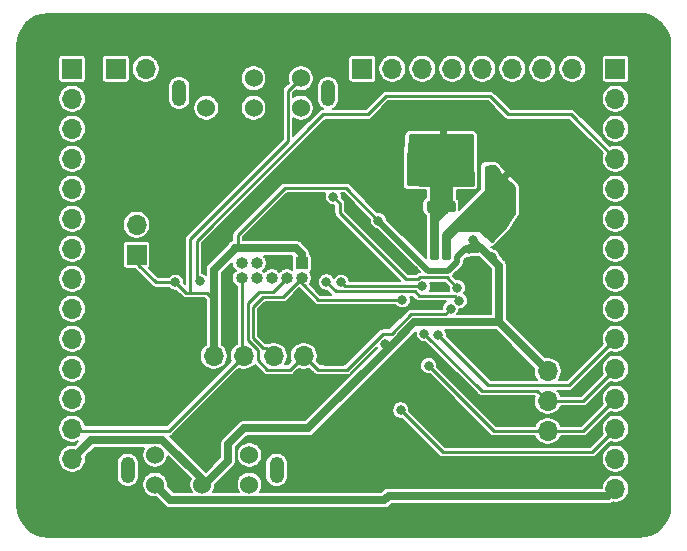
<source format=gbr>
%TF.GenerationSoftware,KiCad,Pcbnew,(5.1.8)-1*%
%TF.CreationDate,2021-06-10T03:31:17+02:00*%
%TF.ProjectId,GD32F190-dev-brd,47443332-4631-4393-902d-6465762d6272,rev?*%
%TF.SameCoordinates,Original*%
%TF.FileFunction,Copper,L2,Bot*%
%TF.FilePolarity,Positive*%
%FSLAX46Y46*%
G04 Gerber Fmt 4.6, Leading zero omitted, Abs format (unit mm)*
G04 Created by KiCad (PCBNEW (5.1.8)-1) date 2021-06-10 03:31:17*
%MOMM*%
%LPD*%
G01*
G04 APERTURE LIST*
%TA.AperFunction,EtchedComponent*%
%ADD10C,0.100000*%
%TD*%
%TA.AperFunction,ComponentPad*%
%ADD11R,1.700000X1.700000*%
%TD*%
%TA.AperFunction,ComponentPad*%
%ADD12O,1.700000X1.700000*%
%TD*%
%TA.AperFunction,ComponentPad*%
%ADD13C,1.524000*%
%TD*%
%TA.AperFunction,ComponentPad*%
%ADD14O,1.250000X2.250000*%
%TD*%
%TA.AperFunction,ComponentPad*%
%ADD15R,1.000000X1.000000*%
%TD*%
%TA.AperFunction,ComponentPad*%
%ADD16O,1.000000X1.000000*%
%TD*%
%TA.AperFunction,SMDPad,CuDef*%
%ADD17R,1.500000X1.000000*%
%TD*%
%TA.AperFunction,SMDPad,CuDef*%
%ADD18C,0.100000*%
%TD*%
%TA.AperFunction,ViaPad*%
%ADD19C,0.800000*%
%TD*%
%TA.AperFunction,Conductor*%
%ADD20C,0.700000*%
%TD*%
%TA.AperFunction,Conductor*%
%ADD21C,0.250000*%
%TD*%
%TA.AperFunction,Conductor*%
%ADD22C,0.330000*%
%TD*%
%TA.AperFunction,Conductor*%
%ADD23C,0.500000*%
%TD*%
%TA.AperFunction,Conductor*%
%ADD24C,0.150000*%
%TD*%
%TA.AperFunction,Conductor*%
%ADD25C,0.100000*%
%TD*%
%TA.AperFunction,Conductor*%
%ADD26C,0.254000*%
%TD*%
G04 APERTURE END LIST*
D10*
%TO.C,JP6*%
G36*
X131110000Y-105130000D02*
G01*
X131110000Y-105630000D01*
X131710000Y-105630000D01*
X131710000Y-105130000D01*
X131110000Y-105130000D01*
G37*
%TO.C,JP7*%
G36*
X136724645Y-108571091D02*
G01*
X136371091Y-108924645D01*
X136795355Y-109348909D01*
X137148909Y-108995355D01*
X136724645Y-108571091D01*
G37*
%TD*%
D11*
%TO.P,J9,1*%
%TO.N,VDD*%
X105450000Y-115750000D03*
D12*
%TO.P,J9,2*%
%TO.N,Net-(J9-Pad2)*%
X105450000Y-113210000D03*
%TO.P,J9,3*%
%TO.N,GND*%
X105450000Y-110670000D03*
%TD*%
D11*
%TO.P,J4,1*%
%TO.N,GND*%
X140270000Y-123060000D03*
D12*
%TO.P,J4,2*%
%TO.N,VDD*%
X140270000Y-125600000D03*
%TO.P,J4,3*%
%TO.N,PA10*%
X140270000Y-128140000D03*
%TO.P,J4,4*%
%TO.N,PA9*%
X140270000Y-130680000D03*
%TD*%
D11*
%TO.P,J5,1*%
%TO.N,GND*%
X122150000Y-124320000D03*
D12*
%TO.P,J5,2*%
%TO.N,SWCLK*%
X119610000Y-124320000D03*
%TO.P,J5,3*%
%TO.N,SWDIO*%
X117070000Y-124320000D03*
%TO.P,J5,4*%
%TO.N,nRESET*%
X114530000Y-124320000D03*
%TO.P,J5,5*%
%TO.N,VDD*%
X111990000Y-124320000D03*
%TD*%
D13*
%TO.P,SW1,1*%
%TO.N,+5V*%
X115010000Y-135210000D03*
%TO.P,SW1,2*%
%TO.N,VDD*%
X111010000Y-135210000D03*
%TO.P,SW1,3*%
%TO.N,+3V3*%
X107010000Y-135210000D03*
%TO.P,SW1,4*%
%TO.N,Net-(R2-Pad2)*%
X115010000Y-132710000D03*
%TO.P,SW1,5*%
%TO.N,GND*%
X111010000Y-132710000D03*
%TO.P,SW1,6*%
%TO.N,Net-(R1-Pad2)*%
X107010000Y-132710000D03*
D14*
%TO.P,SW1,*%
%TO.N,*%
X104710000Y-133960000D03*
X117310000Y-133960000D03*
%TD*%
%TO.P,SW3,*%
%TO.N,*%
X109060000Y-102060000D03*
X121660000Y-102060000D03*
D13*
%TO.P,SW3,6*%
%TO.N,N/C*%
X119360000Y-103310000D03*
%TO.P,SW3,5*%
X115360000Y-103310000D03*
%TO.P,SW3,4*%
X111360000Y-103310000D03*
%TO.P,SW3,3*%
%TO.N,VDD*%
X119360000Y-100810000D03*
%TO.P,SW3,2*%
%TO.N,Net-(R6-Pad2)*%
X115360000Y-100810000D03*
%TO.P,SW3,1*%
%TO.N,GND*%
X111360000Y-100810000D03*
%TD*%
D11*
%TO.P,J7,1*%
%TO.N,PA2*%
X124570000Y-100000000D03*
D12*
%TO.P,J7,2*%
%TO.N,PA1*%
X127110000Y-100000000D03*
%TO.P,J7,3*%
%TO.N,PA0*%
X129650000Y-100000000D03*
%TO.P,J7,4*%
%TO.N,PC13*%
X132190000Y-100000000D03*
%TO.P,J7,5*%
%TO.N,PB9*%
X134730000Y-100000000D03*
%TO.P,J7,6*%
%TO.N,PB8*%
X137270000Y-100000000D03*
%TO.P,J7,7*%
%TO.N,PB7*%
X139810000Y-100000000D03*
%TO.P,J7,8*%
%TO.N,PB6*%
X142350000Y-100000000D03*
%TD*%
D11*
%TO.P,J2,1*%
%TO.N,PA5*%
X100000000Y-100000000D03*
D12*
%TO.P,J2,2*%
%TO.N,PA6*%
X100000000Y-102540000D03*
%TO.P,J2,3*%
%TO.N,PA7*%
X100000000Y-105080000D03*
%TO.P,J2,4*%
%TO.N,PB0*%
X100000000Y-107620000D03*
%TO.P,J2,5*%
%TO.N,PB1*%
X100000000Y-110160000D03*
%TO.P,J2,6*%
%TO.N,PB2*%
X100000000Y-112700000D03*
%TO.P,J2,7*%
%TO.N,PB10*%
X100000000Y-115240000D03*
%TO.P,J2,8*%
%TO.N,PB11*%
X100000000Y-117780000D03*
%TO.P,J2,9*%
%TO.N,PB12*%
X100000000Y-120320000D03*
%TO.P,J2,10*%
%TO.N,PB13*%
X100000000Y-122860000D03*
%TO.P,J2,11*%
%TO.N,PB14*%
X100000000Y-125400000D03*
%TO.P,J2,12*%
%TO.N,PB15*%
X100000000Y-127940000D03*
%TO.P,J2,13*%
%TO.N,nRESET*%
X100000000Y-130480000D03*
%TO.P,J2,14*%
%TO.N,VDD*%
X100000000Y-133020000D03*
%TO.P,J2,15*%
%TO.N,GND*%
X100000000Y-135560000D03*
%TD*%
%TO.P,J3,15*%
%TO.N,+3V3*%
X146000000Y-135560000D03*
%TO.P,J3,14*%
%TO.N,+5V*%
X146000000Y-133020000D03*
%TO.P,J3,13*%
%TO.N,PA8*%
X146000000Y-130480000D03*
%TO.P,J3,12*%
%TO.N,PA9*%
X146000000Y-127940000D03*
%TO.P,J3,11*%
%TO.N,PA10*%
X146000000Y-125400000D03*
%TO.P,J3,10*%
%TO.N,PA11*%
X146000000Y-122860000D03*
%TO.P,J3,9*%
%TO.N,PA12*%
X146000000Y-120320000D03*
%TO.P,J3,8*%
%TO.N,SWDIO*%
X146000000Y-117780000D03*
%TO.P,J3,7*%
%TO.N,PF6*%
X146000000Y-115240000D03*
%TO.P,J3,6*%
%TO.N,PF7*%
X146000000Y-112700000D03*
%TO.P,J3,5*%
%TO.N,SWCLK*%
X146000000Y-110160000D03*
%TO.P,J3,4*%
%TO.N,PA15*%
X146000000Y-107620000D03*
%TO.P,J3,3*%
%TO.N,SWO*%
X146000000Y-105080000D03*
%TO.P,J3,2*%
%TO.N,PB4*%
X146000000Y-102540000D03*
D11*
%TO.P,J3,1*%
%TO.N,PB5*%
X146000000Y-100000000D03*
%TD*%
%TO.P,J8,1*%
%TO.N,PA4*%
X103690000Y-100000000D03*
D12*
%TO.P,J8,2*%
%TO.N,PA3*%
X106230000Y-100000000D03*
%TD*%
D15*
%TO.P,J6,1*%
%TO.N,VDD*%
X119450000Y-116460000D03*
D16*
%TO.P,J6,2*%
%TO.N,SWDIO*%
X119450000Y-117730000D03*
%TO.P,J6,3*%
%TO.N,GND*%
X118180000Y-116460000D03*
%TO.P,J6,4*%
%TO.N,SWCLK*%
X118180000Y-117730000D03*
%TO.P,J6,5*%
%TO.N,GND*%
X116910000Y-116460000D03*
%TO.P,J6,6*%
%TO.N,SWO*%
X116910000Y-117730000D03*
%TO.P,J6,7*%
%TO.N,Net-(J6-Pad7)*%
X115640000Y-116460000D03*
%TO.P,J6,8*%
%TO.N,TDI*%
X115640000Y-117730000D03*
%TO.P,J6,9*%
%TO.N,Net-(J6-Pad9)*%
X114370000Y-116460000D03*
%TO.P,J6,10*%
%TO.N,nRESET*%
X114370000Y-117730000D03*
%TD*%
D17*
%TO.P,JP6,1*%
%TO.N,GND*%
X131410000Y-104730000D03*
%TO.P,JP6,2*%
%TO.N,GND1*%
X131410000Y-106030000D03*
%TD*%
%TA.AperFunction,SMDPad,CuDef*%
D18*
%TO.P,JP7,2*%
%TO.N,GND2*%
G36*
X136123604Y-108535736D02*
G01*
X137184264Y-109596396D01*
X136477158Y-110303502D01*
X135416498Y-109242842D01*
X136123604Y-108535736D01*
G37*
%TD.AperFunction*%
%TA.AperFunction,SMDPad,CuDef*%
%TO.P,JP7,1*%
%TO.N,GND*%
G36*
X137042842Y-107616498D02*
G01*
X138103502Y-108677158D01*
X137396396Y-109384264D01*
X136335736Y-108323604D01*
X137042842Y-107616498D01*
G37*
%TD.AperFunction*%
%TD*%
D19*
%TO.N,GND*%
X128930000Y-112150000D03*
X125550000Y-111090000D03*
X139290000Y-112310000D03*
X123670000Y-122240000D03*
X124430000Y-122850000D03*
X113850000Y-112770000D03*
X138420000Y-134280000D03*
X138560000Y-138110000D03*
X142500000Y-138110000D03*
X137000000Y-129500000D03*
X135500000Y-131500000D03*
X149000000Y-138500000D03*
X149500000Y-97000000D03*
X97500000Y-97000000D03*
X96500000Y-138000000D03*
X108250000Y-110750000D03*
X108458000Y-114000000D03*
X117160000Y-113990000D03*
X119230000Y-108420000D03*
X125790000Y-109230000D03*
X103590000Y-103220000D03*
X103310000Y-106520000D03*
X106426000Y-119380000D03*
X121920000Y-112268000D03*
X131030000Y-128600000D03*
X131390000Y-118440000D03*
X130950000Y-120010000D03*
X134270000Y-123390000D03*
X137930000Y-125950000D03*
X115290000Y-125790000D03*
X125080000Y-102150000D03*
X111470000Y-115900000D03*
X128948313Y-117080409D03*
X132877142Y-117460010D03*
X120870000Y-116880000D03*
%TO.N,VDD*%
X135510000Y-115930000D03*
X125930000Y-112860000D03*
X108750000Y-118075000D03*
X126492000Y-123340010D03*
X133980589Y-114540589D03*
X133560000Y-115280000D03*
%TO.N,nRESET*%
X129653889Y-118436108D03*
X122780000Y-118090000D03*
%TO.N,SWO*%
X121520000Y-118060000D03*
X132789344Y-119636669D03*
%TO.N,PA15*%
X110850004Y-118000004D03*
%TO.N,SWCLK*%
X132050000Y-120310000D03*
%TO.N,SWDIO*%
X127970000Y-119570031D03*
%TO.N,PA11*%
X130970444Y-122530667D03*
%TO.N,PA10*%
X129831115Y-122418637D03*
%TO.N,PA9*%
X130190000Y-125150000D03*
%TO.N,PA8*%
X127830000Y-128900000D03*
%TO.N,Net-(R6-Pad1)*%
X122110000Y-110820000D03*
X132609945Y-118540055D03*
%TO.N,GND1*%
X130530000Y-106010000D03*
X131970000Y-106000000D03*
X131180000Y-108920000D03*
X131230000Y-107140000D03*
X131240000Y-110630000D03*
%TO.N,GND2*%
X137080000Y-110320000D03*
X135380000Y-108590000D03*
X135790000Y-111430000D03*
X135170000Y-112590000D03*
%TD*%
D20*
%TO.N,+3V3*%
X145409999Y-136150001D02*
X146000000Y-135560000D01*
X126790019Y-136150001D02*
X145409999Y-136150001D01*
X126418019Y-136522001D02*
X126790019Y-136150001D01*
X108322001Y-136522001D02*
X126418019Y-136522001D01*
X107010000Y-135210000D02*
X108322001Y-136522001D01*
%TO.N,VDD*%
X140270000Y-125600000D02*
X136138636Y-121468636D01*
X136138636Y-116678636D02*
X134658822Y-115198822D01*
X136138636Y-121468636D02*
X136138636Y-116678636D01*
X101622001Y-131397999D02*
X100000000Y-133020000D01*
X107639761Y-131397999D02*
X101622001Y-131397999D01*
X111010000Y-134768238D02*
X107639761Y-131397999D01*
X111010000Y-135210000D02*
X111010000Y-134768238D01*
X119450000Y-115700000D02*
X119450000Y-116460000D01*
X118940000Y-115190000D02*
X119450000Y-115700000D01*
X113750000Y-115190000D02*
X118940000Y-115190000D01*
X111990000Y-124320000D02*
X111990000Y-120940000D01*
D21*
X109625000Y-118950000D02*
X108750000Y-118075000D01*
X110000000Y-118950000D02*
X109625000Y-118950000D01*
X108750000Y-118075000D02*
X107075000Y-118075000D01*
X105450000Y-116450000D02*
X105600000Y-116600000D01*
X105450000Y-115750000D02*
X105450000Y-116450000D01*
X107075000Y-118075000D02*
X105600000Y-116600000D01*
D20*
X111170000Y-135210000D02*
X111010000Y-135210000D01*
X113200000Y-133180000D02*
X111170000Y-135210000D01*
X113200000Y-131780000D02*
X113200000Y-133180000D01*
X114540000Y-130440000D02*
X113200000Y-131780000D01*
X120004000Y-130440000D02*
X114540000Y-130440000D01*
X136138636Y-121468636D02*
X128975364Y-121468636D01*
D22*
X127103990Y-123340010D02*
X127177000Y-123267000D01*
X126492000Y-123340010D02*
X127103990Y-123340010D01*
D20*
X127177000Y-123267000D02*
X120004000Y-130440000D01*
X128975364Y-121468636D02*
X127177000Y-123267000D01*
D21*
X110000000Y-114420000D02*
X110000000Y-118950000D01*
X118272999Y-106147001D02*
X110000000Y-114420000D01*
X118272999Y-101897001D02*
X118272999Y-106147001D01*
X119360000Y-100810000D02*
X118272999Y-101897001D01*
X111990000Y-119560000D02*
X111990000Y-120940000D01*
X111380000Y-118950000D02*
X111990000Y-119560000D01*
X110000000Y-118950000D02*
X111380000Y-118950000D01*
X114010000Y-114930000D02*
X113750000Y-115190000D01*
X114010000Y-114076998D02*
X114010000Y-114930000D01*
X117991999Y-110094999D02*
X114010000Y-114076998D01*
X123164999Y-110094999D02*
X117991999Y-110094999D01*
X125930000Y-112860000D02*
X123164999Y-110094999D01*
D20*
X113750000Y-115270000D02*
X113750000Y-115190000D01*
X111990000Y-117030000D02*
X113750000Y-115270000D01*
X111990000Y-120940000D02*
X111990000Y-117030000D01*
D23*
X129405000Y-116335000D02*
X125930000Y-112860000D01*
X131846726Y-117093274D02*
X130163274Y-117093274D01*
X133371178Y-115198822D02*
X132590000Y-115980000D01*
X133390820Y-115198822D02*
X133371178Y-115198822D01*
X132590000Y-115980000D02*
X132590000Y-116350000D01*
X132590000Y-116350000D02*
X131846726Y-117093274D01*
X134509180Y-115198822D02*
X134358001Y-115350001D01*
X130163274Y-117093274D02*
X129405000Y-116335000D01*
X133541999Y-115350001D02*
X133390820Y-115198822D01*
X134658822Y-115198822D02*
X134509180Y-115198822D01*
D21*
X133980589Y-115190591D02*
X134139999Y-115350001D01*
D23*
X134139999Y-115350001D02*
X133541999Y-115350001D01*
D21*
X133980589Y-114540589D02*
X133980589Y-115190591D01*
D23*
X134358001Y-115350001D02*
X134139999Y-115350001D01*
X135370000Y-115930000D02*
X133980589Y-114540589D01*
X135510000Y-115930000D02*
X135370000Y-115930000D01*
X133980589Y-114859411D02*
X133560000Y-115280000D01*
X133980589Y-114540589D02*
X133980589Y-114859411D01*
D21*
%TO.N,nRESET*%
X114420000Y-124210000D02*
X114530000Y-124320000D01*
X114420000Y-117780000D02*
X114420000Y-124210000D01*
X114370000Y-117730000D02*
X114420000Y-117780000D01*
X108200000Y-130650000D02*
X114530000Y-124320000D01*
X100170000Y-130650000D02*
X108200000Y-130650000D01*
X100000000Y-130480000D02*
X100170000Y-130650000D01*
X129612791Y-118395010D02*
X129653889Y-118436108D01*
X125915010Y-118395010D02*
X129612791Y-118395010D01*
X123085010Y-118395010D02*
X122780000Y-118090000D01*
X125915010Y-118395010D02*
X123085010Y-118395010D01*
%TO.N,SWO*%
X132389345Y-119236670D02*
X132789344Y-119636669D01*
X121520000Y-118060000D02*
X122305021Y-118845021D01*
X129004030Y-118845021D02*
X129395679Y-119236670D01*
X129395679Y-119236670D02*
X132389345Y-119236670D01*
X122305021Y-118845021D02*
X129004030Y-118845021D01*
%TO.N,PA15*%
X110550000Y-117700000D02*
X110850004Y-118000004D01*
X110550000Y-114550000D02*
X110550000Y-117700000D01*
X121230000Y-103870000D02*
X110550000Y-114550000D01*
X146000000Y-107620000D02*
X142250000Y-103870000D01*
X142250000Y-103870000D02*
X136930000Y-103870000D01*
X136930000Y-103870000D02*
X135380000Y-102320000D01*
X126580000Y-102320000D02*
X125030000Y-103870000D01*
X135380000Y-102320000D02*
X126580000Y-102320000D01*
X125030000Y-103870000D02*
X121230000Y-103870000D01*
%TO.N,SWCLK*%
X118434999Y-125495001D02*
X119610000Y-124320000D01*
X116505999Y-125495001D02*
X118434999Y-125495001D01*
X115705001Y-124694003D02*
X116505999Y-125495001D01*
X118180000Y-117730000D02*
X117038000Y-118872000D01*
X117038000Y-118872000D02*
X115824000Y-118872000D01*
X115824000Y-118872000D02*
X114870010Y-119825990D01*
X114870010Y-119825990D02*
X114870010Y-122998010D01*
X114870010Y-122998010D02*
X115705001Y-123833001D01*
X115705001Y-123833001D02*
X115705001Y-124694003D01*
X120785001Y-125495001D02*
X119610000Y-124320000D01*
X123260001Y-125495001D02*
X120785001Y-125495001D01*
X132050000Y-120310000D02*
X131566374Y-120793626D01*
X131566374Y-120793626D02*
X128695765Y-120793627D01*
X127041891Y-122447501D02*
X126307501Y-122447501D01*
X128695765Y-120793627D02*
X127041891Y-122447501D01*
X126307501Y-122447501D02*
X123260001Y-125495001D01*
%TO.N,SWDIO*%
X119450000Y-118190000D02*
X119600000Y-118340000D01*
X119450000Y-117730000D02*
X119450000Y-118190000D01*
X119600000Y-118340000D02*
X120830031Y-119570031D01*
X127404315Y-119570031D02*
X127970000Y-119570031D01*
X120830031Y-119570031D02*
X127404315Y-119570031D01*
X119600000Y-118340000D02*
X119195501Y-117935501D01*
X119450000Y-117730000D02*
X117857990Y-119322010D01*
X116135990Y-119322010D02*
X115320020Y-120137980D01*
X117857990Y-119322010D02*
X116135990Y-119322010D01*
X115320020Y-120137980D02*
X115320020Y-122811610D01*
X116396600Y-123646600D02*
X117070000Y-124320000D01*
X116155010Y-123646600D02*
X116396600Y-123646600D01*
X115320020Y-122811610D02*
X116155010Y-123646600D01*
%TO.N,PA11*%
X142050000Y-126810000D02*
X146000000Y-122860000D01*
X135249777Y-126810000D02*
X142050000Y-126810000D01*
X130970444Y-122530667D02*
X135249777Y-126810000D01*
%TO.N,PA10*%
X143260000Y-128140000D02*
X146000000Y-125400000D01*
X140270000Y-128140000D02*
X143260000Y-128140000D01*
X139390000Y-127260000D02*
X140270000Y-128140000D01*
X134672478Y-127260000D02*
X139390000Y-127260000D01*
X129831115Y-122418637D02*
X134672478Y-127260000D01*
%TO.N,PA9*%
X143260000Y-130680000D02*
X146000000Y-127940000D01*
X140270000Y-130680000D02*
X143260000Y-130680000D01*
X135720000Y-130680000D02*
X130190000Y-125150000D01*
X140270000Y-130680000D02*
X135720000Y-130680000D01*
%TO.N,PA8*%
X146000000Y-130480000D02*
X144020000Y-132460000D01*
X144020000Y-132460000D02*
X131390000Y-132460000D01*
X131390000Y-132460000D02*
X127830000Y-128900000D01*
%TO.N,Net-(R6-Pad1)*%
X131738174Y-117668284D02*
X132609945Y-118540055D01*
X122110000Y-110820000D02*
X122645001Y-111355001D01*
X122645001Y-111355001D02*
X122645001Y-112195001D01*
X128255410Y-117805410D02*
X129296314Y-117805410D01*
X122645001Y-112195001D02*
X128255410Y-117805410D01*
X129296314Y-117805410D02*
X129433440Y-117668284D01*
X129433440Y-117668284D02*
X131738174Y-117668284D01*
%TD*%
D24*
%TO.N,GND*%
X148513613Y-95406058D02*
X149007662Y-95555220D01*
X149463335Y-95797504D01*
X149863264Y-96123678D01*
X150192225Y-96521324D01*
X150437686Y-96975295D01*
X150590293Y-97468286D01*
X150645992Y-97998224D01*
X150646001Y-98000947D01*
X150646000Y-136982682D01*
X150593942Y-137513613D01*
X150444779Y-138007666D01*
X150202495Y-138463336D01*
X149876320Y-138863266D01*
X149478676Y-139192225D01*
X149024709Y-139437684D01*
X148531714Y-139590293D01*
X148001776Y-139645992D01*
X147999340Y-139646000D01*
X98017318Y-139646000D01*
X97486387Y-139593942D01*
X96992334Y-139444779D01*
X96536664Y-139202495D01*
X96136734Y-138876320D01*
X95807775Y-138478676D01*
X95562316Y-138024709D01*
X95409707Y-137531714D01*
X95354008Y-137001776D01*
X95354000Y-136999340D01*
X95354000Y-134506855D01*
X103756000Y-134506855D01*
X103769805Y-134647016D01*
X103824355Y-134826845D01*
X103912941Y-134992578D01*
X104032157Y-135137843D01*
X104177422Y-135257059D01*
X104343154Y-135345645D01*
X104522983Y-135400195D01*
X104710000Y-135418615D01*
X104897016Y-135400195D01*
X105076845Y-135345645D01*
X105242578Y-135257059D01*
X105387843Y-135137843D01*
X105507059Y-134992578D01*
X105595645Y-134826846D01*
X105650195Y-134647017D01*
X105664000Y-134506856D01*
X105664000Y-133413145D01*
X105650195Y-133272983D01*
X105595645Y-133093154D01*
X105507059Y-132927422D01*
X105387843Y-132782157D01*
X105242578Y-132662941D01*
X105076846Y-132574355D01*
X104897017Y-132519805D01*
X104710000Y-132501385D01*
X104522984Y-132519805D01*
X104343155Y-132574355D01*
X104177423Y-132662941D01*
X104032158Y-132782157D01*
X103912942Y-132927422D01*
X103824356Y-133093154D01*
X103769806Y-133272983D01*
X103756001Y-133413144D01*
X103756000Y-134506855D01*
X95354000Y-134506855D01*
X95354000Y-130363879D01*
X98821000Y-130363879D01*
X98821000Y-130596121D01*
X98866308Y-130823902D01*
X98955183Y-131038466D01*
X99084211Y-131231569D01*
X99248431Y-131395789D01*
X99441534Y-131524817D01*
X99656098Y-131613692D01*
X99883879Y-131659000D01*
X100116121Y-131659000D01*
X100343902Y-131613692D01*
X100518292Y-131541458D01*
X100201723Y-131858027D01*
X100116121Y-131841000D01*
X99883879Y-131841000D01*
X99656098Y-131886308D01*
X99441534Y-131975183D01*
X99248431Y-132104211D01*
X99084211Y-132268431D01*
X98955183Y-132461534D01*
X98866308Y-132676098D01*
X98821000Y-132903879D01*
X98821000Y-133136121D01*
X98866308Y-133363902D01*
X98955183Y-133578466D01*
X99084211Y-133771569D01*
X99248431Y-133935789D01*
X99441534Y-134064817D01*
X99656098Y-134153692D01*
X99883879Y-134199000D01*
X100116121Y-134199000D01*
X100343902Y-134153692D01*
X100558466Y-134064817D01*
X100751569Y-133935789D01*
X100915789Y-133771569D01*
X101044817Y-133578466D01*
X101133692Y-133363902D01*
X101179000Y-133136121D01*
X101179000Y-132903879D01*
X101161973Y-132818277D01*
X101903252Y-132076999D01*
X106120823Y-132076999D01*
X106043168Y-132193218D01*
X105960926Y-132391767D01*
X105919000Y-132602546D01*
X105919000Y-132817454D01*
X105960926Y-133028233D01*
X106043168Y-133226782D01*
X106162565Y-133405472D01*
X106314528Y-133557435D01*
X106493218Y-133676832D01*
X106691767Y-133759074D01*
X106902546Y-133801000D01*
X107117454Y-133801000D01*
X107328233Y-133759074D01*
X107526782Y-133676832D01*
X107705472Y-133557435D01*
X107857435Y-133405472D01*
X107976832Y-133226782D01*
X108059074Y-133028233D01*
X108100662Y-132819151D01*
X110023123Y-134741612D01*
X109960926Y-134891767D01*
X109919000Y-135102546D01*
X109919000Y-135317454D01*
X109960926Y-135528233D01*
X110043168Y-135726782D01*
X110120823Y-135843001D01*
X108603252Y-135843001D01*
X108097135Y-135336885D01*
X108101000Y-135317454D01*
X108101000Y-135102546D01*
X108059074Y-134891767D01*
X107976832Y-134693218D01*
X107857435Y-134514528D01*
X107705472Y-134362565D01*
X107526782Y-134243168D01*
X107328233Y-134160926D01*
X107117454Y-134119000D01*
X106902546Y-134119000D01*
X106691767Y-134160926D01*
X106493218Y-134243168D01*
X106314528Y-134362565D01*
X106162565Y-134514528D01*
X106043168Y-134693218D01*
X105960926Y-134891767D01*
X105919000Y-135102546D01*
X105919000Y-135317454D01*
X105960926Y-135528233D01*
X106043168Y-135726782D01*
X106162565Y-135905472D01*
X106314528Y-136057435D01*
X106493218Y-136176832D01*
X106691767Y-136259074D01*
X106902546Y-136301000D01*
X107117454Y-136301000D01*
X107136885Y-136297135D01*
X107818294Y-136978545D01*
X107839553Y-137004449D01*
X107865457Y-137025708D01*
X107865459Y-137025710D01*
X107942943Y-137089300D01*
X108030545Y-137136124D01*
X108060902Y-137152350D01*
X108188894Y-137191176D01*
X108288648Y-137201001D01*
X108288656Y-137201001D01*
X108322001Y-137204285D01*
X108355346Y-137201001D01*
X126384676Y-137201001D01*
X126418019Y-137204285D01*
X126451362Y-137201001D01*
X126451372Y-137201001D01*
X126551126Y-137191176D01*
X126679118Y-137152350D01*
X126797076Y-137089300D01*
X126900467Y-137004449D01*
X126921730Y-136978540D01*
X127071269Y-136829001D01*
X145376656Y-136829001D01*
X145409999Y-136832285D01*
X145443342Y-136829001D01*
X145443352Y-136829001D01*
X145543106Y-136819176D01*
X145671098Y-136780350D01*
X145785185Y-136719369D01*
X145883879Y-136739000D01*
X146116121Y-136739000D01*
X146343902Y-136693692D01*
X146558466Y-136604817D01*
X146751569Y-136475789D01*
X146915789Y-136311569D01*
X147044817Y-136118466D01*
X147133692Y-135903902D01*
X147179000Y-135676121D01*
X147179000Y-135443879D01*
X147133692Y-135216098D01*
X147044817Y-135001534D01*
X146915789Y-134808431D01*
X146751569Y-134644211D01*
X146558466Y-134515183D01*
X146343902Y-134426308D01*
X146116121Y-134381000D01*
X145883879Y-134381000D01*
X145656098Y-134426308D01*
X145441534Y-134515183D01*
X145248431Y-134644211D01*
X145084211Y-134808431D01*
X144955183Y-135001534D01*
X144866308Y-135216098D01*
X144821000Y-135443879D01*
X144821000Y-135471001D01*
X126823361Y-135471001D01*
X126790018Y-135467717D01*
X126756675Y-135471001D01*
X126756666Y-135471001D01*
X126656912Y-135480826D01*
X126528920Y-135519652D01*
X126410962Y-135582702D01*
X126307571Y-135667553D01*
X126286310Y-135693460D01*
X126136769Y-135843001D01*
X115899177Y-135843001D01*
X115976832Y-135726782D01*
X116059074Y-135528233D01*
X116101000Y-135317454D01*
X116101000Y-135102546D01*
X116059074Y-134891767D01*
X115976832Y-134693218D01*
X115857435Y-134514528D01*
X115849762Y-134506855D01*
X116356000Y-134506855D01*
X116369805Y-134647016D01*
X116424355Y-134826845D01*
X116512941Y-134992578D01*
X116632157Y-135137843D01*
X116777422Y-135257059D01*
X116943154Y-135345645D01*
X117122983Y-135400195D01*
X117310000Y-135418615D01*
X117497016Y-135400195D01*
X117676845Y-135345645D01*
X117842578Y-135257059D01*
X117987843Y-135137843D01*
X118107059Y-134992578D01*
X118195645Y-134826846D01*
X118250195Y-134647017D01*
X118264000Y-134506856D01*
X118264000Y-133413145D01*
X118250195Y-133272983D01*
X118195645Y-133093154D01*
X118107059Y-132927422D01*
X117987843Y-132782157D01*
X117842578Y-132662941D01*
X117676846Y-132574355D01*
X117497017Y-132519805D01*
X117310000Y-132501385D01*
X117122984Y-132519805D01*
X116943155Y-132574355D01*
X116777423Y-132662941D01*
X116632158Y-132782157D01*
X116512942Y-132927422D01*
X116424356Y-133093154D01*
X116369806Y-133272983D01*
X116356001Y-133413144D01*
X116356000Y-134506855D01*
X115849762Y-134506855D01*
X115705472Y-134362565D01*
X115526782Y-134243168D01*
X115328233Y-134160926D01*
X115117454Y-134119000D01*
X114902546Y-134119000D01*
X114691767Y-134160926D01*
X114493218Y-134243168D01*
X114314528Y-134362565D01*
X114162565Y-134514528D01*
X114043168Y-134693218D01*
X113960926Y-134891767D01*
X113919000Y-135102546D01*
X113919000Y-135317454D01*
X113960926Y-135528233D01*
X114043168Y-135726782D01*
X114120823Y-135843001D01*
X111899177Y-135843001D01*
X111976832Y-135726782D01*
X112059074Y-135528233D01*
X112101000Y-135317454D01*
X112101000Y-135239250D01*
X113656544Y-133683707D01*
X113682448Y-133662448D01*
X113751371Y-133578466D01*
X113767299Y-133559057D01*
X113830349Y-133441099D01*
X113869175Y-133313107D01*
X113879000Y-133213353D01*
X113879000Y-133213345D01*
X113882284Y-133180000D01*
X113879000Y-133146655D01*
X113879000Y-132602546D01*
X113919000Y-132602546D01*
X113919000Y-132817454D01*
X113960926Y-133028233D01*
X114043168Y-133226782D01*
X114162565Y-133405472D01*
X114314528Y-133557435D01*
X114493218Y-133676832D01*
X114691767Y-133759074D01*
X114902546Y-133801000D01*
X115117454Y-133801000D01*
X115328233Y-133759074D01*
X115526782Y-133676832D01*
X115705472Y-133557435D01*
X115857435Y-133405472D01*
X115976832Y-133226782D01*
X116059074Y-133028233D01*
X116101000Y-132817454D01*
X116101000Y-132602546D01*
X116059074Y-132391767D01*
X115976832Y-132193218D01*
X115857435Y-132014528D01*
X115705472Y-131862565D01*
X115526782Y-131743168D01*
X115328233Y-131660926D01*
X115117454Y-131619000D01*
X114902546Y-131619000D01*
X114691767Y-131660926D01*
X114493218Y-131743168D01*
X114314528Y-131862565D01*
X114162565Y-132014528D01*
X114043168Y-132193218D01*
X113960926Y-132391767D01*
X113919000Y-132602546D01*
X113879000Y-132602546D01*
X113879000Y-132061250D01*
X114821251Y-131119000D01*
X119970657Y-131119000D01*
X120004000Y-131122284D01*
X120037343Y-131119000D01*
X120037353Y-131119000D01*
X120137107Y-131109175D01*
X120265099Y-131070349D01*
X120383057Y-131007299D01*
X120486448Y-130922448D01*
X120507711Y-130896539D01*
X122576050Y-128828200D01*
X127101000Y-128828200D01*
X127101000Y-128971800D01*
X127129015Y-129112641D01*
X127183969Y-129245311D01*
X127263749Y-129364710D01*
X127365290Y-129466251D01*
X127484689Y-129546031D01*
X127617359Y-129600985D01*
X127758200Y-129629000D01*
X127901800Y-129629000D01*
X127914435Y-129626487D01*
X131053210Y-132765263D01*
X131067421Y-132782579D01*
X131136551Y-132839313D01*
X131215421Y-132881470D01*
X131301000Y-132907430D01*
X131310301Y-132908346D01*
X131367705Y-132914000D01*
X131367711Y-132914000D01*
X131389999Y-132916195D01*
X131412287Y-132914000D01*
X143997712Y-132914000D01*
X144020000Y-132916195D01*
X144042288Y-132914000D01*
X144042295Y-132914000D01*
X144108999Y-132907430D01*
X144120705Y-132903879D01*
X144821000Y-132903879D01*
X144821000Y-133136121D01*
X144866308Y-133363902D01*
X144955183Y-133578466D01*
X145084211Y-133771569D01*
X145248431Y-133935789D01*
X145441534Y-134064817D01*
X145656098Y-134153692D01*
X145883879Y-134199000D01*
X146116121Y-134199000D01*
X146343902Y-134153692D01*
X146558466Y-134064817D01*
X146751569Y-133935789D01*
X146915789Y-133771569D01*
X147044817Y-133578466D01*
X147133692Y-133363902D01*
X147179000Y-133136121D01*
X147179000Y-132903879D01*
X147133692Y-132676098D01*
X147044817Y-132461534D01*
X146915789Y-132268431D01*
X146751569Y-132104211D01*
X146558466Y-131975183D01*
X146343902Y-131886308D01*
X146116121Y-131841000D01*
X145883879Y-131841000D01*
X145656098Y-131886308D01*
X145441534Y-131975183D01*
X145248431Y-132104211D01*
X145084211Y-132268431D01*
X144955183Y-132461534D01*
X144866308Y-132676098D01*
X144821000Y-132903879D01*
X144120705Y-132903879D01*
X144194579Y-132881470D01*
X144273449Y-132839313D01*
X144342579Y-132782579D01*
X144356794Y-132765258D01*
X145551632Y-131570421D01*
X145656098Y-131613692D01*
X145883879Y-131659000D01*
X146116121Y-131659000D01*
X146343902Y-131613692D01*
X146558466Y-131524817D01*
X146751569Y-131395789D01*
X146915789Y-131231569D01*
X147044817Y-131038466D01*
X147133692Y-130823902D01*
X147179000Y-130596121D01*
X147179000Y-130363879D01*
X147133692Y-130136098D01*
X147044817Y-129921534D01*
X146915789Y-129728431D01*
X146751569Y-129564211D01*
X146558466Y-129435183D01*
X146343902Y-129346308D01*
X146116121Y-129301000D01*
X145883879Y-129301000D01*
X145656098Y-129346308D01*
X145441534Y-129435183D01*
X145248431Y-129564211D01*
X145084211Y-129728431D01*
X144955183Y-129921534D01*
X144866308Y-130136098D01*
X144821000Y-130363879D01*
X144821000Y-130596121D01*
X144866308Y-130823902D01*
X144909579Y-130928368D01*
X143831948Y-132006000D01*
X131578053Y-132006000D01*
X128556487Y-128984435D01*
X128559000Y-128971800D01*
X128559000Y-128828200D01*
X128530985Y-128687359D01*
X128476031Y-128554689D01*
X128396251Y-128435290D01*
X128294710Y-128333749D01*
X128175311Y-128253969D01*
X128042641Y-128199015D01*
X127901800Y-128171000D01*
X127758200Y-128171000D01*
X127617359Y-128199015D01*
X127484689Y-128253969D01*
X127365290Y-128333749D01*
X127263749Y-128435290D01*
X127183969Y-128554689D01*
X127129015Y-128687359D01*
X127101000Y-128828200D01*
X122576050Y-128828200D01*
X126326050Y-125078200D01*
X129461000Y-125078200D01*
X129461000Y-125221800D01*
X129489015Y-125362641D01*
X129543969Y-125495311D01*
X129623749Y-125614710D01*
X129725290Y-125716251D01*
X129844689Y-125796031D01*
X129977359Y-125850985D01*
X130118200Y-125879000D01*
X130261800Y-125879000D01*
X130274435Y-125876487D01*
X135383210Y-130985263D01*
X135397421Y-131002579D01*
X135466551Y-131059313D01*
X135537863Y-131097430D01*
X135545421Y-131101470D01*
X135631000Y-131127430D01*
X135639421Y-131128259D01*
X135697705Y-131134000D01*
X135697712Y-131134000D01*
X135720000Y-131136195D01*
X135742288Y-131134000D01*
X139181912Y-131134000D01*
X139225183Y-131238466D01*
X139354211Y-131431569D01*
X139518431Y-131595789D01*
X139711534Y-131724817D01*
X139926098Y-131813692D01*
X140153879Y-131859000D01*
X140386121Y-131859000D01*
X140613902Y-131813692D01*
X140828466Y-131724817D01*
X141021569Y-131595789D01*
X141185789Y-131431569D01*
X141314817Y-131238466D01*
X141358088Y-131134000D01*
X143237712Y-131134000D01*
X143260000Y-131136195D01*
X143282288Y-131134000D01*
X143282295Y-131134000D01*
X143348999Y-131127430D01*
X143434579Y-131101470D01*
X143513449Y-131059313D01*
X143582579Y-131002579D01*
X143596794Y-130985258D01*
X145551632Y-129030421D01*
X145656098Y-129073692D01*
X145883879Y-129119000D01*
X146116121Y-129119000D01*
X146343902Y-129073692D01*
X146558466Y-128984817D01*
X146751569Y-128855789D01*
X146915789Y-128691569D01*
X147044817Y-128498466D01*
X147133692Y-128283902D01*
X147179000Y-128056121D01*
X147179000Y-127823879D01*
X147133692Y-127596098D01*
X147044817Y-127381534D01*
X146915789Y-127188431D01*
X146751569Y-127024211D01*
X146558466Y-126895183D01*
X146343902Y-126806308D01*
X146116121Y-126761000D01*
X145883879Y-126761000D01*
X145656098Y-126806308D01*
X145441534Y-126895183D01*
X145248431Y-127024211D01*
X145084211Y-127188431D01*
X144955183Y-127381534D01*
X144866308Y-127596098D01*
X144821000Y-127823879D01*
X144821000Y-128056121D01*
X144866308Y-128283902D01*
X144909579Y-128388368D01*
X143071948Y-130226000D01*
X141358088Y-130226000D01*
X141314817Y-130121534D01*
X141185789Y-129928431D01*
X141021569Y-129764211D01*
X140828466Y-129635183D01*
X140613902Y-129546308D01*
X140386121Y-129501000D01*
X140153879Y-129501000D01*
X139926098Y-129546308D01*
X139711534Y-129635183D01*
X139518431Y-129764211D01*
X139354211Y-129928431D01*
X139225183Y-130121534D01*
X139181912Y-130226000D01*
X135908053Y-130226000D01*
X130916487Y-125234435D01*
X130919000Y-125221800D01*
X130919000Y-125078200D01*
X130890985Y-124937359D01*
X130836031Y-124804689D01*
X130756251Y-124685290D01*
X130654710Y-124583749D01*
X130535311Y-124503969D01*
X130402641Y-124449015D01*
X130261800Y-124421000D01*
X130118200Y-124421000D01*
X129977359Y-124449015D01*
X129844689Y-124503969D01*
X129725290Y-124583749D01*
X129623749Y-124685290D01*
X129543969Y-124804689D01*
X129489015Y-124937359D01*
X129461000Y-125078200D01*
X126326050Y-125078200D01*
X127680709Y-123723542D01*
X127680713Y-123723537D01*
X129113214Y-122291036D01*
X129102115Y-122346837D01*
X129102115Y-122490437D01*
X129130130Y-122631278D01*
X129185084Y-122763948D01*
X129264864Y-122883347D01*
X129366405Y-122984888D01*
X129485804Y-123064668D01*
X129618474Y-123119622D01*
X129759315Y-123147637D01*
X129902915Y-123147637D01*
X129915550Y-123145124D01*
X134335686Y-127565261D01*
X134349899Y-127582579D01*
X134367215Y-127596790D01*
X134367216Y-127596791D01*
X134392354Y-127617421D01*
X134419029Y-127639313D01*
X134497899Y-127681470D01*
X134583478Y-127707430D01*
X134592779Y-127708346D01*
X134650183Y-127714000D01*
X134650189Y-127714000D01*
X134672477Y-127716195D01*
X134694765Y-127714000D01*
X139170314Y-127714000D01*
X139136308Y-127796098D01*
X139091000Y-128023879D01*
X139091000Y-128256121D01*
X139136308Y-128483902D01*
X139225183Y-128698466D01*
X139354211Y-128891569D01*
X139518431Y-129055789D01*
X139711534Y-129184817D01*
X139926098Y-129273692D01*
X140153879Y-129319000D01*
X140386121Y-129319000D01*
X140613902Y-129273692D01*
X140828466Y-129184817D01*
X141021569Y-129055789D01*
X141185789Y-128891569D01*
X141314817Y-128698466D01*
X141358088Y-128594000D01*
X143237712Y-128594000D01*
X143260000Y-128596195D01*
X143282288Y-128594000D01*
X143282295Y-128594000D01*
X143348999Y-128587430D01*
X143434579Y-128561470D01*
X143513449Y-128519313D01*
X143582579Y-128462579D01*
X143596794Y-128445258D01*
X145551632Y-126490421D01*
X145656098Y-126533692D01*
X145883879Y-126579000D01*
X146116121Y-126579000D01*
X146343902Y-126533692D01*
X146558466Y-126444817D01*
X146751569Y-126315789D01*
X146915789Y-126151569D01*
X147044817Y-125958466D01*
X147133692Y-125743902D01*
X147179000Y-125516121D01*
X147179000Y-125283879D01*
X147133692Y-125056098D01*
X147044817Y-124841534D01*
X146915789Y-124648431D01*
X146751569Y-124484211D01*
X146558466Y-124355183D01*
X146343902Y-124266308D01*
X146116121Y-124221000D01*
X145883879Y-124221000D01*
X145656098Y-124266308D01*
X145441534Y-124355183D01*
X145248431Y-124484211D01*
X145084211Y-124648431D01*
X144955183Y-124841534D01*
X144866308Y-125056098D01*
X144821000Y-125283879D01*
X144821000Y-125516121D01*
X144866308Y-125743902D01*
X144909579Y-125848368D01*
X143071948Y-127686000D01*
X141358088Y-127686000D01*
X141314817Y-127581534D01*
X141185789Y-127388431D01*
X141061358Y-127264000D01*
X142027712Y-127264000D01*
X142050000Y-127266195D01*
X142072288Y-127264000D01*
X142072295Y-127264000D01*
X142138999Y-127257430D01*
X142224579Y-127231470D01*
X142303449Y-127189313D01*
X142372579Y-127132579D01*
X142386795Y-127115258D01*
X145551632Y-123950421D01*
X145656098Y-123993692D01*
X145883879Y-124039000D01*
X146116121Y-124039000D01*
X146343902Y-123993692D01*
X146558466Y-123904817D01*
X146751569Y-123775789D01*
X146915789Y-123611569D01*
X147044817Y-123418466D01*
X147133692Y-123203902D01*
X147179000Y-122976121D01*
X147179000Y-122743879D01*
X147133692Y-122516098D01*
X147044817Y-122301534D01*
X146915789Y-122108431D01*
X146751569Y-121944211D01*
X146558466Y-121815183D01*
X146343902Y-121726308D01*
X146116121Y-121681000D01*
X145883879Y-121681000D01*
X145656098Y-121726308D01*
X145441534Y-121815183D01*
X145248431Y-121944211D01*
X145084211Y-122108431D01*
X144955183Y-122301534D01*
X144866308Y-122516098D01*
X144821000Y-122743879D01*
X144821000Y-122976121D01*
X144866308Y-123203902D01*
X144909579Y-123308368D01*
X141861948Y-126356000D01*
X141181358Y-126356000D01*
X141185789Y-126351569D01*
X141314817Y-126158466D01*
X141403692Y-125943902D01*
X141449000Y-125716121D01*
X141449000Y-125483879D01*
X141403692Y-125256098D01*
X141314817Y-125041534D01*
X141185789Y-124848431D01*
X141021569Y-124684211D01*
X140828466Y-124555183D01*
X140613902Y-124466308D01*
X140386121Y-124421000D01*
X140153879Y-124421000D01*
X140068278Y-124438027D01*
X136817636Y-121187386D01*
X136817636Y-120203879D01*
X144821000Y-120203879D01*
X144821000Y-120436121D01*
X144866308Y-120663902D01*
X144955183Y-120878466D01*
X145084211Y-121071569D01*
X145248431Y-121235789D01*
X145441534Y-121364817D01*
X145656098Y-121453692D01*
X145883879Y-121499000D01*
X146116121Y-121499000D01*
X146343902Y-121453692D01*
X146558466Y-121364817D01*
X146751569Y-121235789D01*
X146915789Y-121071569D01*
X147044817Y-120878466D01*
X147133692Y-120663902D01*
X147179000Y-120436121D01*
X147179000Y-120203879D01*
X147133692Y-119976098D01*
X147044817Y-119761534D01*
X146915789Y-119568431D01*
X146751569Y-119404211D01*
X146558466Y-119275183D01*
X146343902Y-119186308D01*
X146116121Y-119141000D01*
X145883879Y-119141000D01*
X145656098Y-119186308D01*
X145441534Y-119275183D01*
X145248431Y-119404211D01*
X145084211Y-119568431D01*
X144955183Y-119761534D01*
X144866308Y-119976098D01*
X144821000Y-120203879D01*
X136817636Y-120203879D01*
X136817636Y-117663879D01*
X144821000Y-117663879D01*
X144821000Y-117896121D01*
X144866308Y-118123902D01*
X144955183Y-118338466D01*
X145084211Y-118531569D01*
X145248431Y-118695789D01*
X145441534Y-118824817D01*
X145656098Y-118913692D01*
X145883879Y-118959000D01*
X146116121Y-118959000D01*
X146343902Y-118913692D01*
X146558466Y-118824817D01*
X146751569Y-118695789D01*
X146915789Y-118531569D01*
X147044817Y-118338466D01*
X147133692Y-118123902D01*
X147179000Y-117896121D01*
X147179000Y-117663879D01*
X147133692Y-117436098D01*
X147044817Y-117221534D01*
X146915789Y-117028431D01*
X146751569Y-116864211D01*
X146558466Y-116735183D01*
X146343902Y-116646308D01*
X146116121Y-116601000D01*
X145883879Y-116601000D01*
X145656098Y-116646308D01*
X145441534Y-116735183D01*
X145248431Y-116864211D01*
X145084211Y-117028431D01*
X144955183Y-117221534D01*
X144866308Y-117436098D01*
X144821000Y-117663879D01*
X136817636Y-117663879D01*
X136817636Y-116711978D01*
X136820920Y-116678635D01*
X136817636Y-116645292D01*
X136817636Y-116645283D01*
X136807811Y-116545529D01*
X136768985Y-116417537D01*
X136724868Y-116335000D01*
X136705935Y-116299578D01*
X136642345Y-116222094D01*
X136642343Y-116222092D01*
X136621084Y-116196188D01*
X136595180Y-116174929D01*
X136229204Y-115808954D01*
X136210985Y-115717359D01*
X136156031Y-115584689D01*
X136076251Y-115465290D01*
X135974710Y-115363749D01*
X135855311Y-115283969D01*
X135722641Y-115229015D01*
X135631046Y-115210796D01*
X135544130Y-115123879D01*
X144821000Y-115123879D01*
X144821000Y-115356121D01*
X144866308Y-115583902D01*
X144955183Y-115798466D01*
X145084211Y-115991569D01*
X145248431Y-116155789D01*
X145441534Y-116284817D01*
X145656098Y-116373692D01*
X145883879Y-116419000D01*
X146116121Y-116419000D01*
X146343902Y-116373692D01*
X146558466Y-116284817D01*
X146751569Y-116155789D01*
X146915789Y-115991569D01*
X147044817Y-115798466D01*
X147133692Y-115583902D01*
X147179000Y-115356121D01*
X147179000Y-115123879D01*
X147133692Y-114896098D01*
X147044817Y-114681534D01*
X146915789Y-114488431D01*
X146751569Y-114324211D01*
X146558466Y-114195183D01*
X146343902Y-114106308D01*
X146116121Y-114061000D01*
X145883879Y-114061000D01*
X145656098Y-114106308D01*
X145441534Y-114195183D01*
X145248431Y-114324211D01*
X145084211Y-114488431D01*
X144955183Y-114681534D01*
X144866308Y-114896098D01*
X144821000Y-115123879D01*
X135544130Y-115123879D01*
X135485891Y-115065640D01*
X135520000Y-115069000D01*
X135584185Y-115062678D01*
X135645903Y-115043956D01*
X135702783Y-115013554D01*
X135752638Y-114972638D01*
X137012638Y-113712638D01*
X137057746Y-113656347D01*
X137738678Y-112583879D01*
X144821000Y-112583879D01*
X144821000Y-112816121D01*
X144866308Y-113043902D01*
X144955183Y-113258466D01*
X145084211Y-113451569D01*
X145248431Y-113615789D01*
X145441534Y-113744817D01*
X145656098Y-113833692D01*
X145883879Y-113879000D01*
X146116121Y-113879000D01*
X146343902Y-113833692D01*
X146558466Y-113744817D01*
X146751569Y-113615789D01*
X146915789Y-113451569D01*
X147044817Y-113258466D01*
X147133692Y-113043902D01*
X147179000Y-112816121D01*
X147179000Y-112583879D01*
X147133692Y-112356098D01*
X147044817Y-112141534D01*
X146915789Y-111948431D01*
X146751569Y-111784211D01*
X146558466Y-111655183D01*
X146343902Y-111566308D01*
X146116121Y-111521000D01*
X145883879Y-111521000D01*
X145656098Y-111566308D01*
X145441534Y-111655183D01*
X145248431Y-111784211D01*
X145084211Y-111948431D01*
X144955183Y-112141534D01*
X144866308Y-112356098D01*
X144821000Y-112583879D01*
X137738678Y-112583879D01*
X137857746Y-112396347D01*
X137885078Y-112343160D01*
X137903243Y-112281275D01*
X137908987Y-112217036D01*
X137889410Y-110043879D01*
X144821000Y-110043879D01*
X144821000Y-110276121D01*
X144866308Y-110503902D01*
X144955183Y-110718466D01*
X145084211Y-110911569D01*
X145248431Y-111075789D01*
X145441534Y-111204817D01*
X145656098Y-111293692D01*
X145883879Y-111339000D01*
X146116121Y-111339000D01*
X146343902Y-111293692D01*
X146558466Y-111204817D01*
X146751569Y-111075789D01*
X146915789Y-110911569D01*
X147044817Y-110718466D01*
X147133692Y-110503902D01*
X147179000Y-110276121D01*
X147179000Y-110043879D01*
X147133692Y-109816098D01*
X147044817Y-109601534D01*
X146915789Y-109408431D01*
X146751569Y-109244211D01*
X146558466Y-109115183D01*
X146343902Y-109026308D01*
X146116121Y-108981000D01*
X145883879Y-108981000D01*
X145656098Y-109026308D01*
X145441534Y-109115183D01*
X145248431Y-109244211D01*
X145084211Y-109408431D01*
X144955183Y-109601534D01*
X144866308Y-109816098D01*
X144821000Y-110043879D01*
X137889410Y-110043879D01*
X137888987Y-109997036D01*
X137884336Y-109944800D01*
X137867335Y-109882586D01*
X137838523Y-109824884D01*
X137799008Y-109773911D01*
X137461466Y-109417081D01*
X137459140Y-109412729D01*
X137418027Y-109362633D01*
X137332467Y-109277073D01*
X137381547Y-109227993D01*
X137401152Y-109204125D01*
X137421019Y-109180281D01*
X137421573Y-109179264D01*
X137422303Y-109178376D01*
X137436915Y-109151125D01*
X137451755Y-109123905D01*
X137452100Y-109122805D01*
X137452645Y-109121788D01*
X137461701Y-109092166D01*
X137470956Y-109062634D01*
X137471081Y-109061488D01*
X137471418Y-109060384D01*
X137474547Y-109029584D01*
X137477891Y-108998801D01*
X137477790Y-108997651D01*
X137477907Y-108996503D01*
X137474990Y-108965645D01*
X137472294Y-108934835D01*
X137471973Y-108933729D01*
X137471864Y-108932579D01*
X137463009Y-108902874D01*
X137454381Y-108873175D01*
X137453851Y-108872152D01*
X137453521Y-108871046D01*
X137439086Y-108843668D01*
X137424832Y-108816169D01*
X137424111Y-108815266D01*
X137423574Y-108814247D01*
X137404099Y-108790197D01*
X137384773Y-108765988D01*
X137383218Y-108764412D01*
X137383166Y-108764347D01*
X137383102Y-108764294D01*
X137381547Y-108762717D01*
X136957283Y-108338453D01*
X136933415Y-108318848D01*
X136909571Y-108298981D01*
X136908554Y-108298427D01*
X136907666Y-108297697D01*
X136880386Y-108283069D01*
X136853195Y-108268245D01*
X136852097Y-108267901D01*
X136851079Y-108267355D01*
X136821435Y-108258292D01*
X136791924Y-108249044D01*
X136790778Y-108248919D01*
X136789674Y-108248582D01*
X136758874Y-108245453D01*
X136728091Y-108242109D01*
X136726941Y-108242210D01*
X136725793Y-108242093D01*
X136694935Y-108245010D01*
X136664125Y-108247706D01*
X136663019Y-108248027D01*
X136661869Y-108248136D01*
X136632164Y-108256991D01*
X136602465Y-108265619D01*
X136601442Y-108266149D01*
X136600336Y-108266479D01*
X136572958Y-108280914D01*
X136545459Y-108295168D01*
X136544556Y-108295889D01*
X136543537Y-108296426D01*
X136519487Y-108315901D01*
X136495278Y-108335227D01*
X136493702Y-108336782D01*
X136493637Y-108336834D01*
X136493584Y-108336898D01*
X136492007Y-108338453D01*
X136465868Y-108364592D01*
X136049008Y-107923911D01*
X135989799Y-107874476D01*
X135932592Y-107844693D01*
X135870674Y-107826643D01*
X135806424Y-107821019D01*
X134886424Y-107831019D01*
X134824322Y-107837622D01*
X134762691Y-107856630D01*
X134705953Y-107887296D01*
X134656287Y-107928441D01*
X134615603Y-107978486D01*
X134585464Y-108035506D01*
X134567028Y-108097310D01*
X134561004Y-108161523D01*
X134570365Y-110183551D01*
X132784772Y-111954347D01*
X132789000Y-111920000D01*
X132789000Y-111350000D01*
X132780935Y-111277601D01*
X132760644Y-111216380D01*
X132720644Y-111126380D01*
X132672745Y-111049379D01*
X132622745Y-110989379D01*
X132567400Y-110936800D01*
X132559000Y-110930500D01*
X132559000Y-110277187D01*
X134041818Y-110268995D01*
X134106838Y-110262139D01*
X134168400Y-110242910D01*
X134225028Y-110212040D01*
X134274545Y-110170716D01*
X134315049Y-110120525D01*
X134344982Y-110063397D01*
X134363196Y-110001527D01*
X134368989Y-109937292D01*
X134348989Y-107507292D01*
X134348982Y-107506537D01*
X134328982Y-105606537D01*
X134322678Y-105545815D01*
X134303956Y-105484097D01*
X134273554Y-105427217D01*
X134232638Y-105377362D01*
X134142638Y-105287362D01*
X134093804Y-105247132D01*
X134037038Y-105216516D01*
X133975391Y-105197564D01*
X133911230Y-105191002D01*
X132039000Y-105184003D01*
X132039000Y-105130000D01*
X132035984Y-105099237D01*
X132033173Y-105068352D01*
X132032846Y-105067242D01*
X132032734Y-105066097D01*
X132023785Y-105036454D01*
X132015043Y-105006754D01*
X132014510Y-105005735D01*
X132014176Y-105004628D01*
X131999605Y-104977224D01*
X131985295Y-104949852D01*
X131984574Y-104948955D01*
X131984031Y-104947934D01*
X131964430Y-104923901D01*
X131945062Y-104899811D01*
X131944179Y-104899070D01*
X131943449Y-104898175D01*
X131919586Y-104878435D01*
X131895874Y-104858538D01*
X131894862Y-104857982D01*
X131893974Y-104857247D01*
X131866770Y-104842538D01*
X131839607Y-104827604D01*
X131838506Y-104827255D01*
X131837493Y-104826707D01*
X131807978Y-104817571D01*
X131778403Y-104808189D01*
X131777254Y-104808060D01*
X131776155Y-104807720D01*
X131745415Y-104804489D01*
X131714594Y-104801032D01*
X131712379Y-104801017D01*
X131712297Y-104801008D01*
X131712215Y-104801015D01*
X131710000Y-104801000D01*
X131110000Y-104801000D01*
X131079237Y-104804016D01*
X131048352Y-104806827D01*
X131047242Y-104807154D01*
X131046097Y-104807266D01*
X131016454Y-104816215D01*
X130986754Y-104824957D01*
X130985735Y-104825490D01*
X130984628Y-104825824D01*
X130957224Y-104840395D01*
X130929852Y-104854705D01*
X130928955Y-104855426D01*
X130927934Y-104855969D01*
X130903901Y-104875570D01*
X130879811Y-104894938D01*
X130879070Y-104895821D01*
X130878175Y-104896551D01*
X130858435Y-104920414D01*
X130838538Y-104944126D01*
X130837982Y-104945138D01*
X130837247Y-104946026D01*
X130822538Y-104973230D01*
X130807604Y-105000393D01*
X130807255Y-105001494D01*
X130806707Y-105002507D01*
X130797571Y-105032022D01*
X130788189Y-105061597D01*
X130788060Y-105062746D01*
X130787720Y-105063845D01*
X130784489Y-105094585D01*
X130781032Y-105125406D01*
X130781017Y-105127621D01*
X130781008Y-105127703D01*
X130781015Y-105127785D01*
X130781000Y-105130000D01*
X130781000Y-105179300D01*
X128561230Y-105171002D01*
X128519193Y-105173541D01*
X128456288Y-105187775D01*
X128397368Y-105214007D01*
X128344699Y-105251230D01*
X128300303Y-105298014D01*
X128230303Y-105388014D01*
X128204177Y-105427069D01*
X128177883Y-105485961D01*
X128127883Y-105635961D01*
X128111613Y-105719932D01*
X128001613Y-107519932D01*
X128001012Y-107537224D01*
X127981012Y-109907224D01*
X127986680Y-109970872D01*
X128004768Y-110032779D01*
X128034586Y-110089967D01*
X128074988Y-110140240D01*
X128124421Y-110181665D01*
X128180986Y-110212649D01*
X128242509Y-110232003D01*
X128306626Y-110238983D01*
X129933637Y-110255670D01*
X129938680Y-110875986D01*
X129914480Y-110881948D01*
X129856602Y-110910404D01*
X129805387Y-110949604D01*
X129762804Y-110998043D01*
X129730489Y-111053859D01*
X129680489Y-111163859D01*
X129657322Y-111235815D01*
X129651000Y-111300000D01*
X129651000Y-111980000D01*
X129662683Y-112066898D01*
X129685733Y-112127133D01*
X129745733Y-112247133D01*
X129771201Y-112289705D01*
X129813375Y-112338500D01*
X129864259Y-112378129D01*
X129921000Y-112406621D01*
X129921000Y-116032171D01*
X129834529Y-115945700D01*
X129834524Y-115945694D01*
X126654523Y-112765694D01*
X126630985Y-112647359D01*
X126576031Y-112514689D01*
X126496251Y-112395290D01*
X126394710Y-112293749D01*
X126275311Y-112213969D01*
X126142641Y-112159015D01*
X126001800Y-112131000D01*
X125858200Y-112131000D01*
X125845566Y-112133513D01*
X123501793Y-109789741D01*
X123487578Y-109772420D01*
X123418448Y-109715686D01*
X123339578Y-109673529D01*
X123253998Y-109647569D01*
X123187294Y-109640999D01*
X123187287Y-109640999D01*
X123164999Y-109638804D01*
X123142711Y-109640999D01*
X118014287Y-109640999D01*
X117991999Y-109638804D01*
X117969711Y-109640999D01*
X117969704Y-109640999D01*
X117911420Y-109646740D01*
X117902999Y-109647569D01*
X117825902Y-109670956D01*
X117817420Y-109673529D01*
X117738550Y-109715686D01*
X117669420Y-109772420D01*
X117655209Y-109789736D01*
X113704742Y-113740203D01*
X113687421Y-113754419D01*
X113630687Y-113823550D01*
X113592732Y-113894558D01*
X113588530Y-113902420D01*
X113567251Y-113972570D01*
X113562570Y-113988000D01*
X113556000Y-114054704D01*
X113556000Y-114054710D01*
X113553805Y-114076998D01*
X113556000Y-114099286D01*
X113556001Y-114539297D01*
X113488901Y-114559651D01*
X113370943Y-114622701D01*
X113267552Y-114707552D01*
X113215481Y-114771001D01*
X113182701Y-114810943D01*
X113119651Y-114928901D01*
X113114775Y-114944974D01*
X111533456Y-116526294D01*
X111507553Y-116547552D01*
X111486294Y-116573456D01*
X111486291Y-116573459D01*
X111422701Y-116650943D01*
X111359652Y-116768901D01*
X111320826Y-116896893D01*
X111307716Y-117030000D01*
X111311001Y-117063353D01*
X111311001Y-117431272D01*
X111195315Y-117353973D01*
X111062645Y-117299019D01*
X111004000Y-117287354D01*
X111004000Y-114738052D01*
X121418053Y-104324000D01*
X125007712Y-104324000D01*
X125030000Y-104326195D01*
X125052288Y-104324000D01*
X125052295Y-104324000D01*
X125118999Y-104317430D01*
X125204579Y-104291470D01*
X125283449Y-104249313D01*
X125352579Y-104192579D01*
X125366794Y-104175258D01*
X126768053Y-102774000D01*
X135191948Y-102774000D01*
X136593208Y-104175261D01*
X136607421Y-104192579D01*
X136676551Y-104249313D01*
X136755421Y-104291470D01*
X136841000Y-104317430D01*
X136850301Y-104318346D01*
X136907705Y-104324000D01*
X136907711Y-104324000D01*
X136929999Y-104326195D01*
X136952287Y-104324000D01*
X142061948Y-104324000D01*
X144909579Y-107171632D01*
X144866308Y-107276098D01*
X144821000Y-107503879D01*
X144821000Y-107736121D01*
X144866308Y-107963902D01*
X144955183Y-108178466D01*
X145084211Y-108371569D01*
X145248431Y-108535789D01*
X145441534Y-108664817D01*
X145656098Y-108753692D01*
X145883879Y-108799000D01*
X146116121Y-108799000D01*
X146343902Y-108753692D01*
X146558466Y-108664817D01*
X146751569Y-108535789D01*
X146915789Y-108371569D01*
X147044817Y-108178466D01*
X147133692Y-107963902D01*
X147179000Y-107736121D01*
X147179000Y-107503879D01*
X147133692Y-107276098D01*
X147044817Y-107061534D01*
X146915789Y-106868431D01*
X146751569Y-106704211D01*
X146558466Y-106575183D01*
X146343902Y-106486308D01*
X146116121Y-106441000D01*
X145883879Y-106441000D01*
X145656098Y-106486308D01*
X145551632Y-106529579D01*
X143985932Y-104963879D01*
X144821000Y-104963879D01*
X144821000Y-105196121D01*
X144866308Y-105423902D01*
X144955183Y-105638466D01*
X145084211Y-105831569D01*
X145248431Y-105995789D01*
X145441534Y-106124817D01*
X145656098Y-106213692D01*
X145883879Y-106259000D01*
X146116121Y-106259000D01*
X146343902Y-106213692D01*
X146558466Y-106124817D01*
X146751569Y-105995789D01*
X146915789Y-105831569D01*
X147044817Y-105638466D01*
X147133692Y-105423902D01*
X147179000Y-105196121D01*
X147179000Y-104963879D01*
X147133692Y-104736098D01*
X147044817Y-104521534D01*
X146915789Y-104328431D01*
X146751569Y-104164211D01*
X146558466Y-104035183D01*
X146343902Y-103946308D01*
X146116121Y-103901000D01*
X145883879Y-103901000D01*
X145656098Y-103946308D01*
X145441534Y-104035183D01*
X145248431Y-104164211D01*
X145084211Y-104328431D01*
X144955183Y-104521534D01*
X144866308Y-104736098D01*
X144821000Y-104963879D01*
X143985932Y-104963879D01*
X142586794Y-103564742D01*
X142572579Y-103547421D01*
X142503449Y-103490687D01*
X142424579Y-103448530D01*
X142338999Y-103422570D01*
X142272295Y-103416000D01*
X142272288Y-103416000D01*
X142250000Y-103413805D01*
X142227712Y-103416000D01*
X137118053Y-103416000D01*
X136125932Y-102423879D01*
X144821000Y-102423879D01*
X144821000Y-102656121D01*
X144866308Y-102883902D01*
X144955183Y-103098466D01*
X145084211Y-103291569D01*
X145248431Y-103455789D01*
X145441534Y-103584817D01*
X145656098Y-103673692D01*
X145883879Y-103719000D01*
X146116121Y-103719000D01*
X146343902Y-103673692D01*
X146558466Y-103584817D01*
X146751569Y-103455789D01*
X146915789Y-103291569D01*
X147044817Y-103098466D01*
X147133692Y-102883902D01*
X147179000Y-102656121D01*
X147179000Y-102423879D01*
X147133692Y-102196098D01*
X147044817Y-101981534D01*
X146915789Y-101788431D01*
X146751569Y-101624211D01*
X146558466Y-101495183D01*
X146343902Y-101406308D01*
X146116121Y-101361000D01*
X145883879Y-101361000D01*
X145656098Y-101406308D01*
X145441534Y-101495183D01*
X145248431Y-101624211D01*
X145084211Y-101788431D01*
X144955183Y-101981534D01*
X144866308Y-102196098D01*
X144821000Y-102423879D01*
X136125932Y-102423879D01*
X135716794Y-102014742D01*
X135702579Y-101997421D01*
X135633449Y-101940687D01*
X135554579Y-101898530D01*
X135468999Y-101872570D01*
X135402295Y-101866000D01*
X135402288Y-101866000D01*
X135380000Y-101863805D01*
X135357712Y-101866000D01*
X126602287Y-101866000D01*
X126579999Y-101863805D01*
X126557711Y-101866000D01*
X126557705Y-101866000D01*
X126500301Y-101871654D01*
X126491000Y-101872570D01*
X126405421Y-101898530D01*
X126326551Y-101940687D01*
X126257421Y-101997421D01*
X126243210Y-102014737D01*
X124841948Y-103416000D01*
X122082308Y-103416000D01*
X122192578Y-103357059D01*
X122337843Y-103237843D01*
X122457059Y-103092578D01*
X122545645Y-102926846D01*
X122600195Y-102747017D01*
X122614000Y-102606855D01*
X122614000Y-101513144D01*
X122600195Y-101372983D01*
X122545645Y-101193154D01*
X122457059Y-101027422D01*
X122337843Y-100882157D01*
X122192578Y-100762941D01*
X122026845Y-100674355D01*
X121847016Y-100619805D01*
X121660000Y-100601385D01*
X121472983Y-100619805D01*
X121293154Y-100674355D01*
X121127422Y-100762941D01*
X120982157Y-100882157D01*
X120862941Y-101027422D01*
X120774355Y-101193155D01*
X120719805Y-101372984D01*
X120706000Y-101513145D01*
X120706001Y-102606856D01*
X120719806Y-102747017D01*
X120774356Y-102926846D01*
X120862942Y-103092578D01*
X120982158Y-103237843D01*
X121127423Y-103357059D01*
X121234397Y-103414238D01*
X121230000Y-103413805D01*
X121207712Y-103416000D01*
X121207705Y-103416000D01*
X121149421Y-103421741D01*
X121141000Y-103422570D01*
X121064932Y-103445645D01*
X121055421Y-103448530D01*
X120976551Y-103490687D01*
X120907421Y-103547421D01*
X120893210Y-103564737D01*
X118726999Y-105730948D01*
X118726999Y-104199177D01*
X118843218Y-104276832D01*
X119041767Y-104359074D01*
X119252546Y-104401000D01*
X119467454Y-104401000D01*
X119678233Y-104359074D01*
X119876782Y-104276832D01*
X120055472Y-104157435D01*
X120207435Y-104005472D01*
X120326832Y-103826782D01*
X120409074Y-103628233D01*
X120451000Y-103417454D01*
X120451000Y-103202546D01*
X120409074Y-102991767D01*
X120326832Y-102793218D01*
X120207435Y-102614528D01*
X120055472Y-102462565D01*
X119876782Y-102343168D01*
X119678233Y-102260926D01*
X119467454Y-102219000D01*
X119252546Y-102219000D01*
X119041767Y-102260926D01*
X118843218Y-102343168D01*
X118726999Y-102420823D01*
X118726999Y-102085053D01*
X118978984Y-101833068D01*
X119041767Y-101859074D01*
X119252546Y-101901000D01*
X119467454Y-101901000D01*
X119678233Y-101859074D01*
X119876782Y-101776832D01*
X120055472Y-101657435D01*
X120207435Y-101505472D01*
X120326832Y-101326782D01*
X120409074Y-101128233D01*
X120451000Y-100917454D01*
X120451000Y-100702546D01*
X120409074Y-100491767D01*
X120326832Y-100293218D01*
X120207435Y-100114528D01*
X120055472Y-99962565D01*
X119876782Y-99843168D01*
X119678233Y-99760926D01*
X119467454Y-99719000D01*
X119252546Y-99719000D01*
X119041767Y-99760926D01*
X118843218Y-99843168D01*
X118664528Y-99962565D01*
X118512565Y-100114528D01*
X118393168Y-100293218D01*
X118310926Y-100491767D01*
X118269000Y-100702546D01*
X118269000Y-100917454D01*
X118310926Y-101128233D01*
X118336932Y-101191016D01*
X117967741Y-101560207D01*
X117950420Y-101574422D01*
X117893686Y-101643553D01*
X117851529Y-101722423D01*
X117825569Y-101808003D01*
X117818999Y-101874707D01*
X117818999Y-101874713D01*
X117816804Y-101897001D01*
X117818999Y-101919289D01*
X117819000Y-105958947D01*
X109694743Y-114083205D01*
X109677421Y-114097421D01*
X109620687Y-114166552D01*
X109605333Y-114195278D01*
X109578530Y-114245422D01*
X109552739Y-114330446D01*
X109552570Y-114331002D01*
X109546000Y-114397706D01*
X109546000Y-114397712D01*
X109543805Y-114420000D01*
X109546000Y-114442288D01*
X109546001Y-118228948D01*
X109476487Y-118159434D01*
X109479000Y-118146800D01*
X109479000Y-118003200D01*
X109450985Y-117862359D01*
X109396031Y-117729689D01*
X109316251Y-117610290D01*
X109214710Y-117508749D01*
X109095311Y-117428969D01*
X108962641Y-117374015D01*
X108821800Y-117346000D01*
X108678200Y-117346000D01*
X108537359Y-117374015D01*
X108404689Y-117428969D01*
X108285290Y-117508749D01*
X108183749Y-117610290D01*
X108176593Y-117621000D01*
X107263053Y-117621000D01*
X106501936Y-116859883D01*
X106533763Y-116833763D01*
X106574876Y-116783667D01*
X106605426Y-116726512D01*
X106624239Y-116664495D01*
X106630591Y-116600000D01*
X106630591Y-114900000D01*
X106624239Y-114835505D01*
X106605426Y-114773488D01*
X106574876Y-114716333D01*
X106533763Y-114666237D01*
X106483667Y-114625124D01*
X106426512Y-114594574D01*
X106364495Y-114575761D01*
X106300000Y-114569409D01*
X104600000Y-114569409D01*
X104535505Y-114575761D01*
X104473488Y-114594574D01*
X104416333Y-114625124D01*
X104366237Y-114666237D01*
X104325124Y-114716333D01*
X104294574Y-114773488D01*
X104275761Y-114835505D01*
X104269409Y-114900000D01*
X104269409Y-116600000D01*
X104275761Y-116664495D01*
X104294574Y-116726512D01*
X104325124Y-116783667D01*
X104366237Y-116833763D01*
X104416333Y-116874876D01*
X104473488Y-116905426D01*
X104535505Y-116924239D01*
X104600000Y-116930591D01*
X105288539Y-116930591D01*
X106738208Y-118380261D01*
X106752421Y-118397579D01*
X106821551Y-118454313D01*
X106895435Y-118493805D01*
X106900421Y-118496470D01*
X106986000Y-118522430D01*
X106995301Y-118523346D01*
X107052705Y-118529000D01*
X107052711Y-118529000D01*
X107074999Y-118531195D01*
X107097287Y-118529000D01*
X108176593Y-118529000D01*
X108183749Y-118539710D01*
X108285290Y-118641251D01*
X108404689Y-118721031D01*
X108537359Y-118775985D01*
X108678200Y-118804000D01*
X108821800Y-118804000D01*
X108834434Y-118801487D01*
X109288208Y-119255261D01*
X109302421Y-119272579D01*
X109371551Y-119329313D01*
X109450421Y-119371470D01*
X109536000Y-119397430D01*
X109544421Y-119398259D01*
X109602705Y-119404000D01*
X109602712Y-119404000D01*
X109625000Y-119406195D01*
X109647288Y-119404000D01*
X109977705Y-119404000D01*
X110000000Y-119406196D01*
X110022295Y-119404000D01*
X111191948Y-119404000D01*
X111311000Y-119523053D01*
X111311000Y-120973352D01*
X111311001Y-120973362D01*
X111311000Y-123355721D01*
X111238431Y-123404211D01*
X111074211Y-123568431D01*
X110945183Y-123761534D01*
X110856308Y-123976098D01*
X110811000Y-124203879D01*
X110811000Y-124436121D01*
X110856308Y-124663902D01*
X110945183Y-124878466D01*
X111074211Y-125071569D01*
X111238431Y-125235789D01*
X111431534Y-125364817D01*
X111646098Y-125453692D01*
X111873879Y-125499000D01*
X112106121Y-125499000D01*
X112333902Y-125453692D01*
X112548466Y-125364817D01*
X112741569Y-125235789D01*
X112905789Y-125071569D01*
X113034817Y-124878466D01*
X113123692Y-124663902D01*
X113169000Y-124436121D01*
X113169000Y-124203879D01*
X113123692Y-123976098D01*
X113034817Y-123761534D01*
X112905789Y-123568431D01*
X112741569Y-123404211D01*
X112669000Y-123355722D01*
X112669000Y-117311250D01*
X113541000Y-116439251D01*
X113541000Y-116541649D01*
X113572858Y-116701810D01*
X113635350Y-116852679D01*
X113726074Y-116988457D01*
X113832617Y-117095000D01*
X113726074Y-117201543D01*
X113635350Y-117337321D01*
X113572858Y-117488190D01*
X113541000Y-117648351D01*
X113541000Y-117811649D01*
X113572858Y-117971810D01*
X113635350Y-118122679D01*
X113726074Y-118258457D01*
X113841543Y-118373926D01*
X113966000Y-118457086D01*
X113966001Y-123278880D01*
X113778431Y-123404211D01*
X113614211Y-123568431D01*
X113485183Y-123761534D01*
X113396308Y-123976098D01*
X113351000Y-124203879D01*
X113351000Y-124436121D01*
X113396308Y-124663902D01*
X113439579Y-124768368D01*
X108011948Y-130196000D01*
X101145607Y-130196000D01*
X101133692Y-130136098D01*
X101044817Y-129921534D01*
X100915789Y-129728431D01*
X100751569Y-129564211D01*
X100558466Y-129435183D01*
X100343902Y-129346308D01*
X100116121Y-129301000D01*
X99883879Y-129301000D01*
X99656098Y-129346308D01*
X99441534Y-129435183D01*
X99248431Y-129564211D01*
X99084211Y-129728431D01*
X98955183Y-129921534D01*
X98866308Y-130136098D01*
X98821000Y-130363879D01*
X95354000Y-130363879D01*
X95354000Y-127823879D01*
X98821000Y-127823879D01*
X98821000Y-128056121D01*
X98866308Y-128283902D01*
X98955183Y-128498466D01*
X99084211Y-128691569D01*
X99248431Y-128855789D01*
X99441534Y-128984817D01*
X99656098Y-129073692D01*
X99883879Y-129119000D01*
X100116121Y-129119000D01*
X100343902Y-129073692D01*
X100558466Y-128984817D01*
X100751569Y-128855789D01*
X100915789Y-128691569D01*
X101044817Y-128498466D01*
X101133692Y-128283902D01*
X101179000Y-128056121D01*
X101179000Y-127823879D01*
X101133692Y-127596098D01*
X101044817Y-127381534D01*
X100915789Y-127188431D01*
X100751569Y-127024211D01*
X100558466Y-126895183D01*
X100343902Y-126806308D01*
X100116121Y-126761000D01*
X99883879Y-126761000D01*
X99656098Y-126806308D01*
X99441534Y-126895183D01*
X99248431Y-127024211D01*
X99084211Y-127188431D01*
X98955183Y-127381534D01*
X98866308Y-127596098D01*
X98821000Y-127823879D01*
X95354000Y-127823879D01*
X95354000Y-125283879D01*
X98821000Y-125283879D01*
X98821000Y-125516121D01*
X98866308Y-125743902D01*
X98955183Y-125958466D01*
X99084211Y-126151569D01*
X99248431Y-126315789D01*
X99441534Y-126444817D01*
X99656098Y-126533692D01*
X99883879Y-126579000D01*
X100116121Y-126579000D01*
X100343902Y-126533692D01*
X100558466Y-126444817D01*
X100751569Y-126315789D01*
X100915789Y-126151569D01*
X101044817Y-125958466D01*
X101133692Y-125743902D01*
X101179000Y-125516121D01*
X101179000Y-125283879D01*
X101133692Y-125056098D01*
X101044817Y-124841534D01*
X100915789Y-124648431D01*
X100751569Y-124484211D01*
X100558466Y-124355183D01*
X100343902Y-124266308D01*
X100116121Y-124221000D01*
X99883879Y-124221000D01*
X99656098Y-124266308D01*
X99441534Y-124355183D01*
X99248431Y-124484211D01*
X99084211Y-124648431D01*
X98955183Y-124841534D01*
X98866308Y-125056098D01*
X98821000Y-125283879D01*
X95354000Y-125283879D01*
X95354000Y-122743879D01*
X98821000Y-122743879D01*
X98821000Y-122976121D01*
X98866308Y-123203902D01*
X98955183Y-123418466D01*
X99084211Y-123611569D01*
X99248431Y-123775789D01*
X99441534Y-123904817D01*
X99656098Y-123993692D01*
X99883879Y-124039000D01*
X100116121Y-124039000D01*
X100343902Y-123993692D01*
X100558466Y-123904817D01*
X100751569Y-123775789D01*
X100915789Y-123611569D01*
X101044817Y-123418466D01*
X101133692Y-123203902D01*
X101179000Y-122976121D01*
X101179000Y-122743879D01*
X101133692Y-122516098D01*
X101044817Y-122301534D01*
X100915789Y-122108431D01*
X100751569Y-121944211D01*
X100558466Y-121815183D01*
X100343902Y-121726308D01*
X100116121Y-121681000D01*
X99883879Y-121681000D01*
X99656098Y-121726308D01*
X99441534Y-121815183D01*
X99248431Y-121944211D01*
X99084211Y-122108431D01*
X98955183Y-122301534D01*
X98866308Y-122516098D01*
X98821000Y-122743879D01*
X95354000Y-122743879D01*
X95354000Y-120203879D01*
X98821000Y-120203879D01*
X98821000Y-120436121D01*
X98866308Y-120663902D01*
X98955183Y-120878466D01*
X99084211Y-121071569D01*
X99248431Y-121235789D01*
X99441534Y-121364817D01*
X99656098Y-121453692D01*
X99883879Y-121499000D01*
X100116121Y-121499000D01*
X100343902Y-121453692D01*
X100558466Y-121364817D01*
X100751569Y-121235789D01*
X100915789Y-121071569D01*
X101044817Y-120878466D01*
X101133692Y-120663902D01*
X101179000Y-120436121D01*
X101179000Y-120203879D01*
X101133692Y-119976098D01*
X101044817Y-119761534D01*
X100915789Y-119568431D01*
X100751569Y-119404211D01*
X100558466Y-119275183D01*
X100343902Y-119186308D01*
X100116121Y-119141000D01*
X99883879Y-119141000D01*
X99656098Y-119186308D01*
X99441534Y-119275183D01*
X99248431Y-119404211D01*
X99084211Y-119568431D01*
X98955183Y-119761534D01*
X98866308Y-119976098D01*
X98821000Y-120203879D01*
X95354000Y-120203879D01*
X95354000Y-117663879D01*
X98821000Y-117663879D01*
X98821000Y-117896121D01*
X98866308Y-118123902D01*
X98955183Y-118338466D01*
X99084211Y-118531569D01*
X99248431Y-118695789D01*
X99441534Y-118824817D01*
X99656098Y-118913692D01*
X99883879Y-118959000D01*
X100116121Y-118959000D01*
X100343902Y-118913692D01*
X100558466Y-118824817D01*
X100751569Y-118695789D01*
X100915789Y-118531569D01*
X101044817Y-118338466D01*
X101133692Y-118123902D01*
X101179000Y-117896121D01*
X101179000Y-117663879D01*
X101133692Y-117436098D01*
X101044817Y-117221534D01*
X100915789Y-117028431D01*
X100751569Y-116864211D01*
X100558466Y-116735183D01*
X100343902Y-116646308D01*
X100116121Y-116601000D01*
X99883879Y-116601000D01*
X99656098Y-116646308D01*
X99441534Y-116735183D01*
X99248431Y-116864211D01*
X99084211Y-117028431D01*
X98955183Y-117221534D01*
X98866308Y-117436098D01*
X98821000Y-117663879D01*
X95354000Y-117663879D01*
X95354000Y-115123879D01*
X98821000Y-115123879D01*
X98821000Y-115356121D01*
X98866308Y-115583902D01*
X98955183Y-115798466D01*
X99084211Y-115991569D01*
X99248431Y-116155789D01*
X99441534Y-116284817D01*
X99656098Y-116373692D01*
X99883879Y-116419000D01*
X100116121Y-116419000D01*
X100343902Y-116373692D01*
X100558466Y-116284817D01*
X100751569Y-116155789D01*
X100915789Y-115991569D01*
X101044817Y-115798466D01*
X101133692Y-115583902D01*
X101179000Y-115356121D01*
X101179000Y-115123879D01*
X101133692Y-114896098D01*
X101044817Y-114681534D01*
X100915789Y-114488431D01*
X100751569Y-114324211D01*
X100558466Y-114195183D01*
X100343902Y-114106308D01*
X100116121Y-114061000D01*
X99883879Y-114061000D01*
X99656098Y-114106308D01*
X99441534Y-114195183D01*
X99248431Y-114324211D01*
X99084211Y-114488431D01*
X98955183Y-114681534D01*
X98866308Y-114896098D01*
X98821000Y-115123879D01*
X95354000Y-115123879D01*
X95354000Y-112583879D01*
X98821000Y-112583879D01*
X98821000Y-112816121D01*
X98866308Y-113043902D01*
X98955183Y-113258466D01*
X99084211Y-113451569D01*
X99248431Y-113615789D01*
X99441534Y-113744817D01*
X99656098Y-113833692D01*
X99883879Y-113879000D01*
X100116121Y-113879000D01*
X100343902Y-113833692D01*
X100558466Y-113744817D01*
X100751569Y-113615789D01*
X100915789Y-113451569D01*
X101044817Y-113258466D01*
X101112990Y-113093879D01*
X104271000Y-113093879D01*
X104271000Y-113326121D01*
X104316308Y-113553902D01*
X104405183Y-113768466D01*
X104534211Y-113961569D01*
X104698431Y-114125789D01*
X104891534Y-114254817D01*
X105106098Y-114343692D01*
X105333879Y-114389000D01*
X105566121Y-114389000D01*
X105793902Y-114343692D01*
X106008466Y-114254817D01*
X106201569Y-114125789D01*
X106365789Y-113961569D01*
X106494817Y-113768466D01*
X106583692Y-113553902D01*
X106629000Y-113326121D01*
X106629000Y-113093879D01*
X106583692Y-112866098D01*
X106494817Y-112651534D01*
X106365789Y-112458431D01*
X106201569Y-112294211D01*
X106008466Y-112165183D01*
X105793902Y-112076308D01*
X105566121Y-112031000D01*
X105333879Y-112031000D01*
X105106098Y-112076308D01*
X104891534Y-112165183D01*
X104698431Y-112294211D01*
X104534211Y-112458431D01*
X104405183Y-112651534D01*
X104316308Y-112866098D01*
X104271000Y-113093879D01*
X101112990Y-113093879D01*
X101133692Y-113043902D01*
X101179000Y-112816121D01*
X101179000Y-112583879D01*
X101133692Y-112356098D01*
X101044817Y-112141534D01*
X100915789Y-111948431D01*
X100751569Y-111784211D01*
X100558466Y-111655183D01*
X100343902Y-111566308D01*
X100116121Y-111521000D01*
X99883879Y-111521000D01*
X99656098Y-111566308D01*
X99441534Y-111655183D01*
X99248431Y-111784211D01*
X99084211Y-111948431D01*
X98955183Y-112141534D01*
X98866308Y-112356098D01*
X98821000Y-112583879D01*
X95354000Y-112583879D01*
X95354000Y-110043879D01*
X98821000Y-110043879D01*
X98821000Y-110276121D01*
X98866308Y-110503902D01*
X98955183Y-110718466D01*
X99084211Y-110911569D01*
X99248431Y-111075789D01*
X99441534Y-111204817D01*
X99656098Y-111293692D01*
X99883879Y-111339000D01*
X100116121Y-111339000D01*
X100343902Y-111293692D01*
X100558466Y-111204817D01*
X100751569Y-111075789D01*
X100915789Y-110911569D01*
X101044817Y-110718466D01*
X101133692Y-110503902D01*
X101179000Y-110276121D01*
X101179000Y-110043879D01*
X101133692Y-109816098D01*
X101044817Y-109601534D01*
X100915789Y-109408431D01*
X100751569Y-109244211D01*
X100558466Y-109115183D01*
X100343902Y-109026308D01*
X100116121Y-108981000D01*
X99883879Y-108981000D01*
X99656098Y-109026308D01*
X99441534Y-109115183D01*
X99248431Y-109244211D01*
X99084211Y-109408431D01*
X98955183Y-109601534D01*
X98866308Y-109816098D01*
X98821000Y-110043879D01*
X95354000Y-110043879D01*
X95354000Y-107503879D01*
X98821000Y-107503879D01*
X98821000Y-107736121D01*
X98866308Y-107963902D01*
X98955183Y-108178466D01*
X99084211Y-108371569D01*
X99248431Y-108535789D01*
X99441534Y-108664817D01*
X99656098Y-108753692D01*
X99883879Y-108799000D01*
X100116121Y-108799000D01*
X100343902Y-108753692D01*
X100558466Y-108664817D01*
X100751569Y-108535789D01*
X100915789Y-108371569D01*
X101044817Y-108178466D01*
X101133692Y-107963902D01*
X101179000Y-107736121D01*
X101179000Y-107503879D01*
X101133692Y-107276098D01*
X101044817Y-107061534D01*
X100915789Y-106868431D01*
X100751569Y-106704211D01*
X100558466Y-106575183D01*
X100343902Y-106486308D01*
X100116121Y-106441000D01*
X99883879Y-106441000D01*
X99656098Y-106486308D01*
X99441534Y-106575183D01*
X99248431Y-106704211D01*
X99084211Y-106868431D01*
X98955183Y-107061534D01*
X98866308Y-107276098D01*
X98821000Y-107503879D01*
X95354000Y-107503879D01*
X95354000Y-104963879D01*
X98821000Y-104963879D01*
X98821000Y-105196121D01*
X98866308Y-105423902D01*
X98955183Y-105638466D01*
X99084211Y-105831569D01*
X99248431Y-105995789D01*
X99441534Y-106124817D01*
X99656098Y-106213692D01*
X99883879Y-106259000D01*
X100116121Y-106259000D01*
X100343902Y-106213692D01*
X100558466Y-106124817D01*
X100751569Y-105995789D01*
X100915789Y-105831569D01*
X101044817Y-105638466D01*
X101133692Y-105423902D01*
X101179000Y-105196121D01*
X101179000Y-104963879D01*
X101133692Y-104736098D01*
X101044817Y-104521534D01*
X100915789Y-104328431D01*
X100751569Y-104164211D01*
X100558466Y-104035183D01*
X100343902Y-103946308D01*
X100116121Y-103901000D01*
X99883879Y-103901000D01*
X99656098Y-103946308D01*
X99441534Y-104035183D01*
X99248431Y-104164211D01*
X99084211Y-104328431D01*
X98955183Y-104521534D01*
X98866308Y-104736098D01*
X98821000Y-104963879D01*
X95354000Y-104963879D01*
X95354000Y-102423879D01*
X98821000Y-102423879D01*
X98821000Y-102656121D01*
X98866308Y-102883902D01*
X98955183Y-103098466D01*
X99084211Y-103291569D01*
X99248431Y-103455789D01*
X99441534Y-103584817D01*
X99656098Y-103673692D01*
X99883879Y-103719000D01*
X100116121Y-103719000D01*
X100343902Y-103673692D01*
X100558466Y-103584817D01*
X100751569Y-103455789D01*
X100915789Y-103291569D01*
X101044817Y-103098466D01*
X101133692Y-102883902D01*
X101179000Y-102656121D01*
X101179000Y-102423879D01*
X101133692Y-102196098D01*
X101044817Y-101981534D01*
X100915789Y-101788431D01*
X100751569Y-101624211D01*
X100585348Y-101513145D01*
X108106000Y-101513145D01*
X108106001Y-102606856D01*
X108119806Y-102747017D01*
X108174356Y-102926846D01*
X108262942Y-103092578D01*
X108382158Y-103237843D01*
X108527423Y-103357059D01*
X108693155Y-103445645D01*
X108872984Y-103500195D01*
X109060000Y-103518615D01*
X109247017Y-103500195D01*
X109426846Y-103445645D01*
X109592578Y-103357059D01*
X109737843Y-103237843D01*
X109766810Y-103202546D01*
X110269000Y-103202546D01*
X110269000Y-103417454D01*
X110310926Y-103628233D01*
X110393168Y-103826782D01*
X110512565Y-104005472D01*
X110664528Y-104157435D01*
X110843218Y-104276832D01*
X111041767Y-104359074D01*
X111252546Y-104401000D01*
X111467454Y-104401000D01*
X111678233Y-104359074D01*
X111876782Y-104276832D01*
X112055472Y-104157435D01*
X112207435Y-104005472D01*
X112326832Y-103826782D01*
X112409074Y-103628233D01*
X112451000Y-103417454D01*
X112451000Y-103202546D01*
X114269000Y-103202546D01*
X114269000Y-103417454D01*
X114310926Y-103628233D01*
X114393168Y-103826782D01*
X114512565Y-104005472D01*
X114664528Y-104157435D01*
X114843218Y-104276832D01*
X115041767Y-104359074D01*
X115252546Y-104401000D01*
X115467454Y-104401000D01*
X115678233Y-104359074D01*
X115876782Y-104276832D01*
X116055472Y-104157435D01*
X116207435Y-104005472D01*
X116326832Y-103826782D01*
X116409074Y-103628233D01*
X116451000Y-103417454D01*
X116451000Y-103202546D01*
X116409074Y-102991767D01*
X116326832Y-102793218D01*
X116207435Y-102614528D01*
X116055472Y-102462565D01*
X115876782Y-102343168D01*
X115678233Y-102260926D01*
X115467454Y-102219000D01*
X115252546Y-102219000D01*
X115041767Y-102260926D01*
X114843218Y-102343168D01*
X114664528Y-102462565D01*
X114512565Y-102614528D01*
X114393168Y-102793218D01*
X114310926Y-102991767D01*
X114269000Y-103202546D01*
X112451000Y-103202546D01*
X112409074Y-102991767D01*
X112326832Y-102793218D01*
X112207435Y-102614528D01*
X112055472Y-102462565D01*
X111876782Y-102343168D01*
X111678233Y-102260926D01*
X111467454Y-102219000D01*
X111252546Y-102219000D01*
X111041767Y-102260926D01*
X110843218Y-102343168D01*
X110664528Y-102462565D01*
X110512565Y-102614528D01*
X110393168Y-102793218D01*
X110310926Y-102991767D01*
X110269000Y-103202546D01*
X109766810Y-103202546D01*
X109857059Y-103092578D01*
X109945645Y-102926846D01*
X110000195Y-102747017D01*
X110014000Y-102606855D01*
X110014000Y-101513144D01*
X110000195Y-101372983D01*
X109945645Y-101193154D01*
X109857059Y-101027422D01*
X109737843Y-100882157D01*
X109592578Y-100762941D01*
X109479587Y-100702546D01*
X114269000Y-100702546D01*
X114269000Y-100917454D01*
X114310926Y-101128233D01*
X114393168Y-101326782D01*
X114512565Y-101505472D01*
X114664528Y-101657435D01*
X114843218Y-101776832D01*
X115041767Y-101859074D01*
X115252546Y-101901000D01*
X115467454Y-101901000D01*
X115678233Y-101859074D01*
X115876782Y-101776832D01*
X116055472Y-101657435D01*
X116207435Y-101505472D01*
X116326832Y-101326782D01*
X116409074Y-101128233D01*
X116451000Y-100917454D01*
X116451000Y-100702546D01*
X116409074Y-100491767D01*
X116326832Y-100293218D01*
X116207435Y-100114528D01*
X116055472Y-99962565D01*
X115876782Y-99843168D01*
X115678233Y-99760926D01*
X115467454Y-99719000D01*
X115252546Y-99719000D01*
X115041767Y-99760926D01*
X114843218Y-99843168D01*
X114664528Y-99962565D01*
X114512565Y-100114528D01*
X114393168Y-100293218D01*
X114310926Y-100491767D01*
X114269000Y-100702546D01*
X109479587Y-100702546D01*
X109426845Y-100674355D01*
X109247016Y-100619805D01*
X109060000Y-100601385D01*
X108872983Y-100619805D01*
X108693154Y-100674355D01*
X108527422Y-100762941D01*
X108382157Y-100882157D01*
X108262941Y-101027422D01*
X108174355Y-101193155D01*
X108119805Y-101372984D01*
X108106000Y-101513145D01*
X100585348Y-101513145D01*
X100558466Y-101495183D01*
X100343902Y-101406308D01*
X100116121Y-101361000D01*
X99883879Y-101361000D01*
X99656098Y-101406308D01*
X99441534Y-101495183D01*
X99248431Y-101624211D01*
X99084211Y-101788431D01*
X98955183Y-101981534D01*
X98866308Y-102196098D01*
X98821000Y-102423879D01*
X95354000Y-102423879D01*
X95354000Y-99150000D01*
X98819409Y-99150000D01*
X98819409Y-100850000D01*
X98825761Y-100914495D01*
X98844574Y-100976512D01*
X98875124Y-101033667D01*
X98916237Y-101083763D01*
X98966333Y-101124876D01*
X99023488Y-101155426D01*
X99085505Y-101174239D01*
X99150000Y-101180591D01*
X100850000Y-101180591D01*
X100914495Y-101174239D01*
X100976512Y-101155426D01*
X101033667Y-101124876D01*
X101083763Y-101083763D01*
X101124876Y-101033667D01*
X101155426Y-100976512D01*
X101174239Y-100914495D01*
X101180591Y-100850000D01*
X101180591Y-99150000D01*
X102509409Y-99150000D01*
X102509409Y-100850000D01*
X102515761Y-100914495D01*
X102534574Y-100976512D01*
X102565124Y-101033667D01*
X102606237Y-101083763D01*
X102656333Y-101124876D01*
X102713488Y-101155426D01*
X102775505Y-101174239D01*
X102840000Y-101180591D01*
X104540000Y-101180591D01*
X104604495Y-101174239D01*
X104666512Y-101155426D01*
X104723667Y-101124876D01*
X104773763Y-101083763D01*
X104814876Y-101033667D01*
X104845426Y-100976512D01*
X104864239Y-100914495D01*
X104870591Y-100850000D01*
X104870591Y-99883879D01*
X105051000Y-99883879D01*
X105051000Y-100116121D01*
X105096308Y-100343902D01*
X105185183Y-100558466D01*
X105314211Y-100751569D01*
X105478431Y-100915789D01*
X105671534Y-101044817D01*
X105886098Y-101133692D01*
X106113879Y-101179000D01*
X106346121Y-101179000D01*
X106573902Y-101133692D01*
X106788466Y-101044817D01*
X106981569Y-100915789D01*
X107145789Y-100751569D01*
X107274817Y-100558466D01*
X107363692Y-100343902D01*
X107409000Y-100116121D01*
X107409000Y-99883879D01*
X107363692Y-99656098D01*
X107274817Y-99441534D01*
X107145789Y-99248431D01*
X107047358Y-99150000D01*
X123389409Y-99150000D01*
X123389409Y-100850000D01*
X123395761Y-100914495D01*
X123414574Y-100976512D01*
X123445124Y-101033667D01*
X123486237Y-101083763D01*
X123536333Y-101124876D01*
X123593488Y-101155426D01*
X123655505Y-101174239D01*
X123720000Y-101180591D01*
X125420000Y-101180591D01*
X125484495Y-101174239D01*
X125546512Y-101155426D01*
X125603667Y-101124876D01*
X125653763Y-101083763D01*
X125694876Y-101033667D01*
X125725426Y-100976512D01*
X125744239Y-100914495D01*
X125750591Y-100850000D01*
X125750591Y-99883879D01*
X125931000Y-99883879D01*
X125931000Y-100116121D01*
X125976308Y-100343902D01*
X126065183Y-100558466D01*
X126194211Y-100751569D01*
X126358431Y-100915789D01*
X126551534Y-101044817D01*
X126766098Y-101133692D01*
X126993879Y-101179000D01*
X127226121Y-101179000D01*
X127453902Y-101133692D01*
X127668466Y-101044817D01*
X127861569Y-100915789D01*
X128025789Y-100751569D01*
X128154817Y-100558466D01*
X128243692Y-100343902D01*
X128289000Y-100116121D01*
X128289000Y-99883879D01*
X128471000Y-99883879D01*
X128471000Y-100116121D01*
X128516308Y-100343902D01*
X128605183Y-100558466D01*
X128734211Y-100751569D01*
X128898431Y-100915789D01*
X129091534Y-101044817D01*
X129306098Y-101133692D01*
X129533879Y-101179000D01*
X129766121Y-101179000D01*
X129993902Y-101133692D01*
X130208466Y-101044817D01*
X130401569Y-100915789D01*
X130565789Y-100751569D01*
X130694817Y-100558466D01*
X130783692Y-100343902D01*
X130829000Y-100116121D01*
X130829000Y-99883879D01*
X131011000Y-99883879D01*
X131011000Y-100116121D01*
X131056308Y-100343902D01*
X131145183Y-100558466D01*
X131274211Y-100751569D01*
X131438431Y-100915789D01*
X131631534Y-101044817D01*
X131846098Y-101133692D01*
X132073879Y-101179000D01*
X132306121Y-101179000D01*
X132533902Y-101133692D01*
X132748466Y-101044817D01*
X132941569Y-100915789D01*
X133105789Y-100751569D01*
X133234817Y-100558466D01*
X133323692Y-100343902D01*
X133369000Y-100116121D01*
X133369000Y-99883879D01*
X133551000Y-99883879D01*
X133551000Y-100116121D01*
X133596308Y-100343902D01*
X133685183Y-100558466D01*
X133814211Y-100751569D01*
X133978431Y-100915789D01*
X134171534Y-101044817D01*
X134386098Y-101133692D01*
X134613879Y-101179000D01*
X134846121Y-101179000D01*
X135073902Y-101133692D01*
X135288466Y-101044817D01*
X135481569Y-100915789D01*
X135645789Y-100751569D01*
X135774817Y-100558466D01*
X135863692Y-100343902D01*
X135909000Y-100116121D01*
X135909000Y-99883879D01*
X136091000Y-99883879D01*
X136091000Y-100116121D01*
X136136308Y-100343902D01*
X136225183Y-100558466D01*
X136354211Y-100751569D01*
X136518431Y-100915789D01*
X136711534Y-101044817D01*
X136926098Y-101133692D01*
X137153879Y-101179000D01*
X137386121Y-101179000D01*
X137613902Y-101133692D01*
X137828466Y-101044817D01*
X138021569Y-100915789D01*
X138185789Y-100751569D01*
X138314817Y-100558466D01*
X138403692Y-100343902D01*
X138449000Y-100116121D01*
X138449000Y-99883879D01*
X138631000Y-99883879D01*
X138631000Y-100116121D01*
X138676308Y-100343902D01*
X138765183Y-100558466D01*
X138894211Y-100751569D01*
X139058431Y-100915789D01*
X139251534Y-101044817D01*
X139466098Y-101133692D01*
X139693879Y-101179000D01*
X139926121Y-101179000D01*
X140153902Y-101133692D01*
X140368466Y-101044817D01*
X140561569Y-100915789D01*
X140725789Y-100751569D01*
X140854817Y-100558466D01*
X140943692Y-100343902D01*
X140989000Y-100116121D01*
X140989000Y-99883879D01*
X141171000Y-99883879D01*
X141171000Y-100116121D01*
X141216308Y-100343902D01*
X141305183Y-100558466D01*
X141434211Y-100751569D01*
X141598431Y-100915789D01*
X141791534Y-101044817D01*
X142006098Y-101133692D01*
X142233879Y-101179000D01*
X142466121Y-101179000D01*
X142693902Y-101133692D01*
X142908466Y-101044817D01*
X143101569Y-100915789D01*
X143265789Y-100751569D01*
X143394817Y-100558466D01*
X143483692Y-100343902D01*
X143529000Y-100116121D01*
X143529000Y-99883879D01*
X143483692Y-99656098D01*
X143394817Y-99441534D01*
X143265789Y-99248431D01*
X143167358Y-99150000D01*
X144819409Y-99150000D01*
X144819409Y-100850000D01*
X144825761Y-100914495D01*
X144844574Y-100976512D01*
X144875124Y-101033667D01*
X144916237Y-101083763D01*
X144966333Y-101124876D01*
X145023488Y-101155426D01*
X145085505Y-101174239D01*
X145150000Y-101180591D01*
X146850000Y-101180591D01*
X146914495Y-101174239D01*
X146976512Y-101155426D01*
X147033667Y-101124876D01*
X147083763Y-101083763D01*
X147124876Y-101033667D01*
X147155426Y-100976512D01*
X147174239Y-100914495D01*
X147180591Y-100850000D01*
X147180591Y-99150000D01*
X147174239Y-99085505D01*
X147155426Y-99023488D01*
X147124876Y-98966333D01*
X147083763Y-98916237D01*
X147033667Y-98875124D01*
X146976512Y-98844574D01*
X146914495Y-98825761D01*
X146850000Y-98819409D01*
X145150000Y-98819409D01*
X145085505Y-98825761D01*
X145023488Y-98844574D01*
X144966333Y-98875124D01*
X144916237Y-98916237D01*
X144875124Y-98966333D01*
X144844574Y-99023488D01*
X144825761Y-99085505D01*
X144819409Y-99150000D01*
X143167358Y-99150000D01*
X143101569Y-99084211D01*
X142908466Y-98955183D01*
X142693902Y-98866308D01*
X142466121Y-98821000D01*
X142233879Y-98821000D01*
X142006098Y-98866308D01*
X141791534Y-98955183D01*
X141598431Y-99084211D01*
X141434211Y-99248431D01*
X141305183Y-99441534D01*
X141216308Y-99656098D01*
X141171000Y-99883879D01*
X140989000Y-99883879D01*
X140943692Y-99656098D01*
X140854817Y-99441534D01*
X140725789Y-99248431D01*
X140561569Y-99084211D01*
X140368466Y-98955183D01*
X140153902Y-98866308D01*
X139926121Y-98821000D01*
X139693879Y-98821000D01*
X139466098Y-98866308D01*
X139251534Y-98955183D01*
X139058431Y-99084211D01*
X138894211Y-99248431D01*
X138765183Y-99441534D01*
X138676308Y-99656098D01*
X138631000Y-99883879D01*
X138449000Y-99883879D01*
X138403692Y-99656098D01*
X138314817Y-99441534D01*
X138185789Y-99248431D01*
X138021569Y-99084211D01*
X137828466Y-98955183D01*
X137613902Y-98866308D01*
X137386121Y-98821000D01*
X137153879Y-98821000D01*
X136926098Y-98866308D01*
X136711534Y-98955183D01*
X136518431Y-99084211D01*
X136354211Y-99248431D01*
X136225183Y-99441534D01*
X136136308Y-99656098D01*
X136091000Y-99883879D01*
X135909000Y-99883879D01*
X135863692Y-99656098D01*
X135774817Y-99441534D01*
X135645789Y-99248431D01*
X135481569Y-99084211D01*
X135288466Y-98955183D01*
X135073902Y-98866308D01*
X134846121Y-98821000D01*
X134613879Y-98821000D01*
X134386098Y-98866308D01*
X134171534Y-98955183D01*
X133978431Y-99084211D01*
X133814211Y-99248431D01*
X133685183Y-99441534D01*
X133596308Y-99656098D01*
X133551000Y-99883879D01*
X133369000Y-99883879D01*
X133323692Y-99656098D01*
X133234817Y-99441534D01*
X133105789Y-99248431D01*
X132941569Y-99084211D01*
X132748466Y-98955183D01*
X132533902Y-98866308D01*
X132306121Y-98821000D01*
X132073879Y-98821000D01*
X131846098Y-98866308D01*
X131631534Y-98955183D01*
X131438431Y-99084211D01*
X131274211Y-99248431D01*
X131145183Y-99441534D01*
X131056308Y-99656098D01*
X131011000Y-99883879D01*
X130829000Y-99883879D01*
X130783692Y-99656098D01*
X130694817Y-99441534D01*
X130565789Y-99248431D01*
X130401569Y-99084211D01*
X130208466Y-98955183D01*
X129993902Y-98866308D01*
X129766121Y-98821000D01*
X129533879Y-98821000D01*
X129306098Y-98866308D01*
X129091534Y-98955183D01*
X128898431Y-99084211D01*
X128734211Y-99248431D01*
X128605183Y-99441534D01*
X128516308Y-99656098D01*
X128471000Y-99883879D01*
X128289000Y-99883879D01*
X128243692Y-99656098D01*
X128154817Y-99441534D01*
X128025789Y-99248431D01*
X127861569Y-99084211D01*
X127668466Y-98955183D01*
X127453902Y-98866308D01*
X127226121Y-98821000D01*
X126993879Y-98821000D01*
X126766098Y-98866308D01*
X126551534Y-98955183D01*
X126358431Y-99084211D01*
X126194211Y-99248431D01*
X126065183Y-99441534D01*
X125976308Y-99656098D01*
X125931000Y-99883879D01*
X125750591Y-99883879D01*
X125750591Y-99150000D01*
X125744239Y-99085505D01*
X125725426Y-99023488D01*
X125694876Y-98966333D01*
X125653763Y-98916237D01*
X125603667Y-98875124D01*
X125546512Y-98844574D01*
X125484495Y-98825761D01*
X125420000Y-98819409D01*
X123720000Y-98819409D01*
X123655505Y-98825761D01*
X123593488Y-98844574D01*
X123536333Y-98875124D01*
X123486237Y-98916237D01*
X123445124Y-98966333D01*
X123414574Y-99023488D01*
X123395761Y-99085505D01*
X123389409Y-99150000D01*
X107047358Y-99150000D01*
X106981569Y-99084211D01*
X106788466Y-98955183D01*
X106573902Y-98866308D01*
X106346121Y-98821000D01*
X106113879Y-98821000D01*
X105886098Y-98866308D01*
X105671534Y-98955183D01*
X105478431Y-99084211D01*
X105314211Y-99248431D01*
X105185183Y-99441534D01*
X105096308Y-99656098D01*
X105051000Y-99883879D01*
X104870591Y-99883879D01*
X104870591Y-99150000D01*
X104864239Y-99085505D01*
X104845426Y-99023488D01*
X104814876Y-98966333D01*
X104773763Y-98916237D01*
X104723667Y-98875124D01*
X104666512Y-98844574D01*
X104604495Y-98825761D01*
X104540000Y-98819409D01*
X102840000Y-98819409D01*
X102775505Y-98825761D01*
X102713488Y-98844574D01*
X102656333Y-98875124D01*
X102606237Y-98916237D01*
X102565124Y-98966333D01*
X102534574Y-99023488D01*
X102515761Y-99085505D01*
X102509409Y-99150000D01*
X101180591Y-99150000D01*
X101174239Y-99085505D01*
X101155426Y-99023488D01*
X101124876Y-98966333D01*
X101083763Y-98916237D01*
X101033667Y-98875124D01*
X100976512Y-98844574D01*
X100914495Y-98825761D01*
X100850000Y-98819409D01*
X99150000Y-98819409D01*
X99085505Y-98825761D01*
X99023488Y-98844574D01*
X98966333Y-98875124D01*
X98916237Y-98916237D01*
X98875124Y-98966333D01*
X98844574Y-99023488D01*
X98825761Y-99085505D01*
X98819409Y-99150000D01*
X95354000Y-99150000D01*
X95354000Y-98017309D01*
X95406058Y-97486387D01*
X95555220Y-96992338D01*
X95797504Y-96536665D01*
X96123678Y-96136736D01*
X96521324Y-95807775D01*
X96975295Y-95562314D01*
X97468286Y-95409707D01*
X97998224Y-95354008D01*
X98000660Y-95354000D01*
X147982691Y-95354000D01*
X148513613Y-95406058D01*
%TA.AperFunction,Conductor*%
D25*
G36*
X148513613Y-95406058D02*
G01*
X149007662Y-95555220D01*
X149463335Y-95797504D01*
X149863264Y-96123678D01*
X150192225Y-96521324D01*
X150437686Y-96975295D01*
X150590293Y-97468286D01*
X150645992Y-97998224D01*
X150646001Y-98000947D01*
X150646000Y-136982682D01*
X150593942Y-137513613D01*
X150444779Y-138007666D01*
X150202495Y-138463336D01*
X149876320Y-138863266D01*
X149478676Y-139192225D01*
X149024709Y-139437684D01*
X148531714Y-139590293D01*
X148001776Y-139645992D01*
X147999340Y-139646000D01*
X98017318Y-139646000D01*
X97486387Y-139593942D01*
X96992334Y-139444779D01*
X96536664Y-139202495D01*
X96136734Y-138876320D01*
X95807775Y-138478676D01*
X95562316Y-138024709D01*
X95409707Y-137531714D01*
X95354008Y-137001776D01*
X95354000Y-136999340D01*
X95354000Y-134506855D01*
X103756000Y-134506855D01*
X103769805Y-134647016D01*
X103824355Y-134826845D01*
X103912941Y-134992578D01*
X104032157Y-135137843D01*
X104177422Y-135257059D01*
X104343154Y-135345645D01*
X104522983Y-135400195D01*
X104710000Y-135418615D01*
X104897016Y-135400195D01*
X105076845Y-135345645D01*
X105242578Y-135257059D01*
X105387843Y-135137843D01*
X105507059Y-134992578D01*
X105595645Y-134826846D01*
X105650195Y-134647017D01*
X105664000Y-134506856D01*
X105664000Y-133413145D01*
X105650195Y-133272983D01*
X105595645Y-133093154D01*
X105507059Y-132927422D01*
X105387843Y-132782157D01*
X105242578Y-132662941D01*
X105076846Y-132574355D01*
X104897017Y-132519805D01*
X104710000Y-132501385D01*
X104522984Y-132519805D01*
X104343155Y-132574355D01*
X104177423Y-132662941D01*
X104032158Y-132782157D01*
X103912942Y-132927422D01*
X103824356Y-133093154D01*
X103769806Y-133272983D01*
X103756001Y-133413144D01*
X103756000Y-134506855D01*
X95354000Y-134506855D01*
X95354000Y-130363879D01*
X98821000Y-130363879D01*
X98821000Y-130596121D01*
X98866308Y-130823902D01*
X98955183Y-131038466D01*
X99084211Y-131231569D01*
X99248431Y-131395789D01*
X99441534Y-131524817D01*
X99656098Y-131613692D01*
X99883879Y-131659000D01*
X100116121Y-131659000D01*
X100343902Y-131613692D01*
X100518292Y-131541458D01*
X100201723Y-131858027D01*
X100116121Y-131841000D01*
X99883879Y-131841000D01*
X99656098Y-131886308D01*
X99441534Y-131975183D01*
X99248431Y-132104211D01*
X99084211Y-132268431D01*
X98955183Y-132461534D01*
X98866308Y-132676098D01*
X98821000Y-132903879D01*
X98821000Y-133136121D01*
X98866308Y-133363902D01*
X98955183Y-133578466D01*
X99084211Y-133771569D01*
X99248431Y-133935789D01*
X99441534Y-134064817D01*
X99656098Y-134153692D01*
X99883879Y-134199000D01*
X100116121Y-134199000D01*
X100343902Y-134153692D01*
X100558466Y-134064817D01*
X100751569Y-133935789D01*
X100915789Y-133771569D01*
X101044817Y-133578466D01*
X101133692Y-133363902D01*
X101179000Y-133136121D01*
X101179000Y-132903879D01*
X101161973Y-132818277D01*
X101903252Y-132076999D01*
X106120823Y-132076999D01*
X106043168Y-132193218D01*
X105960926Y-132391767D01*
X105919000Y-132602546D01*
X105919000Y-132817454D01*
X105960926Y-133028233D01*
X106043168Y-133226782D01*
X106162565Y-133405472D01*
X106314528Y-133557435D01*
X106493218Y-133676832D01*
X106691767Y-133759074D01*
X106902546Y-133801000D01*
X107117454Y-133801000D01*
X107328233Y-133759074D01*
X107526782Y-133676832D01*
X107705472Y-133557435D01*
X107857435Y-133405472D01*
X107976832Y-133226782D01*
X108059074Y-133028233D01*
X108100662Y-132819151D01*
X110023123Y-134741612D01*
X109960926Y-134891767D01*
X109919000Y-135102546D01*
X109919000Y-135317454D01*
X109960926Y-135528233D01*
X110043168Y-135726782D01*
X110120823Y-135843001D01*
X108603252Y-135843001D01*
X108097135Y-135336885D01*
X108101000Y-135317454D01*
X108101000Y-135102546D01*
X108059074Y-134891767D01*
X107976832Y-134693218D01*
X107857435Y-134514528D01*
X107705472Y-134362565D01*
X107526782Y-134243168D01*
X107328233Y-134160926D01*
X107117454Y-134119000D01*
X106902546Y-134119000D01*
X106691767Y-134160926D01*
X106493218Y-134243168D01*
X106314528Y-134362565D01*
X106162565Y-134514528D01*
X106043168Y-134693218D01*
X105960926Y-134891767D01*
X105919000Y-135102546D01*
X105919000Y-135317454D01*
X105960926Y-135528233D01*
X106043168Y-135726782D01*
X106162565Y-135905472D01*
X106314528Y-136057435D01*
X106493218Y-136176832D01*
X106691767Y-136259074D01*
X106902546Y-136301000D01*
X107117454Y-136301000D01*
X107136885Y-136297135D01*
X107818294Y-136978545D01*
X107839553Y-137004449D01*
X107865457Y-137025708D01*
X107865459Y-137025710D01*
X107942943Y-137089300D01*
X108030545Y-137136124D01*
X108060902Y-137152350D01*
X108188894Y-137191176D01*
X108288648Y-137201001D01*
X108288656Y-137201001D01*
X108322001Y-137204285D01*
X108355346Y-137201001D01*
X126384676Y-137201001D01*
X126418019Y-137204285D01*
X126451362Y-137201001D01*
X126451372Y-137201001D01*
X126551126Y-137191176D01*
X126679118Y-137152350D01*
X126797076Y-137089300D01*
X126900467Y-137004449D01*
X126921730Y-136978540D01*
X127071269Y-136829001D01*
X145376656Y-136829001D01*
X145409999Y-136832285D01*
X145443342Y-136829001D01*
X145443352Y-136829001D01*
X145543106Y-136819176D01*
X145671098Y-136780350D01*
X145785185Y-136719369D01*
X145883879Y-136739000D01*
X146116121Y-136739000D01*
X146343902Y-136693692D01*
X146558466Y-136604817D01*
X146751569Y-136475789D01*
X146915789Y-136311569D01*
X147044817Y-136118466D01*
X147133692Y-135903902D01*
X147179000Y-135676121D01*
X147179000Y-135443879D01*
X147133692Y-135216098D01*
X147044817Y-135001534D01*
X146915789Y-134808431D01*
X146751569Y-134644211D01*
X146558466Y-134515183D01*
X146343902Y-134426308D01*
X146116121Y-134381000D01*
X145883879Y-134381000D01*
X145656098Y-134426308D01*
X145441534Y-134515183D01*
X145248431Y-134644211D01*
X145084211Y-134808431D01*
X144955183Y-135001534D01*
X144866308Y-135216098D01*
X144821000Y-135443879D01*
X144821000Y-135471001D01*
X126823361Y-135471001D01*
X126790018Y-135467717D01*
X126756675Y-135471001D01*
X126756666Y-135471001D01*
X126656912Y-135480826D01*
X126528920Y-135519652D01*
X126410962Y-135582702D01*
X126307571Y-135667553D01*
X126286310Y-135693460D01*
X126136769Y-135843001D01*
X115899177Y-135843001D01*
X115976832Y-135726782D01*
X116059074Y-135528233D01*
X116101000Y-135317454D01*
X116101000Y-135102546D01*
X116059074Y-134891767D01*
X115976832Y-134693218D01*
X115857435Y-134514528D01*
X115849762Y-134506855D01*
X116356000Y-134506855D01*
X116369805Y-134647016D01*
X116424355Y-134826845D01*
X116512941Y-134992578D01*
X116632157Y-135137843D01*
X116777422Y-135257059D01*
X116943154Y-135345645D01*
X117122983Y-135400195D01*
X117310000Y-135418615D01*
X117497016Y-135400195D01*
X117676845Y-135345645D01*
X117842578Y-135257059D01*
X117987843Y-135137843D01*
X118107059Y-134992578D01*
X118195645Y-134826846D01*
X118250195Y-134647017D01*
X118264000Y-134506856D01*
X118264000Y-133413145D01*
X118250195Y-133272983D01*
X118195645Y-133093154D01*
X118107059Y-132927422D01*
X117987843Y-132782157D01*
X117842578Y-132662941D01*
X117676846Y-132574355D01*
X117497017Y-132519805D01*
X117310000Y-132501385D01*
X117122984Y-132519805D01*
X116943155Y-132574355D01*
X116777423Y-132662941D01*
X116632158Y-132782157D01*
X116512942Y-132927422D01*
X116424356Y-133093154D01*
X116369806Y-133272983D01*
X116356001Y-133413144D01*
X116356000Y-134506855D01*
X115849762Y-134506855D01*
X115705472Y-134362565D01*
X115526782Y-134243168D01*
X115328233Y-134160926D01*
X115117454Y-134119000D01*
X114902546Y-134119000D01*
X114691767Y-134160926D01*
X114493218Y-134243168D01*
X114314528Y-134362565D01*
X114162565Y-134514528D01*
X114043168Y-134693218D01*
X113960926Y-134891767D01*
X113919000Y-135102546D01*
X113919000Y-135317454D01*
X113960926Y-135528233D01*
X114043168Y-135726782D01*
X114120823Y-135843001D01*
X111899177Y-135843001D01*
X111976832Y-135726782D01*
X112059074Y-135528233D01*
X112101000Y-135317454D01*
X112101000Y-135239250D01*
X113656544Y-133683707D01*
X113682448Y-133662448D01*
X113751371Y-133578466D01*
X113767299Y-133559057D01*
X113830349Y-133441099D01*
X113869175Y-133313107D01*
X113879000Y-133213353D01*
X113879000Y-133213345D01*
X113882284Y-133180000D01*
X113879000Y-133146655D01*
X113879000Y-132602546D01*
X113919000Y-132602546D01*
X113919000Y-132817454D01*
X113960926Y-133028233D01*
X114043168Y-133226782D01*
X114162565Y-133405472D01*
X114314528Y-133557435D01*
X114493218Y-133676832D01*
X114691767Y-133759074D01*
X114902546Y-133801000D01*
X115117454Y-133801000D01*
X115328233Y-133759074D01*
X115526782Y-133676832D01*
X115705472Y-133557435D01*
X115857435Y-133405472D01*
X115976832Y-133226782D01*
X116059074Y-133028233D01*
X116101000Y-132817454D01*
X116101000Y-132602546D01*
X116059074Y-132391767D01*
X115976832Y-132193218D01*
X115857435Y-132014528D01*
X115705472Y-131862565D01*
X115526782Y-131743168D01*
X115328233Y-131660926D01*
X115117454Y-131619000D01*
X114902546Y-131619000D01*
X114691767Y-131660926D01*
X114493218Y-131743168D01*
X114314528Y-131862565D01*
X114162565Y-132014528D01*
X114043168Y-132193218D01*
X113960926Y-132391767D01*
X113919000Y-132602546D01*
X113879000Y-132602546D01*
X113879000Y-132061250D01*
X114821251Y-131119000D01*
X119970657Y-131119000D01*
X120004000Y-131122284D01*
X120037343Y-131119000D01*
X120037353Y-131119000D01*
X120137107Y-131109175D01*
X120265099Y-131070349D01*
X120383057Y-131007299D01*
X120486448Y-130922448D01*
X120507711Y-130896539D01*
X122576050Y-128828200D01*
X127101000Y-128828200D01*
X127101000Y-128971800D01*
X127129015Y-129112641D01*
X127183969Y-129245311D01*
X127263749Y-129364710D01*
X127365290Y-129466251D01*
X127484689Y-129546031D01*
X127617359Y-129600985D01*
X127758200Y-129629000D01*
X127901800Y-129629000D01*
X127914435Y-129626487D01*
X131053210Y-132765263D01*
X131067421Y-132782579D01*
X131136551Y-132839313D01*
X131215421Y-132881470D01*
X131301000Y-132907430D01*
X131310301Y-132908346D01*
X131367705Y-132914000D01*
X131367711Y-132914000D01*
X131389999Y-132916195D01*
X131412287Y-132914000D01*
X143997712Y-132914000D01*
X144020000Y-132916195D01*
X144042288Y-132914000D01*
X144042295Y-132914000D01*
X144108999Y-132907430D01*
X144120705Y-132903879D01*
X144821000Y-132903879D01*
X144821000Y-133136121D01*
X144866308Y-133363902D01*
X144955183Y-133578466D01*
X145084211Y-133771569D01*
X145248431Y-133935789D01*
X145441534Y-134064817D01*
X145656098Y-134153692D01*
X145883879Y-134199000D01*
X146116121Y-134199000D01*
X146343902Y-134153692D01*
X146558466Y-134064817D01*
X146751569Y-133935789D01*
X146915789Y-133771569D01*
X147044817Y-133578466D01*
X147133692Y-133363902D01*
X147179000Y-133136121D01*
X147179000Y-132903879D01*
X147133692Y-132676098D01*
X147044817Y-132461534D01*
X146915789Y-132268431D01*
X146751569Y-132104211D01*
X146558466Y-131975183D01*
X146343902Y-131886308D01*
X146116121Y-131841000D01*
X145883879Y-131841000D01*
X145656098Y-131886308D01*
X145441534Y-131975183D01*
X145248431Y-132104211D01*
X145084211Y-132268431D01*
X144955183Y-132461534D01*
X144866308Y-132676098D01*
X144821000Y-132903879D01*
X144120705Y-132903879D01*
X144194579Y-132881470D01*
X144273449Y-132839313D01*
X144342579Y-132782579D01*
X144356794Y-132765258D01*
X145551632Y-131570421D01*
X145656098Y-131613692D01*
X145883879Y-131659000D01*
X146116121Y-131659000D01*
X146343902Y-131613692D01*
X146558466Y-131524817D01*
X146751569Y-131395789D01*
X146915789Y-131231569D01*
X147044817Y-131038466D01*
X147133692Y-130823902D01*
X147179000Y-130596121D01*
X147179000Y-130363879D01*
X147133692Y-130136098D01*
X147044817Y-129921534D01*
X146915789Y-129728431D01*
X146751569Y-129564211D01*
X146558466Y-129435183D01*
X146343902Y-129346308D01*
X146116121Y-129301000D01*
X145883879Y-129301000D01*
X145656098Y-129346308D01*
X145441534Y-129435183D01*
X145248431Y-129564211D01*
X145084211Y-129728431D01*
X144955183Y-129921534D01*
X144866308Y-130136098D01*
X144821000Y-130363879D01*
X144821000Y-130596121D01*
X144866308Y-130823902D01*
X144909579Y-130928368D01*
X143831948Y-132006000D01*
X131578053Y-132006000D01*
X128556487Y-128984435D01*
X128559000Y-128971800D01*
X128559000Y-128828200D01*
X128530985Y-128687359D01*
X128476031Y-128554689D01*
X128396251Y-128435290D01*
X128294710Y-128333749D01*
X128175311Y-128253969D01*
X128042641Y-128199015D01*
X127901800Y-128171000D01*
X127758200Y-128171000D01*
X127617359Y-128199015D01*
X127484689Y-128253969D01*
X127365290Y-128333749D01*
X127263749Y-128435290D01*
X127183969Y-128554689D01*
X127129015Y-128687359D01*
X127101000Y-128828200D01*
X122576050Y-128828200D01*
X126326050Y-125078200D01*
X129461000Y-125078200D01*
X129461000Y-125221800D01*
X129489015Y-125362641D01*
X129543969Y-125495311D01*
X129623749Y-125614710D01*
X129725290Y-125716251D01*
X129844689Y-125796031D01*
X129977359Y-125850985D01*
X130118200Y-125879000D01*
X130261800Y-125879000D01*
X130274435Y-125876487D01*
X135383210Y-130985263D01*
X135397421Y-131002579D01*
X135466551Y-131059313D01*
X135537863Y-131097430D01*
X135545421Y-131101470D01*
X135631000Y-131127430D01*
X135639421Y-131128259D01*
X135697705Y-131134000D01*
X135697712Y-131134000D01*
X135720000Y-131136195D01*
X135742288Y-131134000D01*
X139181912Y-131134000D01*
X139225183Y-131238466D01*
X139354211Y-131431569D01*
X139518431Y-131595789D01*
X139711534Y-131724817D01*
X139926098Y-131813692D01*
X140153879Y-131859000D01*
X140386121Y-131859000D01*
X140613902Y-131813692D01*
X140828466Y-131724817D01*
X141021569Y-131595789D01*
X141185789Y-131431569D01*
X141314817Y-131238466D01*
X141358088Y-131134000D01*
X143237712Y-131134000D01*
X143260000Y-131136195D01*
X143282288Y-131134000D01*
X143282295Y-131134000D01*
X143348999Y-131127430D01*
X143434579Y-131101470D01*
X143513449Y-131059313D01*
X143582579Y-131002579D01*
X143596794Y-130985258D01*
X145551632Y-129030421D01*
X145656098Y-129073692D01*
X145883879Y-129119000D01*
X146116121Y-129119000D01*
X146343902Y-129073692D01*
X146558466Y-128984817D01*
X146751569Y-128855789D01*
X146915789Y-128691569D01*
X147044817Y-128498466D01*
X147133692Y-128283902D01*
X147179000Y-128056121D01*
X147179000Y-127823879D01*
X147133692Y-127596098D01*
X147044817Y-127381534D01*
X146915789Y-127188431D01*
X146751569Y-127024211D01*
X146558466Y-126895183D01*
X146343902Y-126806308D01*
X146116121Y-126761000D01*
X145883879Y-126761000D01*
X145656098Y-126806308D01*
X145441534Y-126895183D01*
X145248431Y-127024211D01*
X145084211Y-127188431D01*
X144955183Y-127381534D01*
X144866308Y-127596098D01*
X144821000Y-127823879D01*
X144821000Y-128056121D01*
X144866308Y-128283902D01*
X144909579Y-128388368D01*
X143071948Y-130226000D01*
X141358088Y-130226000D01*
X141314817Y-130121534D01*
X141185789Y-129928431D01*
X141021569Y-129764211D01*
X140828466Y-129635183D01*
X140613902Y-129546308D01*
X140386121Y-129501000D01*
X140153879Y-129501000D01*
X139926098Y-129546308D01*
X139711534Y-129635183D01*
X139518431Y-129764211D01*
X139354211Y-129928431D01*
X139225183Y-130121534D01*
X139181912Y-130226000D01*
X135908053Y-130226000D01*
X130916487Y-125234435D01*
X130919000Y-125221800D01*
X130919000Y-125078200D01*
X130890985Y-124937359D01*
X130836031Y-124804689D01*
X130756251Y-124685290D01*
X130654710Y-124583749D01*
X130535311Y-124503969D01*
X130402641Y-124449015D01*
X130261800Y-124421000D01*
X130118200Y-124421000D01*
X129977359Y-124449015D01*
X129844689Y-124503969D01*
X129725290Y-124583749D01*
X129623749Y-124685290D01*
X129543969Y-124804689D01*
X129489015Y-124937359D01*
X129461000Y-125078200D01*
X126326050Y-125078200D01*
X127680709Y-123723542D01*
X127680713Y-123723537D01*
X129113214Y-122291036D01*
X129102115Y-122346837D01*
X129102115Y-122490437D01*
X129130130Y-122631278D01*
X129185084Y-122763948D01*
X129264864Y-122883347D01*
X129366405Y-122984888D01*
X129485804Y-123064668D01*
X129618474Y-123119622D01*
X129759315Y-123147637D01*
X129902915Y-123147637D01*
X129915550Y-123145124D01*
X134335686Y-127565261D01*
X134349899Y-127582579D01*
X134367215Y-127596790D01*
X134367216Y-127596791D01*
X134392354Y-127617421D01*
X134419029Y-127639313D01*
X134497899Y-127681470D01*
X134583478Y-127707430D01*
X134592779Y-127708346D01*
X134650183Y-127714000D01*
X134650189Y-127714000D01*
X134672477Y-127716195D01*
X134694765Y-127714000D01*
X139170314Y-127714000D01*
X139136308Y-127796098D01*
X139091000Y-128023879D01*
X139091000Y-128256121D01*
X139136308Y-128483902D01*
X139225183Y-128698466D01*
X139354211Y-128891569D01*
X139518431Y-129055789D01*
X139711534Y-129184817D01*
X139926098Y-129273692D01*
X140153879Y-129319000D01*
X140386121Y-129319000D01*
X140613902Y-129273692D01*
X140828466Y-129184817D01*
X141021569Y-129055789D01*
X141185789Y-128891569D01*
X141314817Y-128698466D01*
X141358088Y-128594000D01*
X143237712Y-128594000D01*
X143260000Y-128596195D01*
X143282288Y-128594000D01*
X143282295Y-128594000D01*
X143348999Y-128587430D01*
X143434579Y-128561470D01*
X143513449Y-128519313D01*
X143582579Y-128462579D01*
X143596794Y-128445258D01*
X145551632Y-126490421D01*
X145656098Y-126533692D01*
X145883879Y-126579000D01*
X146116121Y-126579000D01*
X146343902Y-126533692D01*
X146558466Y-126444817D01*
X146751569Y-126315789D01*
X146915789Y-126151569D01*
X147044817Y-125958466D01*
X147133692Y-125743902D01*
X147179000Y-125516121D01*
X147179000Y-125283879D01*
X147133692Y-125056098D01*
X147044817Y-124841534D01*
X146915789Y-124648431D01*
X146751569Y-124484211D01*
X146558466Y-124355183D01*
X146343902Y-124266308D01*
X146116121Y-124221000D01*
X145883879Y-124221000D01*
X145656098Y-124266308D01*
X145441534Y-124355183D01*
X145248431Y-124484211D01*
X145084211Y-124648431D01*
X144955183Y-124841534D01*
X144866308Y-125056098D01*
X144821000Y-125283879D01*
X144821000Y-125516121D01*
X144866308Y-125743902D01*
X144909579Y-125848368D01*
X143071948Y-127686000D01*
X141358088Y-127686000D01*
X141314817Y-127581534D01*
X141185789Y-127388431D01*
X141061358Y-127264000D01*
X142027712Y-127264000D01*
X142050000Y-127266195D01*
X142072288Y-127264000D01*
X142072295Y-127264000D01*
X142138999Y-127257430D01*
X142224579Y-127231470D01*
X142303449Y-127189313D01*
X142372579Y-127132579D01*
X142386795Y-127115258D01*
X145551632Y-123950421D01*
X145656098Y-123993692D01*
X145883879Y-124039000D01*
X146116121Y-124039000D01*
X146343902Y-123993692D01*
X146558466Y-123904817D01*
X146751569Y-123775789D01*
X146915789Y-123611569D01*
X147044817Y-123418466D01*
X147133692Y-123203902D01*
X147179000Y-122976121D01*
X147179000Y-122743879D01*
X147133692Y-122516098D01*
X147044817Y-122301534D01*
X146915789Y-122108431D01*
X146751569Y-121944211D01*
X146558466Y-121815183D01*
X146343902Y-121726308D01*
X146116121Y-121681000D01*
X145883879Y-121681000D01*
X145656098Y-121726308D01*
X145441534Y-121815183D01*
X145248431Y-121944211D01*
X145084211Y-122108431D01*
X144955183Y-122301534D01*
X144866308Y-122516098D01*
X144821000Y-122743879D01*
X144821000Y-122976121D01*
X144866308Y-123203902D01*
X144909579Y-123308368D01*
X141861948Y-126356000D01*
X141181358Y-126356000D01*
X141185789Y-126351569D01*
X141314817Y-126158466D01*
X141403692Y-125943902D01*
X141449000Y-125716121D01*
X141449000Y-125483879D01*
X141403692Y-125256098D01*
X141314817Y-125041534D01*
X141185789Y-124848431D01*
X141021569Y-124684211D01*
X140828466Y-124555183D01*
X140613902Y-124466308D01*
X140386121Y-124421000D01*
X140153879Y-124421000D01*
X140068278Y-124438027D01*
X136817636Y-121187386D01*
X136817636Y-120203879D01*
X144821000Y-120203879D01*
X144821000Y-120436121D01*
X144866308Y-120663902D01*
X144955183Y-120878466D01*
X145084211Y-121071569D01*
X145248431Y-121235789D01*
X145441534Y-121364817D01*
X145656098Y-121453692D01*
X145883879Y-121499000D01*
X146116121Y-121499000D01*
X146343902Y-121453692D01*
X146558466Y-121364817D01*
X146751569Y-121235789D01*
X146915789Y-121071569D01*
X147044817Y-120878466D01*
X147133692Y-120663902D01*
X147179000Y-120436121D01*
X147179000Y-120203879D01*
X147133692Y-119976098D01*
X147044817Y-119761534D01*
X146915789Y-119568431D01*
X146751569Y-119404211D01*
X146558466Y-119275183D01*
X146343902Y-119186308D01*
X146116121Y-119141000D01*
X145883879Y-119141000D01*
X145656098Y-119186308D01*
X145441534Y-119275183D01*
X145248431Y-119404211D01*
X145084211Y-119568431D01*
X144955183Y-119761534D01*
X144866308Y-119976098D01*
X144821000Y-120203879D01*
X136817636Y-120203879D01*
X136817636Y-117663879D01*
X144821000Y-117663879D01*
X144821000Y-117896121D01*
X144866308Y-118123902D01*
X144955183Y-118338466D01*
X145084211Y-118531569D01*
X145248431Y-118695789D01*
X145441534Y-118824817D01*
X145656098Y-118913692D01*
X145883879Y-118959000D01*
X146116121Y-118959000D01*
X146343902Y-118913692D01*
X146558466Y-118824817D01*
X146751569Y-118695789D01*
X146915789Y-118531569D01*
X147044817Y-118338466D01*
X147133692Y-118123902D01*
X147179000Y-117896121D01*
X147179000Y-117663879D01*
X147133692Y-117436098D01*
X147044817Y-117221534D01*
X146915789Y-117028431D01*
X146751569Y-116864211D01*
X146558466Y-116735183D01*
X146343902Y-116646308D01*
X146116121Y-116601000D01*
X145883879Y-116601000D01*
X145656098Y-116646308D01*
X145441534Y-116735183D01*
X145248431Y-116864211D01*
X145084211Y-117028431D01*
X144955183Y-117221534D01*
X144866308Y-117436098D01*
X144821000Y-117663879D01*
X136817636Y-117663879D01*
X136817636Y-116711978D01*
X136820920Y-116678635D01*
X136817636Y-116645292D01*
X136817636Y-116645283D01*
X136807811Y-116545529D01*
X136768985Y-116417537D01*
X136724868Y-116335000D01*
X136705935Y-116299578D01*
X136642345Y-116222094D01*
X136642343Y-116222092D01*
X136621084Y-116196188D01*
X136595180Y-116174929D01*
X136229204Y-115808954D01*
X136210985Y-115717359D01*
X136156031Y-115584689D01*
X136076251Y-115465290D01*
X135974710Y-115363749D01*
X135855311Y-115283969D01*
X135722641Y-115229015D01*
X135631046Y-115210796D01*
X135544130Y-115123879D01*
X144821000Y-115123879D01*
X144821000Y-115356121D01*
X144866308Y-115583902D01*
X144955183Y-115798466D01*
X145084211Y-115991569D01*
X145248431Y-116155789D01*
X145441534Y-116284817D01*
X145656098Y-116373692D01*
X145883879Y-116419000D01*
X146116121Y-116419000D01*
X146343902Y-116373692D01*
X146558466Y-116284817D01*
X146751569Y-116155789D01*
X146915789Y-115991569D01*
X147044817Y-115798466D01*
X147133692Y-115583902D01*
X147179000Y-115356121D01*
X147179000Y-115123879D01*
X147133692Y-114896098D01*
X147044817Y-114681534D01*
X146915789Y-114488431D01*
X146751569Y-114324211D01*
X146558466Y-114195183D01*
X146343902Y-114106308D01*
X146116121Y-114061000D01*
X145883879Y-114061000D01*
X145656098Y-114106308D01*
X145441534Y-114195183D01*
X145248431Y-114324211D01*
X145084211Y-114488431D01*
X144955183Y-114681534D01*
X144866308Y-114896098D01*
X144821000Y-115123879D01*
X135544130Y-115123879D01*
X135485891Y-115065640D01*
X135520000Y-115069000D01*
X135584185Y-115062678D01*
X135645903Y-115043956D01*
X135702783Y-115013554D01*
X135752638Y-114972638D01*
X137012638Y-113712638D01*
X137057746Y-113656347D01*
X137738678Y-112583879D01*
X144821000Y-112583879D01*
X144821000Y-112816121D01*
X144866308Y-113043902D01*
X144955183Y-113258466D01*
X145084211Y-113451569D01*
X145248431Y-113615789D01*
X145441534Y-113744817D01*
X145656098Y-113833692D01*
X145883879Y-113879000D01*
X146116121Y-113879000D01*
X146343902Y-113833692D01*
X146558466Y-113744817D01*
X146751569Y-113615789D01*
X146915789Y-113451569D01*
X147044817Y-113258466D01*
X147133692Y-113043902D01*
X147179000Y-112816121D01*
X147179000Y-112583879D01*
X147133692Y-112356098D01*
X147044817Y-112141534D01*
X146915789Y-111948431D01*
X146751569Y-111784211D01*
X146558466Y-111655183D01*
X146343902Y-111566308D01*
X146116121Y-111521000D01*
X145883879Y-111521000D01*
X145656098Y-111566308D01*
X145441534Y-111655183D01*
X145248431Y-111784211D01*
X145084211Y-111948431D01*
X144955183Y-112141534D01*
X144866308Y-112356098D01*
X144821000Y-112583879D01*
X137738678Y-112583879D01*
X137857746Y-112396347D01*
X137885078Y-112343160D01*
X137903243Y-112281275D01*
X137908987Y-112217036D01*
X137889410Y-110043879D01*
X144821000Y-110043879D01*
X144821000Y-110276121D01*
X144866308Y-110503902D01*
X144955183Y-110718466D01*
X145084211Y-110911569D01*
X145248431Y-111075789D01*
X145441534Y-111204817D01*
X145656098Y-111293692D01*
X145883879Y-111339000D01*
X146116121Y-111339000D01*
X146343902Y-111293692D01*
X146558466Y-111204817D01*
X146751569Y-111075789D01*
X146915789Y-110911569D01*
X147044817Y-110718466D01*
X147133692Y-110503902D01*
X147179000Y-110276121D01*
X147179000Y-110043879D01*
X147133692Y-109816098D01*
X147044817Y-109601534D01*
X146915789Y-109408431D01*
X146751569Y-109244211D01*
X146558466Y-109115183D01*
X146343902Y-109026308D01*
X146116121Y-108981000D01*
X145883879Y-108981000D01*
X145656098Y-109026308D01*
X145441534Y-109115183D01*
X145248431Y-109244211D01*
X145084211Y-109408431D01*
X144955183Y-109601534D01*
X144866308Y-109816098D01*
X144821000Y-110043879D01*
X137889410Y-110043879D01*
X137888987Y-109997036D01*
X137884336Y-109944800D01*
X137867335Y-109882586D01*
X137838523Y-109824884D01*
X137799008Y-109773911D01*
X137461466Y-109417081D01*
X137459140Y-109412729D01*
X137418027Y-109362633D01*
X137332467Y-109277073D01*
X137381547Y-109227993D01*
X137401152Y-109204125D01*
X137421019Y-109180281D01*
X137421573Y-109179264D01*
X137422303Y-109178376D01*
X137436915Y-109151125D01*
X137451755Y-109123905D01*
X137452100Y-109122805D01*
X137452645Y-109121788D01*
X137461701Y-109092166D01*
X137470956Y-109062634D01*
X137471081Y-109061488D01*
X137471418Y-109060384D01*
X137474547Y-109029584D01*
X137477891Y-108998801D01*
X137477790Y-108997651D01*
X137477907Y-108996503D01*
X137474990Y-108965645D01*
X137472294Y-108934835D01*
X137471973Y-108933729D01*
X137471864Y-108932579D01*
X137463009Y-108902874D01*
X137454381Y-108873175D01*
X137453851Y-108872152D01*
X137453521Y-108871046D01*
X137439086Y-108843668D01*
X137424832Y-108816169D01*
X137424111Y-108815266D01*
X137423574Y-108814247D01*
X137404099Y-108790197D01*
X137384773Y-108765988D01*
X137383218Y-108764412D01*
X137383166Y-108764347D01*
X137383102Y-108764294D01*
X137381547Y-108762717D01*
X136957283Y-108338453D01*
X136933415Y-108318848D01*
X136909571Y-108298981D01*
X136908554Y-108298427D01*
X136907666Y-108297697D01*
X136880386Y-108283069D01*
X136853195Y-108268245D01*
X136852097Y-108267901D01*
X136851079Y-108267355D01*
X136821435Y-108258292D01*
X136791924Y-108249044D01*
X136790778Y-108248919D01*
X136789674Y-108248582D01*
X136758874Y-108245453D01*
X136728091Y-108242109D01*
X136726941Y-108242210D01*
X136725793Y-108242093D01*
X136694935Y-108245010D01*
X136664125Y-108247706D01*
X136663019Y-108248027D01*
X136661869Y-108248136D01*
X136632164Y-108256991D01*
X136602465Y-108265619D01*
X136601442Y-108266149D01*
X136600336Y-108266479D01*
X136572958Y-108280914D01*
X136545459Y-108295168D01*
X136544556Y-108295889D01*
X136543537Y-108296426D01*
X136519487Y-108315901D01*
X136495278Y-108335227D01*
X136493702Y-108336782D01*
X136493637Y-108336834D01*
X136493584Y-108336898D01*
X136492007Y-108338453D01*
X136465868Y-108364592D01*
X136049008Y-107923911D01*
X135989799Y-107874476D01*
X135932592Y-107844693D01*
X135870674Y-107826643D01*
X135806424Y-107821019D01*
X134886424Y-107831019D01*
X134824322Y-107837622D01*
X134762691Y-107856630D01*
X134705953Y-107887296D01*
X134656287Y-107928441D01*
X134615603Y-107978486D01*
X134585464Y-108035506D01*
X134567028Y-108097310D01*
X134561004Y-108161523D01*
X134570365Y-110183551D01*
X132784772Y-111954347D01*
X132789000Y-111920000D01*
X132789000Y-111350000D01*
X132780935Y-111277601D01*
X132760644Y-111216380D01*
X132720644Y-111126380D01*
X132672745Y-111049379D01*
X132622745Y-110989379D01*
X132567400Y-110936800D01*
X132559000Y-110930500D01*
X132559000Y-110277187D01*
X134041818Y-110268995D01*
X134106838Y-110262139D01*
X134168400Y-110242910D01*
X134225028Y-110212040D01*
X134274545Y-110170716D01*
X134315049Y-110120525D01*
X134344982Y-110063397D01*
X134363196Y-110001527D01*
X134368989Y-109937292D01*
X134348989Y-107507292D01*
X134348982Y-107506537D01*
X134328982Y-105606537D01*
X134322678Y-105545815D01*
X134303956Y-105484097D01*
X134273554Y-105427217D01*
X134232638Y-105377362D01*
X134142638Y-105287362D01*
X134093804Y-105247132D01*
X134037038Y-105216516D01*
X133975391Y-105197564D01*
X133911230Y-105191002D01*
X132039000Y-105184003D01*
X132039000Y-105130000D01*
X132035984Y-105099237D01*
X132033173Y-105068352D01*
X132032846Y-105067242D01*
X132032734Y-105066097D01*
X132023785Y-105036454D01*
X132015043Y-105006754D01*
X132014510Y-105005735D01*
X132014176Y-105004628D01*
X131999605Y-104977224D01*
X131985295Y-104949852D01*
X131984574Y-104948955D01*
X131984031Y-104947934D01*
X131964430Y-104923901D01*
X131945062Y-104899811D01*
X131944179Y-104899070D01*
X131943449Y-104898175D01*
X131919586Y-104878435D01*
X131895874Y-104858538D01*
X131894862Y-104857982D01*
X131893974Y-104857247D01*
X131866770Y-104842538D01*
X131839607Y-104827604D01*
X131838506Y-104827255D01*
X131837493Y-104826707D01*
X131807978Y-104817571D01*
X131778403Y-104808189D01*
X131777254Y-104808060D01*
X131776155Y-104807720D01*
X131745415Y-104804489D01*
X131714594Y-104801032D01*
X131712379Y-104801017D01*
X131712297Y-104801008D01*
X131712215Y-104801015D01*
X131710000Y-104801000D01*
X131110000Y-104801000D01*
X131079237Y-104804016D01*
X131048352Y-104806827D01*
X131047242Y-104807154D01*
X131046097Y-104807266D01*
X131016454Y-104816215D01*
X130986754Y-104824957D01*
X130985735Y-104825490D01*
X130984628Y-104825824D01*
X130957224Y-104840395D01*
X130929852Y-104854705D01*
X130928955Y-104855426D01*
X130927934Y-104855969D01*
X130903901Y-104875570D01*
X130879811Y-104894938D01*
X130879070Y-104895821D01*
X130878175Y-104896551D01*
X130858435Y-104920414D01*
X130838538Y-104944126D01*
X130837982Y-104945138D01*
X130837247Y-104946026D01*
X130822538Y-104973230D01*
X130807604Y-105000393D01*
X130807255Y-105001494D01*
X130806707Y-105002507D01*
X130797571Y-105032022D01*
X130788189Y-105061597D01*
X130788060Y-105062746D01*
X130787720Y-105063845D01*
X130784489Y-105094585D01*
X130781032Y-105125406D01*
X130781017Y-105127621D01*
X130781008Y-105127703D01*
X130781015Y-105127785D01*
X130781000Y-105130000D01*
X130781000Y-105179300D01*
X128561230Y-105171002D01*
X128519193Y-105173541D01*
X128456288Y-105187775D01*
X128397368Y-105214007D01*
X128344699Y-105251230D01*
X128300303Y-105298014D01*
X128230303Y-105388014D01*
X128204177Y-105427069D01*
X128177883Y-105485961D01*
X128127883Y-105635961D01*
X128111613Y-105719932D01*
X128001613Y-107519932D01*
X128001012Y-107537224D01*
X127981012Y-109907224D01*
X127986680Y-109970872D01*
X128004768Y-110032779D01*
X128034586Y-110089967D01*
X128074988Y-110140240D01*
X128124421Y-110181665D01*
X128180986Y-110212649D01*
X128242509Y-110232003D01*
X128306626Y-110238983D01*
X129933637Y-110255670D01*
X129938680Y-110875986D01*
X129914480Y-110881948D01*
X129856602Y-110910404D01*
X129805387Y-110949604D01*
X129762804Y-110998043D01*
X129730489Y-111053859D01*
X129680489Y-111163859D01*
X129657322Y-111235815D01*
X129651000Y-111300000D01*
X129651000Y-111980000D01*
X129662683Y-112066898D01*
X129685733Y-112127133D01*
X129745733Y-112247133D01*
X129771201Y-112289705D01*
X129813375Y-112338500D01*
X129864259Y-112378129D01*
X129921000Y-112406621D01*
X129921000Y-116032171D01*
X129834529Y-115945700D01*
X129834524Y-115945694D01*
X126654523Y-112765694D01*
X126630985Y-112647359D01*
X126576031Y-112514689D01*
X126496251Y-112395290D01*
X126394710Y-112293749D01*
X126275311Y-112213969D01*
X126142641Y-112159015D01*
X126001800Y-112131000D01*
X125858200Y-112131000D01*
X125845566Y-112133513D01*
X123501793Y-109789741D01*
X123487578Y-109772420D01*
X123418448Y-109715686D01*
X123339578Y-109673529D01*
X123253998Y-109647569D01*
X123187294Y-109640999D01*
X123187287Y-109640999D01*
X123164999Y-109638804D01*
X123142711Y-109640999D01*
X118014287Y-109640999D01*
X117991999Y-109638804D01*
X117969711Y-109640999D01*
X117969704Y-109640999D01*
X117911420Y-109646740D01*
X117902999Y-109647569D01*
X117825902Y-109670956D01*
X117817420Y-109673529D01*
X117738550Y-109715686D01*
X117669420Y-109772420D01*
X117655209Y-109789736D01*
X113704742Y-113740203D01*
X113687421Y-113754419D01*
X113630687Y-113823550D01*
X113592732Y-113894558D01*
X113588530Y-113902420D01*
X113567251Y-113972570D01*
X113562570Y-113988000D01*
X113556000Y-114054704D01*
X113556000Y-114054710D01*
X113553805Y-114076998D01*
X113556000Y-114099286D01*
X113556001Y-114539297D01*
X113488901Y-114559651D01*
X113370943Y-114622701D01*
X113267552Y-114707552D01*
X113215481Y-114771001D01*
X113182701Y-114810943D01*
X113119651Y-114928901D01*
X113114775Y-114944974D01*
X111533456Y-116526294D01*
X111507553Y-116547552D01*
X111486294Y-116573456D01*
X111486291Y-116573459D01*
X111422701Y-116650943D01*
X111359652Y-116768901D01*
X111320826Y-116896893D01*
X111307716Y-117030000D01*
X111311001Y-117063353D01*
X111311001Y-117431272D01*
X111195315Y-117353973D01*
X111062645Y-117299019D01*
X111004000Y-117287354D01*
X111004000Y-114738052D01*
X121418053Y-104324000D01*
X125007712Y-104324000D01*
X125030000Y-104326195D01*
X125052288Y-104324000D01*
X125052295Y-104324000D01*
X125118999Y-104317430D01*
X125204579Y-104291470D01*
X125283449Y-104249313D01*
X125352579Y-104192579D01*
X125366794Y-104175258D01*
X126768053Y-102774000D01*
X135191948Y-102774000D01*
X136593208Y-104175261D01*
X136607421Y-104192579D01*
X136676551Y-104249313D01*
X136755421Y-104291470D01*
X136841000Y-104317430D01*
X136850301Y-104318346D01*
X136907705Y-104324000D01*
X136907711Y-104324000D01*
X136929999Y-104326195D01*
X136952287Y-104324000D01*
X142061948Y-104324000D01*
X144909579Y-107171632D01*
X144866308Y-107276098D01*
X144821000Y-107503879D01*
X144821000Y-107736121D01*
X144866308Y-107963902D01*
X144955183Y-108178466D01*
X145084211Y-108371569D01*
X145248431Y-108535789D01*
X145441534Y-108664817D01*
X145656098Y-108753692D01*
X145883879Y-108799000D01*
X146116121Y-108799000D01*
X146343902Y-108753692D01*
X146558466Y-108664817D01*
X146751569Y-108535789D01*
X146915789Y-108371569D01*
X147044817Y-108178466D01*
X147133692Y-107963902D01*
X147179000Y-107736121D01*
X147179000Y-107503879D01*
X147133692Y-107276098D01*
X147044817Y-107061534D01*
X146915789Y-106868431D01*
X146751569Y-106704211D01*
X146558466Y-106575183D01*
X146343902Y-106486308D01*
X146116121Y-106441000D01*
X145883879Y-106441000D01*
X145656098Y-106486308D01*
X145551632Y-106529579D01*
X143985932Y-104963879D01*
X144821000Y-104963879D01*
X144821000Y-105196121D01*
X144866308Y-105423902D01*
X144955183Y-105638466D01*
X145084211Y-105831569D01*
X145248431Y-105995789D01*
X145441534Y-106124817D01*
X145656098Y-106213692D01*
X145883879Y-106259000D01*
X146116121Y-106259000D01*
X146343902Y-106213692D01*
X146558466Y-106124817D01*
X146751569Y-105995789D01*
X146915789Y-105831569D01*
X147044817Y-105638466D01*
X147133692Y-105423902D01*
X147179000Y-105196121D01*
X147179000Y-104963879D01*
X147133692Y-104736098D01*
X147044817Y-104521534D01*
X146915789Y-104328431D01*
X146751569Y-104164211D01*
X146558466Y-104035183D01*
X146343902Y-103946308D01*
X146116121Y-103901000D01*
X145883879Y-103901000D01*
X145656098Y-103946308D01*
X145441534Y-104035183D01*
X145248431Y-104164211D01*
X145084211Y-104328431D01*
X144955183Y-104521534D01*
X144866308Y-104736098D01*
X144821000Y-104963879D01*
X143985932Y-104963879D01*
X142586794Y-103564742D01*
X142572579Y-103547421D01*
X142503449Y-103490687D01*
X142424579Y-103448530D01*
X142338999Y-103422570D01*
X142272295Y-103416000D01*
X142272288Y-103416000D01*
X142250000Y-103413805D01*
X142227712Y-103416000D01*
X137118053Y-103416000D01*
X136125932Y-102423879D01*
X144821000Y-102423879D01*
X144821000Y-102656121D01*
X144866308Y-102883902D01*
X144955183Y-103098466D01*
X145084211Y-103291569D01*
X145248431Y-103455789D01*
X145441534Y-103584817D01*
X145656098Y-103673692D01*
X145883879Y-103719000D01*
X146116121Y-103719000D01*
X146343902Y-103673692D01*
X146558466Y-103584817D01*
X146751569Y-103455789D01*
X146915789Y-103291569D01*
X147044817Y-103098466D01*
X147133692Y-102883902D01*
X147179000Y-102656121D01*
X147179000Y-102423879D01*
X147133692Y-102196098D01*
X147044817Y-101981534D01*
X146915789Y-101788431D01*
X146751569Y-101624211D01*
X146558466Y-101495183D01*
X146343902Y-101406308D01*
X146116121Y-101361000D01*
X145883879Y-101361000D01*
X145656098Y-101406308D01*
X145441534Y-101495183D01*
X145248431Y-101624211D01*
X145084211Y-101788431D01*
X144955183Y-101981534D01*
X144866308Y-102196098D01*
X144821000Y-102423879D01*
X136125932Y-102423879D01*
X135716794Y-102014742D01*
X135702579Y-101997421D01*
X135633449Y-101940687D01*
X135554579Y-101898530D01*
X135468999Y-101872570D01*
X135402295Y-101866000D01*
X135402288Y-101866000D01*
X135380000Y-101863805D01*
X135357712Y-101866000D01*
X126602287Y-101866000D01*
X126579999Y-101863805D01*
X126557711Y-101866000D01*
X126557705Y-101866000D01*
X126500301Y-101871654D01*
X126491000Y-101872570D01*
X126405421Y-101898530D01*
X126326551Y-101940687D01*
X126257421Y-101997421D01*
X126243210Y-102014737D01*
X124841948Y-103416000D01*
X122082308Y-103416000D01*
X122192578Y-103357059D01*
X122337843Y-103237843D01*
X122457059Y-103092578D01*
X122545645Y-102926846D01*
X122600195Y-102747017D01*
X122614000Y-102606855D01*
X122614000Y-101513144D01*
X122600195Y-101372983D01*
X122545645Y-101193154D01*
X122457059Y-101027422D01*
X122337843Y-100882157D01*
X122192578Y-100762941D01*
X122026845Y-100674355D01*
X121847016Y-100619805D01*
X121660000Y-100601385D01*
X121472983Y-100619805D01*
X121293154Y-100674355D01*
X121127422Y-100762941D01*
X120982157Y-100882157D01*
X120862941Y-101027422D01*
X120774355Y-101193155D01*
X120719805Y-101372984D01*
X120706000Y-101513145D01*
X120706001Y-102606856D01*
X120719806Y-102747017D01*
X120774356Y-102926846D01*
X120862942Y-103092578D01*
X120982158Y-103237843D01*
X121127423Y-103357059D01*
X121234397Y-103414238D01*
X121230000Y-103413805D01*
X121207712Y-103416000D01*
X121207705Y-103416000D01*
X121149421Y-103421741D01*
X121141000Y-103422570D01*
X121064932Y-103445645D01*
X121055421Y-103448530D01*
X120976551Y-103490687D01*
X120907421Y-103547421D01*
X120893210Y-103564737D01*
X118726999Y-105730948D01*
X118726999Y-104199177D01*
X118843218Y-104276832D01*
X119041767Y-104359074D01*
X119252546Y-104401000D01*
X119467454Y-104401000D01*
X119678233Y-104359074D01*
X119876782Y-104276832D01*
X120055472Y-104157435D01*
X120207435Y-104005472D01*
X120326832Y-103826782D01*
X120409074Y-103628233D01*
X120451000Y-103417454D01*
X120451000Y-103202546D01*
X120409074Y-102991767D01*
X120326832Y-102793218D01*
X120207435Y-102614528D01*
X120055472Y-102462565D01*
X119876782Y-102343168D01*
X119678233Y-102260926D01*
X119467454Y-102219000D01*
X119252546Y-102219000D01*
X119041767Y-102260926D01*
X118843218Y-102343168D01*
X118726999Y-102420823D01*
X118726999Y-102085053D01*
X118978984Y-101833068D01*
X119041767Y-101859074D01*
X119252546Y-101901000D01*
X119467454Y-101901000D01*
X119678233Y-101859074D01*
X119876782Y-101776832D01*
X120055472Y-101657435D01*
X120207435Y-101505472D01*
X120326832Y-101326782D01*
X120409074Y-101128233D01*
X120451000Y-100917454D01*
X120451000Y-100702546D01*
X120409074Y-100491767D01*
X120326832Y-100293218D01*
X120207435Y-100114528D01*
X120055472Y-99962565D01*
X119876782Y-99843168D01*
X119678233Y-99760926D01*
X119467454Y-99719000D01*
X119252546Y-99719000D01*
X119041767Y-99760926D01*
X118843218Y-99843168D01*
X118664528Y-99962565D01*
X118512565Y-100114528D01*
X118393168Y-100293218D01*
X118310926Y-100491767D01*
X118269000Y-100702546D01*
X118269000Y-100917454D01*
X118310926Y-101128233D01*
X118336932Y-101191016D01*
X117967741Y-101560207D01*
X117950420Y-101574422D01*
X117893686Y-101643553D01*
X117851529Y-101722423D01*
X117825569Y-101808003D01*
X117818999Y-101874707D01*
X117818999Y-101874713D01*
X117816804Y-101897001D01*
X117818999Y-101919289D01*
X117819000Y-105958947D01*
X109694743Y-114083205D01*
X109677421Y-114097421D01*
X109620687Y-114166552D01*
X109605333Y-114195278D01*
X109578530Y-114245422D01*
X109552739Y-114330446D01*
X109552570Y-114331002D01*
X109546000Y-114397706D01*
X109546000Y-114397712D01*
X109543805Y-114420000D01*
X109546000Y-114442288D01*
X109546001Y-118228948D01*
X109476487Y-118159434D01*
X109479000Y-118146800D01*
X109479000Y-118003200D01*
X109450985Y-117862359D01*
X109396031Y-117729689D01*
X109316251Y-117610290D01*
X109214710Y-117508749D01*
X109095311Y-117428969D01*
X108962641Y-117374015D01*
X108821800Y-117346000D01*
X108678200Y-117346000D01*
X108537359Y-117374015D01*
X108404689Y-117428969D01*
X108285290Y-117508749D01*
X108183749Y-117610290D01*
X108176593Y-117621000D01*
X107263053Y-117621000D01*
X106501936Y-116859883D01*
X106533763Y-116833763D01*
X106574876Y-116783667D01*
X106605426Y-116726512D01*
X106624239Y-116664495D01*
X106630591Y-116600000D01*
X106630591Y-114900000D01*
X106624239Y-114835505D01*
X106605426Y-114773488D01*
X106574876Y-114716333D01*
X106533763Y-114666237D01*
X106483667Y-114625124D01*
X106426512Y-114594574D01*
X106364495Y-114575761D01*
X106300000Y-114569409D01*
X104600000Y-114569409D01*
X104535505Y-114575761D01*
X104473488Y-114594574D01*
X104416333Y-114625124D01*
X104366237Y-114666237D01*
X104325124Y-114716333D01*
X104294574Y-114773488D01*
X104275761Y-114835505D01*
X104269409Y-114900000D01*
X104269409Y-116600000D01*
X104275761Y-116664495D01*
X104294574Y-116726512D01*
X104325124Y-116783667D01*
X104366237Y-116833763D01*
X104416333Y-116874876D01*
X104473488Y-116905426D01*
X104535505Y-116924239D01*
X104600000Y-116930591D01*
X105288539Y-116930591D01*
X106738208Y-118380261D01*
X106752421Y-118397579D01*
X106821551Y-118454313D01*
X106895435Y-118493805D01*
X106900421Y-118496470D01*
X106986000Y-118522430D01*
X106995301Y-118523346D01*
X107052705Y-118529000D01*
X107052711Y-118529000D01*
X107074999Y-118531195D01*
X107097287Y-118529000D01*
X108176593Y-118529000D01*
X108183749Y-118539710D01*
X108285290Y-118641251D01*
X108404689Y-118721031D01*
X108537359Y-118775985D01*
X108678200Y-118804000D01*
X108821800Y-118804000D01*
X108834434Y-118801487D01*
X109288208Y-119255261D01*
X109302421Y-119272579D01*
X109371551Y-119329313D01*
X109450421Y-119371470D01*
X109536000Y-119397430D01*
X109544421Y-119398259D01*
X109602705Y-119404000D01*
X109602712Y-119404000D01*
X109625000Y-119406195D01*
X109647288Y-119404000D01*
X109977705Y-119404000D01*
X110000000Y-119406196D01*
X110022295Y-119404000D01*
X111191948Y-119404000D01*
X111311000Y-119523053D01*
X111311000Y-120973352D01*
X111311001Y-120973362D01*
X111311000Y-123355721D01*
X111238431Y-123404211D01*
X111074211Y-123568431D01*
X110945183Y-123761534D01*
X110856308Y-123976098D01*
X110811000Y-124203879D01*
X110811000Y-124436121D01*
X110856308Y-124663902D01*
X110945183Y-124878466D01*
X111074211Y-125071569D01*
X111238431Y-125235789D01*
X111431534Y-125364817D01*
X111646098Y-125453692D01*
X111873879Y-125499000D01*
X112106121Y-125499000D01*
X112333902Y-125453692D01*
X112548466Y-125364817D01*
X112741569Y-125235789D01*
X112905789Y-125071569D01*
X113034817Y-124878466D01*
X113123692Y-124663902D01*
X113169000Y-124436121D01*
X113169000Y-124203879D01*
X113123692Y-123976098D01*
X113034817Y-123761534D01*
X112905789Y-123568431D01*
X112741569Y-123404211D01*
X112669000Y-123355722D01*
X112669000Y-117311250D01*
X113541000Y-116439251D01*
X113541000Y-116541649D01*
X113572858Y-116701810D01*
X113635350Y-116852679D01*
X113726074Y-116988457D01*
X113832617Y-117095000D01*
X113726074Y-117201543D01*
X113635350Y-117337321D01*
X113572858Y-117488190D01*
X113541000Y-117648351D01*
X113541000Y-117811649D01*
X113572858Y-117971810D01*
X113635350Y-118122679D01*
X113726074Y-118258457D01*
X113841543Y-118373926D01*
X113966000Y-118457086D01*
X113966001Y-123278880D01*
X113778431Y-123404211D01*
X113614211Y-123568431D01*
X113485183Y-123761534D01*
X113396308Y-123976098D01*
X113351000Y-124203879D01*
X113351000Y-124436121D01*
X113396308Y-124663902D01*
X113439579Y-124768368D01*
X108011948Y-130196000D01*
X101145607Y-130196000D01*
X101133692Y-130136098D01*
X101044817Y-129921534D01*
X100915789Y-129728431D01*
X100751569Y-129564211D01*
X100558466Y-129435183D01*
X100343902Y-129346308D01*
X100116121Y-129301000D01*
X99883879Y-129301000D01*
X99656098Y-129346308D01*
X99441534Y-129435183D01*
X99248431Y-129564211D01*
X99084211Y-129728431D01*
X98955183Y-129921534D01*
X98866308Y-130136098D01*
X98821000Y-130363879D01*
X95354000Y-130363879D01*
X95354000Y-127823879D01*
X98821000Y-127823879D01*
X98821000Y-128056121D01*
X98866308Y-128283902D01*
X98955183Y-128498466D01*
X99084211Y-128691569D01*
X99248431Y-128855789D01*
X99441534Y-128984817D01*
X99656098Y-129073692D01*
X99883879Y-129119000D01*
X100116121Y-129119000D01*
X100343902Y-129073692D01*
X100558466Y-128984817D01*
X100751569Y-128855789D01*
X100915789Y-128691569D01*
X101044817Y-128498466D01*
X101133692Y-128283902D01*
X101179000Y-128056121D01*
X101179000Y-127823879D01*
X101133692Y-127596098D01*
X101044817Y-127381534D01*
X100915789Y-127188431D01*
X100751569Y-127024211D01*
X100558466Y-126895183D01*
X100343902Y-126806308D01*
X100116121Y-126761000D01*
X99883879Y-126761000D01*
X99656098Y-126806308D01*
X99441534Y-126895183D01*
X99248431Y-127024211D01*
X99084211Y-127188431D01*
X98955183Y-127381534D01*
X98866308Y-127596098D01*
X98821000Y-127823879D01*
X95354000Y-127823879D01*
X95354000Y-125283879D01*
X98821000Y-125283879D01*
X98821000Y-125516121D01*
X98866308Y-125743902D01*
X98955183Y-125958466D01*
X99084211Y-126151569D01*
X99248431Y-126315789D01*
X99441534Y-126444817D01*
X99656098Y-126533692D01*
X99883879Y-126579000D01*
X100116121Y-126579000D01*
X100343902Y-126533692D01*
X100558466Y-126444817D01*
X100751569Y-126315789D01*
X100915789Y-126151569D01*
X101044817Y-125958466D01*
X101133692Y-125743902D01*
X101179000Y-125516121D01*
X101179000Y-125283879D01*
X101133692Y-125056098D01*
X101044817Y-124841534D01*
X100915789Y-124648431D01*
X100751569Y-124484211D01*
X100558466Y-124355183D01*
X100343902Y-124266308D01*
X100116121Y-124221000D01*
X99883879Y-124221000D01*
X99656098Y-124266308D01*
X99441534Y-124355183D01*
X99248431Y-124484211D01*
X99084211Y-124648431D01*
X98955183Y-124841534D01*
X98866308Y-125056098D01*
X98821000Y-125283879D01*
X95354000Y-125283879D01*
X95354000Y-122743879D01*
X98821000Y-122743879D01*
X98821000Y-122976121D01*
X98866308Y-123203902D01*
X98955183Y-123418466D01*
X99084211Y-123611569D01*
X99248431Y-123775789D01*
X99441534Y-123904817D01*
X99656098Y-123993692D01*
X99883879Y-124039000D01*
X100116121Y-124039000D01*
X100343902Y-123993692D01*
X100558466Y-123904817D01*
X100751569Y-123775789D01*
X100915789Y-123611569D01*
X101044817Y-123418466D01*
X101133692Y-123203902D01*
X101179000Y-122976121D01*
X101179000Y-122743879D01*
X101133692Y-122516098D01*
X101044817Y-122301534D01*
X100915789Y-122108431D01*
X100751569Y-121944211D01*
X100558466Y-121815183D01*
X100343902Y-121726308D01*
X100116121Y-121681000D01*
X99883879Y-121681000D01*
X99656098Y-121726308D01*
X99441534Y-121815183D01*
X99248431Y-121944211D01*
X99084211Y-122108431D01*
X98955183Y-122301534D01*
X98866308Y-122516098D01*
X98821000Y-122743879D01*
X95354000Y-122743879D01*
X95354000Y-120203879D01*
X98821000Y-120203879D01*
X98821000Y-120436121D01*
X98866308Y-120663902D01*
X98955183Y-120878466D01*
X99084211Y-121071569D01*
X99248431Y-121235789D01*
X99441534Y-121364817D01*
X99656098Y-121453692D01*
X99883879Y-121499000D01*
X100116121Y-121499000D01*
X100343902Y-121453692D01*
X100558466Y-121364817D01*
X100751569Y-121235789D01*
X100915789Y-121071569D01*
X101044817Y-120878466D01*
X101133692Y-120663902D01*
X101179000Y-120436121D01*
X101179000Y-120203879D01*
X101133692Y-119976098D01*
X101044817Y-119761534D01*
X100915789Y-119568431D01*
X100751569Y-119404211D01*
X100558466Y-119275183D01*
X100343902Y-119186308D01*
X100116121Y-119141000D01*
X99883879Y-119141000D01*
X99656098Y-119186308D01*
X99441534Y-119275183D01*
X99248431Y-119404211D01*
X99084211Y-119568431D01*
X98955183Y-119761534D01*
X98866308Y-119976098D01*
X98821000Y-120203879D01*
X95354000Y-120203879D01*
X95354000Y-117663879D01*
X98821000Y-117663879D01*
X98821000Y-117896121D01*
X98866308Y-118123902D01*
X98955183Y-118338466D01*
X99084211Y-118531569D01*
X99248431Y-118695789D01*
X99441534Y-118824817D01*
X99656098Y-118913692D01*
X99883879Y-118959000D01*
X100116121Y-118959000D01*
X100343902Y-118913692D01*
X100558466Y-118824817D01*
X100751569Y-118695789D01*
X100915789Y-118531569D01*
X101044817Y-118338466D01*
X101133692Y-118123902D01*
X101179000Y-117896121D01*
X101179000Y-117663879D01*
X101133692Y-117436098D01*
X101044817Y-117221534D01*
X100915789Y-117028431D01*
X100751569Y-116864211D01*
X100558466Y-116735183D01*
X100343902Y-116646308D01*
X100116121Y-116601000D01*
X99883879Y-116601000D01*
X99656098Y-116646308D01*
X99441534Y-116735183D01*
X99248431Y-116864211D01*
X99084211Y-117028431D01*
X98955183Y-117221534D01*
X98866308Y-117436098D01*
X98821000Y-117663879D01*
X95354000Y-117663879D01*
X95354000Y-115123879D01*
X98821000Y-115123879D01*
X98821000Y-115356121D01*
X98866308Y-115583902D01*
X98955183Y-115798466D01*
X99084211Y-115991569D01*
X99248431Y-116155789D01*
X99441534Y-116284817D01*
X99656098Y-116373692D01*
X99883879Y-116419000D01*
X100116121Y-116419000D01*
X100343902Y-116373692D01*
X100558466Y-116284817D01*
X100751569Y-116155789D01*
X100915789Y-115991569D01*
X101044817Y-115798466D01*
X101133692Y-115583902D01*
X101179000Y-115356121D01*
X101179000Y-115123879D01*
X101133692Y-114896098D01*
X101044817Y-114681534D01*
X100915789Y-114488431D01*
X100751569Y-114324211D01*
X100558466Y-114195183D01*
X100343902Y-114106308D01*
X100116121Y-114061000D01*
X99883879Y-114061000D01*
X99656098Y-114106308D01*
X99441534Y-114195183D01*
X99248431Y-114324211D01*
X99084211Y-114488431D01*
X98955183Y-114681534D01*
X98866308Y-114896098D01*
X98821000Y-115123879D01*
X95354000Y-115123879D01*
X95354000Y-112583879D01*
X98821000Y-112583879D01*
X98821000Y-112816121D01*
X98866308Y-113043902D01*
X98955183Y-113258466D01*
X99084211Y-113451569D01*
X99248431Y-113615789D01*
X99441534Y-113744817D01*
X99656098Y-113833692D01*
X99883879Y-113879000D01*
X100116121Y-113879000D01*
X100343902Y-113833692D01*
X100558466Y-113744817D01*
X100751569Y-113615789D01*
X100915789Y-113451569D01*
X101044817Y-113258466D01*
X101112990Y-113093879D01*
X104271000Y-113093879D01*
X104271000Y-113326121D01*
X104316308Y-113553902D01*
X104405183Y-113768466D01*
X104534211Y-113961569D01*
X104698431Y-114125789D01*
X104891534Y-114254817D01*
X105106098Y-114343692D01*
X105333879Y-114389000D01*
X105566121Y-114389000D01*
X105793902Y-114343692D01*
X106008466Y-114254817D01*
X106201569Y-114125789D01*
X106365789Y-113961569D01*
X106494817Y-113768466D01*
X106583692Y-113553902D01*
X106629000Y-113326121D01*
X106629000Y-113093879D01*
X106583692Y-112866098D01*
X106494817Y-112651534D01*
X106365789Y-112458431D01*
X106201569Y-112294211D01*
X106008466Y-112165183D01*
X105793902Y-112076308D01*
X105566121Y-112031000D01*
X105333879Y-112031000D01*
X105106098Y-112076308D01*
X104891534Y-112165183D01*
X104698431Y-112294211D01*
X104534211Y-112458431D01*
X104405183Y-112651534D01*
X104316308Y-112866098D01*
X104271000Y-113093879D01*
X101112990Y-113093879D01*
X101133692Y-113043902D01*
X101179000Y-112816121D01*
X101179000Y-112583879D01*
X101133692Y-112356098D01*
X101044817Y-112141534D01*
X100915789Y-111948431D01*
X100751569Y-111784211D01*
X100558466Y-111655183D01*
X100343902Y-111566308D01*
X100116121Y-111521000D01*
X99883879Y-111521000D01*
X99656098Y-111566308D01*
X99441534Y-111655183D01*
X99248431Y-111784211D01*
X99084211Y-111948431D01*
X98955183Y-112141534D01*
X98866308Y-112356098D01*
X98821000Y-112583879D01*
X95354000Y-112583879D01*
X95354000Y-110043879D01*
X98821000Y-110043879D01*
X98821000Y-110276121D01*
X98866308Y-110503902D01*
X98955183Y-110718466D01*
X99084211Y-110911569D01*
X99248431Y-111075789D01*
X99441534Y-111204817D01*
X99656098Y-111293692D01*
X99883879Y-111339000D01*
X100116121Y-111339000D01*
X100343902Y-111293692D01*
X100558466Y-111204817D01*
X100751569Y-111075789D01*
X100915789Y-110911569D01*
X101044817Y-110718466D01*
X101133692Y-110503902D01*
X101179000Y-110276121D01*
X101179000Y-110043879D01*
X101133692Y-109816098D01*
X101044817Y-109601534D01*
X100915789Y-109408431D01*
X100751569Y-109244211D01*
X100558466Y-109115183D01*
X100343902Y-109026308D01*
X100116121Y-108981000D01*
X99883879Y-108981000D01*
X99656098Y-109026308D01*
X99441534Y-109115183D01*
X99248431Y-109244211D01*
X99084211Y-109408431D01*
X98955183Y-109601534D01*
X98866308Y-109816098D01*
X98821000Y-110043879D01*
X95354000Y-110043879D01*
X95354000Y-107503879D01*
X98821000Y-107503879D01*
X98821000Y-107736121D01*
X98866308Y-107963902D01*
X98955183Y-108178466D01*
X99084211Y-108371569D01*
X99248431Y-108535789D01*
X99441534Y-108664817D01*
X99656098Y-108753692D01*
X99883879Y-108799000D01*
X100116121Y-108799000D01*
X100343902Y-108753692D01*
X100558466Y-108664817D01*
X100751569Y-108535789D01*
X100915789Y-108371569D01*
X101044817Y-108178466D01*
X101133692Y-107963902D01*
X101179000Y-107736121D01*
X101179000Y-107503879D01*
X101133692Y-107276098D01*
X101044817Y-107061534D01*
X100915789Y-106868431D01*
X100751569Y-106704211D01*
X100558466Y-106575183D01*
X100343902Y-106486308D01*
X100116121Y-106441000D01*
X99883879Y-106441000D01*
X99656098Y-106486308D01*
X99441534Y-106575183D01*
X99248431Y-106704211D01*
X99084211Y-106868431D01*
X98955183Y-107061534D01*
X98866308Y-107276098D01*
X98821000Y-107503879D01*
X95354000Y-107503879D01*
X95354000Y-104963879D01*
X98821000Y-104963879D01*
X98821000Y-105196121D01*
X98866308Y-105423902D01*
X98955183Y-105638466D01*
X99084211Y-105831569D01*
X99248431Y-105995789D01*
X99441534Y-106124817D01*
X99656098Y-106213692D01*
X99883879Y-106259000D01*
X100116121Y-106259000D01*
X100343902Y-106213692D01*
X100558466Y-106124817D01*
X100751569Y-105995789D01*
X100915789Y-105831569D01*
X101044817Y-105638466D01*
X101133692Y-105423902D01*
X101179000Y-105196121D01*
X101179000Y-104963879D01*
X101133692Y-104736098D01*
X101044817Y-104521534D01*
X100915789Y-104328431D01*
X100751569Y-104164211D01*
X100558466Y-104035183D01*
X100343902Y-103946308D01*
X100116121Y-103901000D01*
X99883879Y-103901000D01*
X99656098Y-103946308D01*
X99441534Y-104035183D01*
X99248431Y-104164211D01*
X99084211Y-104328431D01*
X98955183Y-104521534D01*
X98866308Y-104736098D01*
X98821000Y-104963879D01*
X95354000Y-104963879D01*
X95354000Y-102423879D01*
X98821000Y-102423879D01*
X98821000Y-102656121D01*
X98866308Y-102883902D01*
X98955183Y-103098466D01*
X99084211Y-103291569D01*
X99248431Y-103455789D01*
X99441534Y-103584817D01*
X99656098Y-103673692D01*
X99883879Y-103719000D01*
X100116121Y-103719000D01*
X100343902Y-103673692D01*
X100558466Y-103584817D01*
X100751569Y-103455789D01*
X100915789Y-103291569D01*
X101044817Y-103098466D01*
X101133692Y-102883902D01*
X101179000Y-102656121D01*
X101179000Y-102423879D01*
X101133692Y-102196098D01*
X101044817Y-101981534D01*
X100915789Y-101788431D01*
X100751569Y-101624211D01*
X100585348Y-101513145D01*
X108106000Y-101513145D01*
X108106001Y-102606856D01*
X108119806Y-102747017D01*
X108174356Y-102926846D01*
X108262942Y-103092578D01*
X108382158Y-103237843D01*
X108527423Y-103357059D01*
X108693155Y-103445645D01*
X108872984Y-103500195D01*
X109060000Y-103518615D01*
X109247017Y-103500195D01*
X109426846Y-103445645D01*
X109592578Y-103357059D01*
X109737843Y-103237843D01*
X109766810Y-103202546D01*
X110269000Y-103202546D01*
X110269000Y-103417454D01*
X110310926Y-103628233D01*
X110393168Y-103826782D01*
X110512565Y-104005472D01*
X110664528Y-104157435D01*
X110843218Y-104276832D01*
X111041767Y-104359074D01*
X111252546Y-104401000D01*
X111467454Y-104401000D01*
X111678233Y-104359074D01*
X111876782Y-104276832D01*
X112055472Y-104157435D01*
X112207435Y-104005472D01*
X112326832Y-103826782D01*
X112409074Y-103628233D01*
X112451000Y-103417454D01*
X112451000Y-103202546D01*
X114269000Y-103202546D01*
X114269000Y-103417454D01*
X114310926Y-103628233D01*
X114393168Y-103826782D01*
X114512565Y-104005472D01*
X114664528Y-104157435D01*
X114843218Y-104276832D01*
X115041767Y-104359074D01*
X115252546Y-104401000D01*
X115467454Y-104401000D01*
X115678233Y-104359074D01*
X115876782Y-104276832D01*
X116055472Y-104157435D01*
X116207435Y-104005472D01*
X116326832Y-103826782D01*
X116409074Y-103628233D01*
X116451000Y-103417454D01*
X116451000Y-103202546D01*
X116409074Y-102991767D01*
X116326832Y-102793218D01*
X116207435Y-102614528D01*
X116055472Y-102462565D01*
X115876782Y-102343168D01*
X115678233Y-102260926D01*
X115467454Y-102219000D01*
X115252546Y-102219000D01*
X115041767Y-102260926D01*
X114843218Y-102343168D01*
X114664528Y-102462565D01*
X114512565Y-102614528D01*
X114393168Y-102793218D01*
X114310926Y-102991767D01*
X114269000Y-103202546D01*
X112451000Y-103202546D01*
X112409074Y-102991767D01*
X112326832Y-102793218D01*
X112207435Y-102614528D01*
X112055472Y-102462565D01*
X111876782Y-102343168D01*
X111678233Y-102260926D01*
X111467454Y-102219000D01*
X111252546Y-102219000D01*
X111041767Y-102260926D01*
X110843218Y-102343168D01*
X110664528Y-102462565D01*
X110512565Y-102614528D01*
X110393168Y-102793218D01*
X110310926Y-102991767D01*
X110269000Y-103202546D01*
X109766810Y-103202546D01*
X109857059Y-103092578D01*
X109945645Y-102926846D01*
X110000195Y-102747017D01*
X110014000Y-102606855D01*
X110014000Y-101513144D01*
X110000195Y-101372983D01*
X109945645Y-101193154D01*
X109857059Y-101027422D01*
X109737843Y-100882157D01*
X109592578Y-100762941D01*
X109479587Y-100702546D01*
X114269000Y-100702546D01*
X114269000Y-100917454D01*
X114310926Y-101128233D01*
X114393168Y-101326782D01*
X114512565Y-101505472D01*
X114664528Y-101657435D01*
X114843218Y-101776832D01*
X115041767Y-101859074D01*
X115252546Y-101901000D01*
X115467454Y-101901000D01*
X115678233Y-101859074D01*
X115876782Y-101776832D01*
X116055472Y-101657435D01*
X116207435Y-101505472D01*
X116326832Y-101326782D01*
X116409074Y-101128233D01*
X116451000Y-100917454D01*
X116451000Y-100702546D01*
X116409074Y-100491767D01*
X116326832Y-100293218D01*
X116207435Y-100114528D01*
X116055472Y-99962565D01*
X115876782Y-99843168D01*
X115678233Y-99760926D01*
X115467454Y-99719000D01*
X115252546Y-99719000D01*
X115041767Y-99760926D01*
X114843218Y-99843168D01*
X114664528Y-99962565D01*
X114512565Y-100114528D01*
X114393168Y-100293218D01*
X114310926Y-100491767D01*
X114269000Y-100702546D01*
X109479587Y-100702546D01*
X109426845Y-100674355D01*
X109247016Y-100619805D01*
X109060000Y-100601385D01*
X108872983Y-100619805D01*
X108693154Y-100674355D01*
X108527422Y-100762941D01*
X108382157Y-100882157D01*
X108262941Y-101027422D01*
X108174355Y-101193155D01*
X108119805Y-101372984D01*
X108106000Y-101513145D01*
X100585348Y-101513145D01*
X100558466Y-101495183D01*
X100343902Y-101406308D01*
X100116121Y-101361000D01*
X99883879Y-101361000D01*
X99656098Y-101406308D01*
X99441534Y-101495183D01*
X99248431Y-101624211D01*
X99084211Y-101788431D01*
X98955183Y-101981534D01*
X98866308Y-102196098D01*
X98821000Y-102423879D01*
X95354000Y-102423879D01*
X95354000Y-99150000D01*
X98819409Y-99150000D01*
X98819409Y-100850000D01*
X98825761Y-100914495D01*
X98844574Y-100976512D01*
X98875124Y-101033667D01*
X98916237Y-101083763D01*
X98966333Y-101124876D01*
X99023488Y-101155426D01*
X99085505Y-101174239D01*
X99150000Y-101180591D01*
X100850000Y-101180591D01*
X100914495Y-101174239D01*
X100976512Y-101155426D01*
X101033667Y-101124876D01*
X101083763Y-101083763D01*
X101124876Y-101033667D01*
X101155426Y-100976512D01*
X101174239Y-100914495D01*
X101180591Y-100850000D01*
X101180591Y-99150000D01*
X102509409Y-99150000D01*
X102509409Y-100850000D01*
X102515761Y-100914495D01*
X102534574Y-100976512D01*
X102565124Y-101033667D01*
X102606237Y-101083763D01*
X102656333Y-101124876D01*
X102713488Y-101155426D01*
X102775505Y-101174239D01*
X102840000Y-101180591D01*
X104540000Y-101180591D01*
X104604495Y-101174239D01*
X104666512Y-101155426D01*
X104723667Y-101124876D01*
X104773763Y-101083763D01*
X104814876Y-101033667D01*
X104845426Y-100976512D01*
X104864239Y-100914495D01*
X104870591Y-100850000D01*
X104870591Y-99883879D01*
X105051000Y-99883879D01*
X105051000Y-100116121D01*
X105096308Y-100343902D01*
X105185183Y-100558466D01*
X105314211Y-100751569D01*
X105478431Y-100915789D01*
X105671534Y-101044817D01*
X105886098Y-101133692D01*
X106113879Y-101179000D01*
X106346121Y-101179000D01*
X106573902Y-101133692D01*
X106788466Y-101044817D01*
X106981569Y-100915789D01*
X107145789Y-100751569D01*
X107274817Y-100558466D01*
X107363692Y-100343902D01*
X107409000Y-100116121D01*
X107409000Y-99883879D01*
X107363692Y-99656098D01*
X107274817Y-99441534D01*
X107145789Y-99248431D01*
X107047358Y-99150000D01*
X123389409Y-99150000D01*
X123389409Y-100850000D01*
X123395761Y-100914495D01*
X123414574Y-100976512D01*
X123445124Y-101033667D01*
X123486237Y-101083763D01*
X123536333Y-101124876D01*
X123593488Y-101155426D01*
X123655505Y-101174239D01*
X123720000Y-101180591D01*
X125420000Y-101180591D01*
X125484495Y-101174239D01*
X125546512Y-101155426D01*
X125603667Y-101124876D01*
X125653763Y-101083763D01*
X125694876Y-101033667D01*
X125725426Y-100976512D01*
X125744239Y-100914495D01*
X125750591Y-100850000D01*
X125750591Y-99883879D01*
X125931000Y-99883879D01*
X125931000Y-100116121D01*
X125976308Y-100343902D01*
X126065183Y-100558466D01*
X126194211Y-100751569D01*
X126358431Y-100915789D01*
X126551534Y-101044817D01*
X126766098Y-101133692D01*
X126993879Y-101179000D01*
X127226121Y-101179000D01*
X127453902Y-101133692D01*
X127668466Y-101044817D01*
X127861569Y-100915789D01*
X128025789Y-100751569D01*
X128154817Y-100558466D01*
X128243692Y-100343902D01*
X128289000Y-100116121D01*
X128289000Y-99883879D01*
X128471000Y-99883879D01*
X128471000Y-100116121D01*
X128516308Y-100343902D01*
X128605183Y-100558466D01*
X128734211Y-100751569D01*
X128898431Y-100915789D01*
X129091534Y-101044817D01*
X129306098Y-101133692D01*
X129533879Y-101179000D01*
X129766121Y-101179000D01*
X129993902Y-101133692D01*
X130208466Y-101044817D01*
X130401569Y-100915789D01*
X130565789Y-100751569D01*
X130694817Y-100558466D01*
X130783692Y-100343902D01*
X130829000Y-100116121D01*
X130829000Y-99883879D01*
X131011000Y-99883879D01*
X131011000Y-100116121D01*
X131056308Y-100343902D01*
X131145183Y-100558466D01*
X131274211Y-100751569D01*
X131438431Y-100915789D01*
X131631534Y-101044817D01*
X131846098Y-101133692D01*
X132073879Y-101179000D01*
X132306121Y-101179000D01*
X132533902Y-101133692D01*
X132748466Y-101044817D01*
X132941569Y-100915789D01*
X133105789Y-100751569D01*
X133234817Y-100558466D01*
X133323692Y-100343902D01*
X133369000Y-100116121D01*
X133369000Y-99883879D01*
X133551000Y-99883879D01*
X133551000Y-100116121D01*
X133596308Y-100343902D01*
X133685183Y-100558466D01*
X133814211Y-100751569D01*
X133978431Y-100915789D01*
X134171534Y-101044817D01*
X134386098Y-101133692D01*
X134613879Y-101179000D01*
X134846121Y-101179000D01*
X135073902Y-101133692D01*
X135288466Y-101044817D01*
X135481569Y-100915789D01*
X135645789Y-100751569D01*
X135774817Y-100558466D01*
X135863692Y-100343902D01*
X135909000Y-100116121D01*
X135909000Y-99883879D01*
X136091000Y-99883879D01*
X136091000Y-100116121D01*
X136136308Y-100343902D01*
X136225183Y-100558466D01*
X136354211Y-100751569D01*
X136518431Y-100915789D01*
X136711534Y-101044817D01*
X136926098Y-101133692D01*
X137153879Y-101179000D01*
X137386121Y-101179000D01*
X137613902Y-101133692D01*
X137828466Y-101044817D01*
X138021569Y-100915789D01*
X138185789Y-100751569D01*
X138314817Y-100558466D01*
X138403692Y-100343902D01*
X138449000Y-100116121D01*
X138449000Y-99883879D01*
X138631000Y-99883879D01*
X138631000Y-100116121D01*
X138676308Y-100343902D01*
X138765183Y-100558466D01*
X138894211Y-100751569D01*
X139058431Y-100915789D01*
X139251534Y-101044817D01*
X139466098Y-101133692D01*
X139693879Y-101179000D01*
X139926121Y-101179000D01*
X140153902Y-101133692D01*
X140368466Y-101044817D01*
X140561569Y-100915789D01*
X140725789Y-100751569D01*
X140854817Y-100558466D01*
X140943692Y-100343902D01*
X140989000Y-100116121D01*
X140989000Y-99883879D01*
X141171000Y-99883879D01*
X141171000Y-100116121D01*
X141216308Y-100343902D01*
X141305183Y-100558466D01*
X141434211Y-100751569D01*
X141598431Y-100915789D01*
X141791534Y-101044817D01*
X142006098Y-101133692D01*
X142233879Y-101179000D01*
X142466121Y-101179000D01*
X142693902Y-101133692D01*
X142908466Y-101044817D01*
X143101569Y-100915789D01*
X143265789Y-100751569D01*
X143394817Y-100558466D01*
X143483692Y-100343902D01*
X143529000Y-100116121D01*
X143529000Y-99883879D01*
X143483692Y-99656098D01*
X143394817Y-99441534D01*
X143265789Y-99248431D01*
X143167358Y-99150000D01*
X144819409Y-99150000D01*
X144819409Y-100850000D01*
X144825761Y-100914495D01*
X144844574Y-100976512D01*
X144875124Y-101033667D01*
X144916237Y-101083763D01*
X144966333Y-101124876D01*
X145023488Y-101155426D01*
X145085505Y-101174239D01*
X145150000Y-101180591D01*
X146850000Y-101180591D01*
X146914495Y-101174239D01*
X146976512Y-101155426D01*
X147033667Y-101124876D01*
X147083763Y-101083763D01*
X147124876Y-101033667D01*
X147155426Y-100976512D01*
X147174239Y-100914495D01*
X147180591Y-100850000D01*
X147180591Y-99150000D01*
X147174239Y-99085505D01*
X147155426Y-99023488D01*
X147124876Y-98966333D01*
X147083763Y-98916237D01*
X147033667Y-98875124D01*
X146976512Y-98844574D01*
X146914495Y-98825761D01*
X146850000Y-98819409D01*
X145150000Y-98819409D01*
X145085505Y-98825761D01*
X145023488Y-98844574D01*
X144966333Y-98875124D01*
X144916237Y-98916237D01*
X144875124Y-98966333D01*
X144844574Y-99023488D01*
X144825761Y-99085505D01*
X144819409Y-99150000D01*
X143167358Y-99150000D01*
X143101569Y-99084211D01*
X142908466Y-98955183D01*
X142693902Y-98866308D01*
X142466121Y-98821000D01*
X142233879Y-98821000D01*
X142006098Y-98866308D01*
X141791534Y-98955183D01*
X141598431Y-99084211D01*
X141434211Y-99248431D01*
X141305183Y-99441534D01*
X141216308Y-99656098D01*
X141171000Y-99883879D01*
X140989000Y-99883879D01*
X140943692Y-99656098D01*
X140854817Y-99441534D01*
X140725789Y-99248431D01*
X140561569Y-99084211D01*
X140368466Y-98955183D01*
X140153902Y-98866308D01*
X139926121Y-98821000D01*
X139693879Y-98821000D01*
X139466098Y-98866308D01*
X139251534Y-98955183D01*
X139058431Y-99084211D01*
X138894211Y-99248431D01*
X138765183Y-99441534D01*
X138676308Y-99656098D01*
X138631000Y-99883879D01*
X138449000Y-99883879D01*
X138403692Y-99656098D01*
X138314817Y-99441534D01*
X138185789Y-99248431D01*
X138021569Y-99084211D01*
X137828466Y-98955183D01*
X137613902Y-98866308D01*
X137386121Y-98821000D01*
X137153879Y-98821000D01*
X136926098Y-98866308D01*
X136711534Y-98955183D01*
X136518431Y-99084211D01*
X136354211Y-99248431D01*
X136225183Y-99441534D01*
X136136308Y-99656098D01*
X136091000Y-99883879D01*
X135909000Y-99883879D01*
X135863692Y-99656098D01*
X135774817Y-99441534D01*
X135645789Y-99248431D01*
X135481569Y-99084211D01*
X135288466Y-98955183D01*
X135073902Y-98866308D01*
X134846121Y-98821000D01*
X134613879Y-98821000D01*
X134386098Y-98866308D01*
X134171534Y-98955183D01*
X133978431Y-99084211D01*
X133814211Y-99248431D01*
X133685183Y-99441534D01*
X133596308Y-99656098D01*
X133551000Y-99883879D01*
X133369000Y-99883879D01*
X133323692Y-99656098D01*
X133234817Y-99441534D01*
X133105789Y-99248431D01*
X132941569Y-99084211D01*
X132748466Y-98955183D01*
X132533902Y-98866308D01*
X132306121Y-98821000D01*
X132073879Y-98821000D01*
X131846098Y-98866308D01*
X131631534Y-98955183D01*
X131438431Y-99084211D01*
X131274211Y-99248431D01*
X131145183Y-99441534D01*
X131056308Y-99656098D01*
X131011000Y-99883879D01*
X130829000Y-99883879D01*
X130783692Y-99656098D01*
X130694817Y-99441534D01*
X130565789Y-99248431D01*
X130401569Y-99084211D01*
X130208466Y-98955183D01*
X129993902Y-98866308D01*
X129766121Y-98821000D01*
X129533879Y-98821000D01*
X129306098Y-98866308D01*
X129091534Y-98955183D01*
X128898431Y-99084211D01*
X128734211Y-99248431D01*
X128605183Y-99441534D01*
X128516308Y-99656098D01*
X128471000Y-99883879D01*
X128289000Y-99883879D01*
X128243692Y-99656098D01*
X128154817Y-99441534D01*
X128025789Y-99248431D01*
X127861569Y-99084211D01*
X127668466Y-98955183D01*
X127453902Y-98866308D01*
X127226121Y-98821000D01*
X126993879Y-98821000D01*
X126766098Y-98866308D01*
X126551534Y-98955183D01*
X126358431Y-99084211D01*
X126194211Y-99248431D01*
X126065183Y-99441534D01*
X125976308Y-99656098D01*
X125931000Y-99883879D01*
X125750591Y-99883879D01*
X125750591Y-99150000D01*
X125744239Y-99085505D01*
X125725426Y-99023488D01*
X125694876Y-98966333D01*
X125653763Y-98916237D01*
X125603667Y-98875124D01*
X125546512Y-98844574D01*
X125484495Y-98825761D01*
X125420000Y-98819409D01*
X123720000Y-98819409D01*
X123655505Y-98825761D01*
X123593488Y-98844574D01*
X123536333Y-98875124D01*
X123486237Y-98916237D01*
X123445124Y-98966333D01*
X123414574Y-99023488D01*
X123395761Y-99085505D01*
X123389409Y-99150000D01*
X107047358Y-99150000D01*
X106981569Y-99084211D01*
X106788466Y-98955183D01*
X106573902Y-98866308D01*
X106346121Y-98821000D01*
X106113879Y-98821000D01*
X105886098Y-98866308D01*
X105671534Y-98955183D01*
X105478431Y-99084211D01*
X105314211Y-99248431D01*
X105185183Y-99441534D01*
X105096308Y-99656098D01*
X105051000Y-99883879D01*
X104870591Y-99883879D01*
X104870591Y-99150000D01*
X104864239Y-99085505D01*
X104845426Y-99023488D01*
X104814876Y-98966333D01*
X104773763Y-98916237D01*
X104723667Y-98875124D01*
X104666512Y-98844574D01*
X104604495Y-98825761D01*
X104540000Y-98819409D01*
X102840000Y-98819409D01*
X102775505Y-98825761D01*
X102713488Y-98844574D01*
X102656333Y-98875124D01*
X102606237Y-98916237D01*
X102565124Y-98966333D01*
X102534574Y-99023488D01*
X102515761Y-99085505D01*
X102509409Y-99150000D01*
X101180591Y-99150000D01*
X101174239Y-99085505D01*
X101155426Y-99023488D01*
X101124876Y-98966333D01*
X101083763Y-98916237D01*
X101033667Y-98875124D01*
X100976512Y-98844574D01*
X100914495Y-98825761D01*
X100850000Y-98819409D01*
X99150000Y-98819409D01*
X99085505Y-98825761D01*
X99023488Y-98844574D01*
X98966333Y-98875124D01*
X98916237Y-98916237D01*
X98875124Y-98966333D01*
X98844574Y-99023488D01*
X98825761Y-99085505D01*
X98819409Y-99150000D01*
X95354000Y-99150000D01*
X95354000Y-98017309D01*
X95406058Y-97486387D01*
X95555220Y-96992338D01*
X95797504Y-96536665D01*
X96123678Y-96136736D01*
X96521324Y-95807775D01*
X96975295Y-95562314D01*
X97468286Y-95409707D01*
X97998224Y-95354008D01*
X98000660Y-95354000D01*
X147982691Y-95354000D01*
X148513613Y-95406058D01*
G37*
%TD.AperFunction*%
D24*
X125832045Y-123651705D02*
X119722750Y-129761000D01*
X114573342Y-129761000D01*
X114539999Y-129757716D01*
X114506656Y-129761000D01*
X114506647Y-129761000D01*
X114406893Y-129770825D01*
X114278901Y-129809651D01*
X114160943Y-129872701D01*
X114160941Y-129872702D01*
X114160942Y-129872702D01*
X114083458Y-129936291D01*
X114083456Y-129936293D01*
X114057552Y-129957552D01*
X114036293Y-129983456D01*
X112743457Y-131276293D01*
X112717552Y-131297553D01*
X112696293Y-131323457D01*
X112696291Y-131323459D01*
X112632701Y-131400943D01*
X112599001Y-131463993D01*
X112569651Y-131518902D01*
X112530825Y-131646894D01*
X112521000Y-131746648D01*
X112521000Y-131746657D01*
X112517716Y-131780000D01*
X112521000Y-131813343D01*
X112521001Y-132898748D01*
X111310881Y-134108868D01*
X108297012Y-131094999D01*
X108374579Y-131071470D01*
X108453449Y-131029313D01*
X108522579Y-130972579D01*
X108536795Y-130955257D01*
X114081632Y-125410421D01*
X114186098Y-125453692D01*
X114413879Y-125499000D01*
X114646121Y-125499000D01*
X114873902Y-125453692D01*
X115088466Y-125364817D01*
X115281569Y-125235789D01*
X115443152Y-125074206D01*
X116169209Y-125800264D01*
X116183420Y-125817580D01*
X116252550Y-125874314D01*
X116331420Y-125916471D01*
X116416999Y-125942431D01*
X116426300Y-125943347D01*
X116483704Y-125949001D01*
X116483710Y-125949001D01*
X116505998Y-125951196D01*
X116528286Y-125949001D01*
X118412711Y-125949001D01*
X118434999Y-125951196D01*
X118457287Y-125949001D01*
X118457294Y-125949001D01*
X118523998Y-125942431D01*
X118609578Y-125916471D01*
X118688448Y-125874314D01*
X118757578Y-125817580D01*
X118771793Y-125800259D01*
X119161632Y-125410421D01*
X119266098Y-125453692D01*
X119493879Y-125499000D01*
X119726121Y-125499000D01*
X119953902Y-125453692D01*
X120058368Y-125410421D01*
X120448211Y-125800264D01*
X120462422Y-125817580D01*
X120531552Y-125874314D01*
X120610422Y-125916471D01*
X120696001Y-125942431D01*
X120705302Y-125943347D01*
X120762706Y-125949001D01*
X120762712Y-125949001D01*
X120785000Y-125951196D01*
X120807288Y-125949001D01*
X123237713Y-125949001D01*
X123260001Y-125951196D01*
X123282289Y-125949001D01*
X123282296Y-125949001D01*
X123349000Y-125942431D01*
X123434580Y-125916471D01*
X123513450Y-125874314D01*
X123582580Y-125817580D01*
X123596795Y-125800259D01*
X125806652Y-123590402D01*
X125832045Y-123651705D01*
%TA.AperFunction,Conductor*%
D25*
G36*
X125832045Y-123651705D02*
G01*
X119722750Y-129761000D01*
X114573342Y-129761000D01*
X114539999Y-129757716D01*
X114506656Y-129761000D01*
X114506647Y-129761000D01*
X114406893Y-129770825D01*
X114278901Y-129809651D01*
X114160943Y-129872701D01*
X114160941Y-129872702D01*
X114160942Y-129872702D01*
X114083458Y-129936291D01*
X114083456Y-129936293D01*
X114057552Y-129957552D01*
X114036293Y-129983456D01*
X112743457Y-131276293D01*
X112717552Y-131297553D01*
X112696293Y-131323457D01*
X112696291Y-131323459D01*
X112632701Y-131400943D01*
X112599001Y-131463993D01*
X112569651Y-131518902D01*
X112530825Y-131646894D01*
X112521000Y-131746648D01*
X112521000Y-131746657D01*
X112517716Y-131780000D01*
X112521000Y-131813343D01*
X112521001Y-132898748D01*
X111310881Y-134108868D01*
X108297012Y-131094999D01*
X108374579Y-131071470D01*
X108453449Y-131029313D01*
X108522579Y-130972579D01*
X108536795Y-130955257D01*
X114081632Y-125410421D01*
X114186098Y-125453692D01*
X114413879Y-125499000D01*
X114646121Y-125499000D01*
X114873902Y-125453692D01*
X115088466Y-125364817D01*
X115281569Y-125235789D01*
X115443152Y-125074206D01*
X116169209Y-125800264D01*
X116183420Y-125817580D01*
X116252550Y-125874314D01*
X116331420Y-125916471D01*
X116416999Y-125942431D01*
X116426300Y-125943347D01*
X116483704Y-125949001D01*
X116483710Y-125949001D01*
X116505998Y-125951196D01*
X116528286Y-125949001D01*
X118412711Y-125949001D01*
X118434999Y-125951196D01*
X118457287Y-125949001D01*
X118457294Y-125949001D01*
X118523998Y-125942431D01*
X118609578Y-125916471D01*
X118688448Y-125874314D01*
X118757578Y-125817580D01*
X118771793Y-125800259D01*
X119161632Y-125410421D01*
X119266098Y-125453692D01*
X119493879Y-125499000D01*
X119726121Y-125499000D01*
X119953902Y-125453692D01*
X120058368Y-125410421D01*
X120448211Y-125800264D01*
X120462422Y-125817580D01*
X120531552Y-125874314D01*
X120610422Y-125916471D01*
X120696001Y-125942431D01*
X120705302Y-125943347D01*
X120762706Y-125949001D01*
X120762712Y-125949001D01*
X120785000Y-125951196D01*
X120807288Y-125949001D01*
X123237713Y-125949001D01*
X123260001Y-125951196D01*
X123282289Y-125949001D01*
X123282296Y-125949001D01*
X123349000Y-125942431D01*
X123434580Y-125916471D01*
X123513450Y-125874314D01*
X123582580Y-125817580D01*
X123596795Y-125800259D01*
X125806652Y-123590402D01*
X125832045Y-123651705D01*
G37*
%TD.AperFunction*%
D24*
X139108027Y-125398278D02*
X139091000Y-125483879D01*
X139091000Y-125716121D01*
X139136308Y-125943902D01*
X139225183Y-126158466D01*
X139354211Y-126351569D01*
X139358642Y-126356000D01*
X135437830Y-126356000D01*
X131696931Y-122615102D01*
X131699444Y-122602467D01*
X131699444Y-122458867D01*
X131671429Y-122318026D01*
X131616475Y-122185356D01*
X131591271Y-122147636D01*
X135857386Y-122147636D01*
X139108027Y-125398278D01*
%TA.AperFunction,Conductor*%
D25*
G36*
X139108027Y-125398278D02*
G01*
X139091000Y-125483879D01*
X139091000Y-125716121D01*
X139136308Y-125943902D01*
X139225183Y-126158466D01*
X139354211Y-126351569D01*
X139358642Y-126356000D01*
X135437830Y-126356000D01*
X131696931Y-122615102D01*
X131699444Y-122602467D01*
X131699444Y-122458867D01*
X131671429Y-122318026D01*
X131616475Y-122185356D01*
X131591271Y-122147636D01*
X135857386Y-122147636D01*
X139108027Y-125398278D01*
G37*
%TD.AperFunction*%
D24*
X119294738Y-118676791D02*
X119294743Y-118676795D01*
X120493241Y-119875294D01*
X120507452Y-119892610D01*
X120576582Y-119949344D01*
X120655452Y-119991501D01*
X120741032Y-120017461D01*
X120807736Y-120024031D01*
X120807743Y-120024031D01*
X120830031Y-120026226D01*
X120852319Y-120024031D01*
X127396593Y-120024031D01*
X127403749Y-120034741D01*
X127505290Y-120136282D01*
X127624689Y-120216062D01*
X127757359Y-120271016D01*
X127898200Y-120299031D01*
X128041800Y-120299031D01*
X128182641Y-120271016D01*
X128315311Y-120216062D01*
X128434710Y-120136282D01*
X128536251Y-120034741D01*
X128616031Y-119915342D01*
X128670985Y-119782672D01*
X128699000Y-119641831D01*
X128699000Y-119498231D01*
X128670985Y-119357390D01*
X128646808Y-119299021D01*
X128815978Y-119299021D01*
X129058887Y-119541931D01*
X129073100Y-119559249D01*
X129090416Y-119573460D01*
X129090417Y-119573461D01*
X129092852Y-119575459D01*
X129142230Y-119615983D01*
X129208511Y-119651411D01*
X129221100Y-119658140D01*
X129306679Y-119684100D01*
X129315980Y-119685016D01*
X129373384Y-119690670D01*
X129373390Y-119690670D01*
X129395678Y-119692865D01*
X129417966Y-119690670D01*
X131664728Y-119690670D01*
X131585290Y-119743749D01*
X131483749Y-119845290D01*
X131403969Y-119964689D01*
X131349015Y-120097359D01*
X131321000Y-120238200D01*
X131321000Y-120339626D01*
X128718062Y-120339628D01*
X128695764Y-120337432D01*
X128606765Y-120346197D01*
X128521186Y-120372157D01*
X128442315Y-120414315D01*
X128390503Y-120456836D01*
X128390496Y-120456843D01*
X128373186Y-120471049D01*
X128358980Y-120488359D01*
X126853839Y-121993501D01*
X126329789Y-121993501D01*
X126307501Y-121991306D01*
X126285213Y-121993501D01*
X126285206Y-121993501D01*
X126226922Y-121999242D01*
X126218501Y-122000071D01*
X126132922Y-122026031D01*
X126054052Y-122068188D01*
X125984922Y-122124922D01*
X125970711Y-122142238D01*
X123071949Y-125041001D01*
X120973054Y-125041001D01*
X120700421Y-124768368D01*
X120743692Y-124663902D01*
X120789000Y-124436121D01*
X120789000Y-124203879D01*
X120743692Y-123976098D01*
X120654817Y-123761534D01*
X120525789Y-123568431D01*
X120361569Y-123404211D01*
X120168466Y-123275183D01*
X119953902Y-123186308D01*
X119726121Y-123141000D01*
X119493879Y-123141000D01*
X119266098Y-123186308D01*
X119051534Y-123275183D01*
X118858431Y-123404211D01*
X118694211Y-123568431D01*
X118565183Y-123761534D01*
X118476308Y-123976098D01*
X118431000Y-124203879D01*
X118431000Y-124436121D01*
X118476308Y-124663902D01*
X118519579Y-124768368D01*
X118246947Y-125041001D01*
X118006214Y-125041001D01*
X118114817Y-124878466D01*
X118203692Y-124663902D01*
X118249000Y-124436121D01*
X118249000Y-124203879D01*
X118203692Y-123976098D01*
X118114817Y-123761534D01*
X117985789Y-123568431D01*
X117821569Y-123404211D01*
X117628466Y-123275183D01*
X117413902Y-123186308D01*
X117186121Y-123141000D01*
X116953879Y-123141000D01*
X116726098Y-123186308D01*
X116597896Y-123239411D01*
X116571179Y-123225130D01*
X116485599Y-123199170D01*
X116418895Y-123192600D01*
X116418888Y-123192600D01*
X116396600Y-123190405D01*
X116374312Y-123192600D01*
X116343063Y-123192600D01*
X115774020Y-122623558D01*
X115774020Y-120326032D01*
X116324043Y-119776010D01*
X117835702Y-119776010D01*
X117857990Y-119778205D01*
X117880278Y-119776010D01*
X117880285Y-119776010D01*
X117946989Y-119769440D01*
X118032569Y-119743480D01*
X118111439Y-119701323D01*
X118180569Y-119644589D01*
X118194784Y-119627268D01*
X119220000Y-118602053D01*
X119294738Y-118676791D01*
%TA.AperFunction,Conductor*%
D25*
G36*
X119294738Y-118676791D02*
G01*
X119294743Y-118676795D01*
X120493241Y-119875294D01*
X120507452Y-119892610D01*
X120576582Y-119949344D01*
X120655452Y-119991501D01*
X120741032Y-120017461D01*
X120807736Y-120024031D01*
X120807743Y-120024031D01*
X120830031Y-120026226D01*
X120852319Y-120024031D01*
X127396593Y-120024031D01*
X127403749Y-120034741D01*
X127505290Y-120136282D01*
X127624689Y-120216062D01*
X127757359Y-120271016D01*
X127898200Y-120299031D01*
X128041800Y-120299031D01*
X128182641Y-120271016D01*
X128315311Y-120216062D01*
X128434710Y-120136282D01*
X128536251Y-120034741D01*
X128616031Y-119915342D01*
X128670985Y-119782672D01*
X128699000Y-119641831D01*
X128699000Y-119498231D01*
X128670985Y-119357390D01*
X128646808Y-119299021D01*
X128815978Y-119299021D01*
X129058887Y-119541931D01*
X129073100Y-119559249D01*
X129090416Y-119573460D01*
X129090417Y-119573461D01*
X129092852Y-119575459D01*
X129142230Y-119615983D01*
X129208511Y-119651411D01*
X129221100Y-119658140D01*
X129306679Y-119684100D01*
X129315980Y-119685016D01*
X129373384Y-119690670D01*
X129373390Y-119690670D01*
X129395678Y-119692865D01*
X129417966Y-119690670D01*
X131664728Y-119690670D01*
X131585290Y-119743749D01*
X131483749Y-119845290D01*
X131403969Y-119964689D01*
X131349015Y-120097359D01*
X131321000Y-120238200D01*
X131321000Y-120339626D01*
X128718062Y-120339628D01*
X128695764Y-120337432D01*
X128606765Y-120346197D01*
X128521186Y-120372157D01*
X128442315Y-120414315D01*
X128390503Y-120456836D01*
X128390496Y-120456843D01*
X128373186Y-120471049D01*
X128358980Y-120488359D01*
X126853839Y-121993501D01*
X126329789Y-121993501D01*
X126307501Y-121991306D01*
X126285213Y-121993501D01*
X126285206Y-121993501D01*
X126226922Y-121999242D01*
X126218501Y-122000071D01*
X126132922Y-122026031D01*
X126054052Y-122068188D01*
X125984922Y-122124922D01*
X125970711Y-122142238D01*
X123071949Y-125041001D01*
X120973054Y-125041001D01*
X120700421Y-124768368D01*
X120743692Y-124663902D01*
X120789000Y-124436121D01*
X120789000Y-124203879D01*
X120743692Y-123976098D01*
X120654817Y-123761534D01*
X120525789Y-123568431D01*
X120361569Y-123404211D01*
X120168466Y-123275183D01*
X119953902Y-123186308D01*
X119726121Y-123141000D01*
X119493879Y-123141000D01*
X119266098Y-123186308D01*
X119051534Y-123275183D01*
X118858431Y-123404211D01*
X118694211Y-123568431D01*
X118565183Y-123761534D01*
X118476308Y-123976098D01*
X118431000Y-124203879D01*
X118431000Y-124436121D01*
X118476308Y-124663902D01*
X118519579Y-124768368D01*
X118246947Y-125041001D01*
X118006214Y-125041001D01*
X118114817Y-124878466D01*
X118203692Y-124663902D01*
X118249000Y-124436121D01*
X118249000Y-124203879D01*
X118203692Y-123976098D01*
X118114817Y-123761534D01*
X117985789Y-123568431D01*
X117821569Y-123404211D01*
X117628466Y-123275183D01*
X117413902Y-123186308D01*
X117186121Y-123141000D01*
X116953879Y-123141000D01*
X116726098Y-123186308D01*
X116597896Y-123239411D01*
X116571179Y-123225130D01*
X116485599Y-123199170D01*
X116418895Y-123192600D01*
X116418888Y-123192600D01*
X116396600Y-123190405D01*
X116374312Y-123192600D01*
X116343063Y-123192600D01*
X115774020Y-122623558D01*
X115774020Y-120326032D01*
X116324043Y-119776010D01*
X117835702Y-119776010D01*
X117857990Y-119778205D01*
X117880278Y-119776010D01*
X117880285Y-119776010D01*
X117946989Y-119769440D01*
X118032569Y-119743480D01*
X118111439Y-119701323D01*
X118180569Y-119644589D01*
X118194784Y-119627268D01*
X119220000Y-118602053D01*
X119294738Y-118676791D01*
G37*
%TD.AperFunction*%
D24*
X135459637Y-116959888D02*
X135459636Y-120789636D01*
X132601325Y-120789636D01*
X132616251Y-120774710D01*
X132696031Y-120655311D01*
X132750985Y-120522641D01*
X132779000Y-120381800D01*
X132779000Y-120365669D01*
X132861144Y-120365669D01*
X133001985Y-120337654D01*
X133134655Y-120282700D01*
X133254054Y-120202920D01*
X133355595Y-120101379D01*
X133435375Y-119981980D01*
X133490329Y-119849310D01*
X133518344Y-119708469D01*
X133518344Y-119564869D01*
X133490329Y-119424028D01*
X133435375Y-119291358D01*
X133355595Y-119171959D01*
X133254054Y-119070418D01*
X133168026Y-119012935D01*
X133176196Y-119004765D01*
X133255976Y-118885366D01*
X133310930Y-118752696D01*
X133338945Y-118611855D01*
X133338945Y-118468255D01*
X133310930Y-118327414D01*
X133255976Y-118194744D01*
X133176196Y-118075345D01*
X133074655Y-117973804D01*
X132955256Y-117894024D01*
X132822586Y-117839070D01*
X132681745Y-117811055D01*
X132538145Y-117811055D01*
X132525511Y-117813568D01*
X132235322Y-117523380D01*
X132258121Y-117504669D01*
X132276250Y-117482579D01*
X132979310Y-116779519D01*
X133001395Y-116761395D01*
X133019519Y-116739311D01*
X133019524Y-116739306D01*
X133073750Y-116673232D01*
X133127514Y-116572646D01*
X133145971Y-116511800D01*
X133160622Y-116463503D01*
X133169000Y-116378438D01*
X133169000Y-116378430D01*
X133171800Y-116350001D01*
X133169000Y-116321572D01*
X133169000Y-116219829D01*
X133397809Y-115991020D01*
X133488200Y-116009000D01*
X133631800Y-116009000D01*
X133772641Y-115980985D01*
X133898141Y-115929001D01*
X134329572Y-115929001D01*
X134358001Y-115931801D01*
X134386430Y-115929001D01*
X134386440Y-115929001D01*
X134424957Y-115925207D01*
X135459637Y-116959888D01*
%TA.AperFunction,Conductor*%
D25*
G36*
X135459637Y-116959888D02*
G01*
X135459636Y-120789636D01*
X132601325Y-120789636D01*
X132616251Y-120774710D01*
X132696031Y-120655311D01*
X132750985Y-120522641D01*
X132779000Y-120381800D01*
X132779000Y-120365669D01*
X132861144Y-120365669D01*
X133001985Y-120337654D01*
X133134655Y-120282700D01*
X133254054Y-120202920D01*
X133355595Y-120101379D01*
X133435375Y-119981980D01*
X133490329Y-119849310D01*
X133518344Y-119708469D01*
X133518344Y-119564869D01*
X133490329Y-119424028D01*
X133435375Y-119291358D01*
X133355595Y-119171959D01*
X133254054Y-119070418D01*
X133168026Y-119012935D01*
X133176196Y-119004765D01*
X133255976Y-118885366D01*
X133310930Y-118752696D01*
X133338945Y-118611855D01*
X133338945Y-118468255D01*
X133310930Y-118327414D01*
X133255976Y-118194744D01*
X133176196Y-118075345D01*
X133074655Y-117973804D01*
X132955256Y-117894024D01*
X132822586Y-117839070D01*
X132681745Y-117811055D01*
X132538145Y-117811055D01*
X132525511Y-117813568D01*
X132235322Y-117523380D01*
X132258121Y-117504669D01*
X132276250Y-117482579D01*
X132979310Y-116779519D01*
X133001395Y-116761395D01*
X133019519Y-116739311D01*
X133019524Y-116739306D01*
X133073750Y-116673232D01*
X133127514Y-116572646D01*
X133145971Y-116511800D01*
X133160622Y-116463503D01*
X133169000Y-116378438D01*
X133169000Y-116378430D01*
X133171800Y-116350001D01*
X133169000Y-116321572D01*
X133169000Y-116219829D01*
X133397809Y-115991020D01*
X133488200Y-116009000D01*
X133631800Y-116009000D01*
X133772641Y-115980985D01*
X133898141Y-115929001D01*
X134329572Y-115929001D01*
X134358001Y-115931801D01*
X134386430Y-115929001D01*
X134386440Y-115929001D01*
X134424957Y-115925207D01*
X135459637Y-116959888D01*
G37*
%TD.AperFunction*%
D24*
X121409015Y-110607359D02*
X121381000Y-110748200D01*
X121381000Y-110891800D01*
X121409015Y-111032641D01*
X121463969Y-111165311D01*
X121543749Y-111284710D01*
X121645290Y-111386251D01*
X121764689Y-111466031D01*
X121897359Y-111520985D01*
X122038200Y-111549000D01*
X122181800Y-111549000D01*
X122191001Y-111547170D01*
X122191002Y-112172704D01*
X122188806Y-112195001D01*
X122197571Y-112284000D01*
X122223531Y-112369579D01*
X122237274Y-112395290D01*
X122265689Y-112448450D01*
X122322423Y-112517580D01*
X122339739Y-112531791D01*
X127748957Y-117941010D01*
X123493646Y-117941010D01*
X123480985Y-117877359D01*
X123426031Y-117744689D01*
X123346251Y-117625290D01*
X123244710Y-117523749D01*
X123125311Y-117443969D01*
X122992641Y-117389015D01*
X122851800Y-117361000D01*
X122708200Y-117361000D01*
X122567359Y-117389015D01*
X122434689Y-117443969D01*
X122315290Y-117523749D01*
X122213749Y-117625290D01*
X122160023Y-117705697D01*
X122086251Y-117595290D01*
X121984710Y-117493749D01*
X121865311Y-117413969D01*
X121732641Y-117359015D01*
X121591800Y-117331000D01*
X121448200Y-117331000D01*
X121307359Y-117359015D01*
X121174689Y-117413969D01*
X121055290Y-117493749D01*
X120953749Y-117595290D01*
X120873969Y-117714689D01*
X120819015Y-117847359D01*
X120791000Y-117988200D01*
X120791000Y-118131800D01*
X120819015Y-118272641D01*
X120873969Y-118405311D01*
X120953749Y-118524710D01*
X121055290Y-118626251D01*
X121174689Y-118706031D01*
X121307359Y-118760985D01*
X121448200Y-118789000D01*
X121591800Y-118789000D01*
X121604434Y-118786487D01*
X121933978Y-119116031D01*
X121018084Y-119116031D01*
X120120595Y-118218543D01*
X120184650Y-118122679D01*
X120247142Y-117971810D01*
X120279000Y-117811649D01*
X120279000Y-117648351D01*
X120247142Y-117488190D01*
X120184650Y-117337321D01*
X120120795Y-117241756D01*
X120133667Y-117234876D01*
X120183763Y-117193763D01*
X120224876Y-117143667D01*
X120255426Y-117086512D01*
X120274239Y-117024495D01*
X120280591Y-116960000D01*
X120280591Y-115960000D01*
X120274239Y-115895505D01*
X120255426Y-115833488D01*
X120224876Y-115776333D01*
X120183763Y-115726237D01*
X120133667Y-115685124D01*
X120130661Y-115683517D01*
X120129000Y-115666657D01*
X120129000Y-115666647D01*
X120119175Y-115566893D01*
X120080349Y-115438901D01*
X120040938Y-115365169D01*
X120017299Y-115320942D01*
X119953709Y-115243458D01*
X119953702Y-115243451D01*
X119932447Y-115217552D01*
X119906549Y-115196298D01*
X119443711Y-114733461D01*
X119422448Y-114707552D01*
X119319057Y-114622701D01*
X119201099Y-114559651D01*
X119073107Y-114520825D01*
X118973353Y-114511000D01*
X118973343Y-114511000D01*
X118940000Y-114507716D01*
X118906657Y-114511000D01*
X114464000Y-114511000D01*
X114464000Y-114265050D01*
X118180052Y-110548999D01*
X121433189Y-110548999D01*
X121409015Y-110607359D01*
%TA.AperFunction,Conductor*%
D25*
G36*
X121409015Y-110607359D02*
G01*
X121381000Y-110748200D01*
X121381000Y-110891800D01*
X121409015Y-111032641D01*
X121463969Y-111165311D01*
X121543749Y-111284710D01*
X121645290Y-111386251D01*
X121764689Y-111466031D01*
X121897359Y-111520985D01*
X122038200Y-111549000D01*
X122181800Y-111549000D01*
X122191001Y-111547170D01*
X122191002Y-112172704D01*
X122188806Y-112195001D01*
X122197571Y-112284000D01*
X122223531Y-112369579D01*
X122237274Y-112395290D01*
X122265689Y-112448450D01*
X122322423Y-112517580D01*
X122339739Y-112531791D01*
X127748957Y-117941010D01*
X123493646Y-117941010D01*
X123480985Y-117877359D01*
X123426031Y-117744689D01*
X123346251Y-117625290D01*
X123244710Y-117523749D01*
X123125311Y-117443969D01*
X122992641Y-117389015D01*
X122851800Y-117361000D01*
X122708200Y-117361000D01*
X122567359Y-117389015D01*
X122434689Y-117443969D01*
X122315290Y-117523749D01*
X122213749Y-117625290D01*
X122160023Y-117705697D01*
X122086251Y-117595290D01*
X121984710Y-117493749D01*
X121865311Y-117413969D01*
X121732641Y-117359015D01*
X121591800Y-117331000D01*
X121448200Y-117331000D01*
X121307359Y-117359015D01*
X121174689Y-117413969D01*
X121055290Y-117493749D01*
X120953749Y-117595290D01*
X120873969Y-117714689D01*
X120819015Y-117847359D01*
X120791000Y-117988200D01*
X120791000Y-118131800D01*
X120819015Y-118272641D01*
X120873969Y-118405311D01*
X120953749Y-118524710D01*
X121055290Y-118626251D01*
X121174689Y-118706031D01*
X121307359Y-118760985D01*
X121448200Y-118789000D01*
X121591800Y-118789000D01*
X121604434Y-118786487D01*
X121933978Y-119116031D01*
X121018084Y-119116031D01*
X120120595Y-118218543D01*
X120184650Y-118122679D01*
X120247142Y-117971810D01*
X120279000Y-117811649D01*
X120279000Y-117648351D01*
X120247142Y-117488190D01*
X120184650Y-117337321D01*
X120120795Y-117241756D01*
X120133667Y-117234876D01*
X120183763Y-117193763D01*
X120224876Y-117143667D01*
X120255426Y-117086512D01*
X120274239Y-117024495D01*
X120280591Y-116960000D01*
X120280591Y-115960000D01*
X120274239Y-115895505D01*
X120255426Y-115833488D01*
X120224876Y-115776333D01*
X120183763Y-115726237D01*
X120133667Y-115685124D01*
X120130661Y-115683517D01*
X120129000Y-115666657D01*
X120129000Y-115666647D01*
X120119175Y-115566893D01*
X120080349Y-115438901D01*
X120040938Y-115365169D01*
X120017299Y-115320942D01*
X119953709Y-115243458D01*
X119953702Y-115243451D01*
X119932447Y-115217552D01*
X119906549Y-115196298D01*
X119443711Y-114733461D01*
X119422448Y-114707552D01*
X119319057Y-114622701D01*
X119201099Y-114559651D01*
X119073107Y-114520825D01*
X118973353Y-114511000D01*
X118973343Y-114511000D01*
X118940000Y-114507716D01*
X118906657Y-114511000D01*
X114464000Y-114511000D01*
X114464000Y-114265050D01*
X118180052Y-110548999D01*
X121433189Y-110548999D01*
X121409015Y-110607359D01*
G37*
%TD.AperFunction*%
D24*
X131883458Y-118455621D02*
X131880945Y-118468255D01*
X131880945Y-118611855D01*
X131908960Y-118752696D01*
X131921376Y-118782670D01*
X130299084Y-118782670D01*
X130299920Y-118781419D01*
X130354874Y-118648749D01*
X130382889Y-118507908D01*
X130382889Y-118364308D01*
X130354874Y-118223467D01*
X130312962Y-118122284D01*
X131550122Y-118122284D01*
X131883458Y-118455621D01*
%TA.AperFunction,Conductor*%
D25*
G36*
X131883458Y-118455621D02*
G01*
X131880945Y-118468255D01*
X131880945Y-118611855D01*
X131908960Y-118752696D01*
X131921376Y-118782670D01*
X130299084Y-118782670D01*
X130299920Y-118781419D01*
X130354874Y-118648749D01*
X130382889Y-118507908D01*
X130382889Y-118364308D01*
X130354874Y-118223467D01*
X130312962Y-118122284D01*
X131550122Y-118122284D01*
X131883458Y-118455621D01*
G37*
%TD.AperFunction*%
D24*
X125203513Y-112775566D02*
X125201000Y-112788200D01*
X125201000Y-112931800D01*
X125229015Y-113072641D01*
X125283969Y-113205311D01*
X125363749Y-113324710D01*
X125465290Y-113426251D01*
X125584689Y-113506031D01*
X125717359Y-113560985D01*
X125835694Y-113584523D01*
X129015694Y-116764524D01*
X129015700Y-116764529D01*
X129465455Y-117214284D01*
X129455724Y-117214284D01*
X129433439Y-117212089D01*
X129411154Y-117214284D01*
X129411145Y-117214284D01*
X129344441Y-117220854D01*
X129258861Y-117246814D01*
X129179991Y-117288971D01*
X129110861Y-117345705D01*
X129106179Y-117351410D01*
X128443463Y-117351410D01*
X123099001Y-112006949D01*
X123099001Y-111377289D01*
X123101196Y-111355001D01*
X123099001Y-111332713D01*
X123099001Y-111332706D01*
X123092431Y-111266002D01*
X123066471Y-111180422D01*
X123024314Y-111101552D01*
X122967580Y-111032422D01*
X122950265Y-111018212D01*
X122836487Y-110904434D01*
X122839000Y-110891800D01*
X122839000Y-110748200D01*
X122810985Y-110607359D01*
X122786811Y-110548999D01*
X122976947Y-110548999D01*
X125203513Y-112775566D01*
%TA.AperFunction,Conductor*%
D25*
G36*
X125203513Y-112775566D02*
G01*
X125201000Y-112788200D01*
X125201000Y-112931800D01*
X125229015Y-113072641D01*
X125283969Y-113205311D01*
X125363749Y-113324710D01*
X125465290Y-113426251D01*
X125584689Y-113506031D01*
X125717359Y-113560985D01*
X125835694Y-113584523D01*
X129015694Y-116764524D01*
X129015700Y-116764529D01*
X129465455Y-117214284D01*
X129455724Y-117214284D01*
X129433439Y-117212089D01*
X129411154Y-117214284D01*
X129411145Y-117214284D01*
X129344441Y-117220854D01*
X129258861Y-117246814D01*
X129179991Y-117288971D01*
X129110861Y-117345705D01*
X129106179Y-117351410D01*
X128443463Y-117351410D01*
X123099001Y-112006949D01*
X123099001Y-111377289D01*
X123101196Y-111355001D01*
X123099001Y-111332713D01*
X123099001Y-111332706D01*
X123092431Y-111266002D01*
X123066471Y-111180422D01*
X123024314Y-111101552D01*
X122967580Y-111032422D01*
X122950265Y-111018212D01*
X122836487Y-110904434D01*
X122839000Y-110891800D01*
X122839000Y-110748200D01*
X122810985Y-110607359D01*
X122786811Y-110548999D01*
X122976947Y-110548999D01*
X125203513Y-112775566D01*
G37*
%TD.AperFunction*%
D24*
X118625761Y-115895505D02*
X118619409Y-115960000D01*
X118619409Y-116960000D01*
X118625761Y-117024495D01*
X118628167Y-117032426D01*
X118572679Y-116995350D01*
X118421810Y-116932858D01*
X118261649Y-116901000D01*
X118098351Y-116901000D01*
X117938190Y-116932858D01*
X117787321Y-116995350D01*
X117651543Y-117086074D01*
X117545000Y-117192617D01*
X117438457Y-117086074D01*
X117302679Y-116995350D01*
X117151810Y-116932858D01*
X116991649Y-116901000D01*
X116828351Y-116901000D01*
X116668190Y-116932858D01*
X116517321Y-116995350D01*
X116381543Y-117086074D01*
X116275000Y-117192617D01*
X116177383Y-117095000D01*
X116283926Y-116988457D01*
X116374650Y-116852679D01*
X116437142Y-116701810D01*
X116469000Y-116541649D01*
X116469000Y-116378351D01*
X116437142Y-116218190D01*
X116374650Y-116067321D01*
X116283926Y-115931543D01*
X116221383Y-115869000D01*
X118633801Y-115869000D01*
X118625761Y-115895505D01*
%TA.AperFunction,Conductor*%
D25*
G36*
X118625761Y-115895505D02*
G01*
X118619409Y-115960000D01*
X118619409Y-116960000D01*
X118625761Y-117024495D01*
X118628167Y-117032426D01*
X118572679Y-116995350D01*
X118421810Y-116932858D01*
X118261649Y-116901000D01*
X118098351Y-116901000D01*
X117938190Y-116932858D01*
X117787321Y-116995350D01*
X117651543Y-117086074D01*
X117545000Y-117192617D01*
X117438457Y-117086074D01*
X117302679Y-116995350D01*
X117151810Y-116932858D01*
X116991649Y-116901000D01*
X116828351Y-116901000D01*
X116668190Y-116932858D01*
X116517321Y-116995350D01*
X116381543Y-117086074D01*
X116275000Y-117192617D01*
X116177383Y-117095000D01*
X116283926Y-116988457D01*
X116374650Y-116852679D01*
X116437142Y-116701810D01*
X116469000Y-116541649D01*
X116469000Y-116378351D01*
X116437142Y-116218190D01*
X116374650Y-116067321D01*
X116283926Y-115931543D01*
X116221383Y-115869000D01*
X118633801Y-115869000D01*
X118625761Y-115895505D01*
G37*
%TD.AperFunction*%
%TD*%
D26*
%TO.N,GND1*%
X130729501Y-105635111D02*
X130732501Y-105665704D01*
X130735749Y-105701392D01*
X130736125Y-105702671D01*
X130736256Y-105704003D01*
X130746631Y-105738368D01*
X130756743Y-105772725D01*
X130757362Y-105773908D01*
X130757748Y-105775188D01*
X130774583Y-105806850D01*
X130791193Y-105838622D01*
X130792030Y-105839663D01*
X130792657Y-105840842D01*
X130815300Y-105868605D01*
X130837786Y-105896572D01*
X130838810Y-105897431D01*
X130839654Y-105898466D01*
X130867269Y-105921311D01*
X130894748Y-105944368D01*
X130895919Y-105945012D01*
X130896948Y-105945863D01*
X130928446Y-105962894D01*
X130959908Y-105980191D01*
X130961184Y-105980596D01*
X130962357Y-105981230D01*
X130996598Y-105991829D01*
X131030786Y-106002674D01*
X131032112Y-106002823D01*
X131033389Y-106003218D01*
X131069064Y-106006968D01*
X131104680Y-106010963D01*
X131107243Y-106010981D01*
X131107340Y-106010991D01*
X131107437Y-106010982D01*
X131110000Y-106011000D01*
X131710000Y-106011000D01*
X131745704Y-106007499D01*
X131781392Y-106004251D01*
X131782671Y-106003875D01*
X131784003Y-106003744D01*
X131818368Y-105993369D01*
X131852725Y-105983257D01*
X131853908Y-105982638D01*
X131855188Y-105982252D01*
X131886850Y-105965417D01*
X131918622Y-105948807D01*
X131919663Y-105947970D01*
X131920842Y-105947343D01*
X131948605Y-105924700D01*
X131976572Y-105902214D01*
X131977431Y-105901190D01*
X131978466Y-105900346D01*
X132001311Y-105872731D01*
X132024368Y-105845252D01*
X132025012Y-105844081D01*
X132025863Y-105843052D01*
X132042894Y-105811554D01*
X132060191Y-105780092D01*
X132060596Y-105778816D01*
X132061230Y-105777643D01*
X132071829Y-105743402D01*
X132082674Y-105709214D01*
X132082823Y-105707888D01*
X132083218Y-105706611D01*
X132086968Y-105670936D01*
X132090416Y-105640198D01*
X133857197Y-105646803D01*
X133873552Y-105663158D01*
X133893004Y-107511045D01*
X133911956Y-109813706D01*
X132229298Y-109823002D01*
X132204536Y-109825579D01*
X132180752Y-109832938D01*
X132158860Y-109844795D01*
X132139703Y-109860695D01*
X132124015Y-109880027D01*
X132112401Y-109902048D01*
X132105305Y-109925912D01*
X132103000Y-109950000D01*
X132103000Y-111170000D01*
X132105440Y-111194776D01*
X132112667Y-111218601D01*
X132124403Y-111240557D01*
X132140197Y-111259803D01*
X132159443Y-111275597D01*
X132181399Y-111287333D01*
X132205224Y-111294560D01*
X132230000Y-111297000D01*
X132285517Y-111297000D01*
X132311122Y-111327726D01*
X132333000Y-111376952D01*
X132333000Y-111904366D01*
X132320173Y-111955674D01*
X132306510Y-111983000D01*
X131790000Y-111983000D01*
X131765224Y-111985440D01*
X131741399Y-111992667D01*
X131719443Y-112004403D01*
X131699335Y-112021068D01*
X130929335Y-112806068D01*
X130913728Y-112825464D01*
X130902204Y-112847533D01*
X130895207Y-112871426D01*
X130893000Y-112895000D01*
X130893000Y-116063000D01*
X130377000Y-116063000D01*
X130377000Y-112150000D01*
X130374560Y-112125224D01*
X130367333Y-112101399D01*
X130355597Y-112079443D01*
X130339803Y-112060197D01*
X130320557Y-112044403D01*
X130298601Y-112032667D01*
X130274776Y-112025440D01*
X130250000Y-112023000D01*
X130193581Y-112023000D01*
X130131564Y-111999147D01*
X130107000Y-111950020D01*
X130107000Y-111327510D01*
X130116228Y-111307210D01*
X130285752Y-111286019D01*
X130310035Y-111280525D01*
X130332779Y-111270398D01*
X130353110Y-111256030D01*
X130370248Y-111237970D01*
X130383533Y-111216915D01*
X130392455Y-111193672D01*
X130396996Y-111158968D01*
X130386996Y-109928968D01*
X130384354Y-109904212D01*
X130376934Y-109880447D01*
X130365020Y-109858586D01*
X130349070Y-109839470D01*
X130329697Y-109823833D01*
X130307645Y-109812276D01*
X130283763Y-109805243D01*
X130261302Y-109803007D01*
X128438065Y-109784307D01*
X128456967Y-107544431D01*
X128565748Y-105764365D01*
X128603604Y-105650798D01*
X128621933Y-105627232D01*
X130729501Y-105635111D01*
%TA.AperFunction,Conductor*%
D25*
G36*
X130729501Y-105635111D02*
G01*
X130732501Y-105665704D01*
X130735749Y-105701392D01*
X130736125Y-105702671D01*
X130736256Y-105704003D01*
X130746631Y-105738368D01*
X130756743Y-105772725D01*
X130757362Y-105773908D01*
X130757748Y-105775188D01*
X130774583Y-105806850D01*
X130791193Y-105838622D01*
X130792030Y-105839663D01*
X130792657Y-105840842D01*
X130815300Y-105868605D01*
X130837786Y-105896572D01*
X130838810Y-105897431D01*
X130839654Y-105898466D01*
X130867269Y-105921311D01*
X130894748Y-105944368D01*
X130895919Y-105945012D01*
X130896948Y-105945863D01*
X130928446Y-105962894D01*
X130959908Y-105980191D01*
X130961184Y-105980596D01*
X130962357Y-105981230D01*
X130996598Y-105991829D01*
X131030786Y-106002674D01*
X131032112Y-106002823D01*
X131033389Y-106003218D01*
X131069064Y-106006968D01*
X131104680Y-106010963D01*
X131107243Y-106010981D01*
X131107340Y-106010991D01*
X131107437Y-106010982D01*
X131110000Y-106011000D01*
X131710000Y-106011000D01*
X131745704Y-106007499D01*
X131781392Y-106004251D01*
X131782671Y-106003875D01*
X131784003Y-106003744D01*
X131818368Y-105993369D01*
X131852725Y-105983257D01*
X131853908Y-105982638D01*
X131855188Y-105982252D01*
X131886850Y-105965417D01*
X131918622Y-105948807D01*
X131919663Y-105947970D01*
X131920842Y-105947343D01*
X131948605Y-105924700D01*
X131976572Y-105902214D01*
X131977431Y-105901190D01*
X131978466Y-105900346D01*
X132001311Y-105872731D01*
X132024368Y-105845252D01*
X132025012Y-105844081D01*
X132025863Y-105843052D01*
X132042894Y-105811554D01*
X132060191Y-105780092D01*
X132060596Y-105778816D01*
X132061230Y-105777643D01*
X132071829Y-105743402D01*
X132082674Y-105709214D01*
X132082823Y-105707888D01*
X132083218Y-105706611D01*
X132086968Y-105670936D01*
X132090416Y-105640198D01*
X133857197Y-105646803D01*
X133873552Y-105663158D01*
X133893004Y-107511045D01*
X133911956Y-109813706D01*
X132229298Y-109823002D01*
X132204536Y-109825579D01*
X132180752Y-109832938D01*
X132158860Y-109844795D01*
X132139703Y-109860695D01*
X132124015Y-109880027D01*
X132112401Y-109902048D01*
X132105305Y-109925912D01*
X132103000Y-109950000D01*
X132103000Y-111170000D01*
X132105440Y-111194776D01*
X132112667Y-111218601D01*
X132124403Y-111240557D01*
X132140197Y-111259803D01*
X132159443Y-111275597D01*
X132181399Y-111287333D01*
X132205224Y-111294560D01*
X132230000Y-111297000D01*
X132285517Y-111297000D01*
X132311122Y-111327726D01*
X132333000Y-111376952D01*
X132333000Y-111904366D01*
X132320173Y-111955674D01*
X132306510Y-111983000D01*
X131790000Y-111983000D01*
X131765224Y-111985440D01*
X131741399Y-111992667D01*
X131719443Y-112004403D01*
X131699335Y-112021068D01*
X130929335Y-112806068D01*
X130913728Y-112825464D01*
X130902204Y-112847533D01*
X130895207Y-112871426D01*
X130893000Y-112895000D01*
X130893000Y-116063000D01*
X130377000Y-116063000D01*
X130377000Y-112150000D01*
X130374560Y-112125224D01*
X130367333Y-112101399D01*
X130355597Y-112079443D01*
X130339803Y-112060197D01*
X130320557Y-112044403D01*
X130298601Y-112032667D01*
X130274776Y-112025440D01*
X130250000Y-112023000D01*
X130193581Y-112023000D01*
X130131564Y-111999147D01*
X130107000Y-111950020D01*
X130107000Y-111327510D01*
X130116228Y-111307210D01*
X130285752Y-111286019D01*
X130310035Y-111280525D01*
X130332779Y-111270398D01*
X130353110Y-111256030D01*
X130370248Y-111237970D01*
X130383533Y-111216915D01*
X130392455Y-111193672D01*
X130396996Y-111158968D01*
X130386996Y-109928968D01*
X130384354Y-109904212D01*
X130376934Y-109880447D01*
X130365020Y-109858586D01*
X130349070Y-109839470D01*
X130329697Y-109823833D01*
X130307645Y-109812276D01*
X130283763Y-109805243D01*
X130261302Y-109803007D01*
X128438065Y-109784307D01*
X128456967Y-107544431D01*
X128565748Y-105764365D01*
X128603604Y-105650798D01*
X128621933Y-105627232D01*
X130729501Y-105635111D01*
G37*
%TD.AperFunction*%
%TD*%
D26*
%TO.N,GND2*%
X136107555Y-108649365D02*
X136101683Y-108655237D01*
X136078869Y-108683011D01*
X136055974Y-108710491D01*
X136055336Y-108711661D01*
X136054486Y-108712696D01*
X136037530Y-108744320D01*
X136020379Y-108775776D01*
X136019979Y-108777052D01*
X136019348Y-108778229D01*
X136008880Y-108812469D01*
X135998142Y-108846732D01*
X135997997Y-108848063D01*
X135997608Y-108849337D01*
X135993987Y-108884984D01*
X135990112Y-108920656D01*
X135990228Y-108921985D01*
X135990093Y-108923316D01*
X135993467Y-108959001D01*
X135996593Y-108994731D01*
X135996967Y-108996017D01*
X135997092Y-108997343D01*
X136007292Y-109031558D01*
X136017337Y-109066136D01*
X136017955Y-109067328D01*
X136018335Y-109068603D01*
X136035026Y-109100260D01*
X136051558Y-109132153D01*
X136052391Y-109133197D01*
X136053014Y-109134378D01*
X136075564Y-109162225D01*
X136097948Y-109190265D01*
X136099752Y-109192095D01*
X136099809Y-109192165D01*
X136099879Y-109192223D01*
X136101683Y-109194053D01*
X136525947Y-109618317D01*
X136553721Y-109641131D01*
X136581201Y-109664026D01*
X136582371Y-109664664D01*
X136583406Y-109665514D01*
X136615030Y-109682470D01*
X136646486Y-109699621D01*
X136647762Y-109700021D01*
X136648939Y-109700652D01*
X136683179Y-109711120D01*
X136717442Y-109721858D01*
X136718773Y-109722003D01*
X136720047Y-109722392D01*
X136755694Y-109726013D01*
X136791366Y-109729888D01*
X136792695Y-109729772D01*
X136794026Y-109729907D01*
X136829711Y-109726533D01*
X136865441Y-109723407D01*
X136866727Y-109723033D01*
X136868053Y-109722908D01*
X136902331Y-109712690D01*
X136936846Y-109702663D01*
X136938034Y-109702047D01*
X136939313Y-109701666D01*
X136971029Y-109684944D01*
X137002863Y-109668442D01*
X137003907Y-109667609D01*
X137005088Y-109666986D01*
X137032935Y-109644436D01*
X137041996Y-109637203D01*
X137433454Y-110051030D01*
X137452667Y-112183613D01*
X136680295Y-113400099D01*
X135511241Y-114569153D01*
X134420148Y-113681485D01*
X134399389Y-113667741D01*
X134376347Y-113658312D01*
X134340747Y-113653002D01*
X132640747Y-113643002D01*
X132615957Y-113645297D01*
X132592090Y-113652383D01*
X132570065Y-113663990D01*
X132555130Y-113675522D01*
X131965130Y-114205522D01*
X131948329Y-114223895D01*
X131935435Y-114245192D01*
X131926944Y-114268596D01*
X131923008Y-114301419D01*
X131942690Y-116063000D01*
X131407000Y-116063000D01*
X131407000Y-113962914D01*
X134989428Y-110410175D01*
X135005302Y-110390996D01*
X135017129Y-110369089D01*
X135024456Y-110345295D01*
X135026999Y-110319412D01*
X135017583Y-108285620D01*
X135755881Y-108277595D01*
X136107555Y-108649365D01*
%TA.AperFunction,Conductor*%
D25*
G36*
X136107555Y-108649365D02*
G01*
X136101683Y-108655237D01*
X136078869Y-108683011D01*
X136055974Y-108710491D01*
X136055336Y-108711661D01*
X136054486Y-108712696D01*
X136037530Y-108744320D01*
X136020379Y-108775776D01*
X136019979Y-108777052D01*
X136019348Y-108778229D01*
X136008880Y-108812469D01*
X135998142Y-108846732D01*
X135997997Y-108848063D01*
X135997608Y-108849337D01*
X135993987Y-108884984D01*
X135990112Y-108920656D01*
X135990228Y-108921985D01*
X135990093Y-108923316D01*
X135993467Y-108959001D01*
X135996593Y-108994731D01*
X135996967Y-108996017D01*
X135997092Y-108997343D01*
X136007292Y-109031558D01*
X136017337Y-109066136D01*
X136017955Y-109067328D01*
X136018335Y-109068603D01*
X136035026Y-109100260D01*
X136051558Y-109132153D01*
X136052391Y-109133197D01*
X136053014Y-109134378D01*
X136075564Y-109162225D01*
X136097948Y-109190265D01*
X136099752Y-109192095D01*
X136099809Y-109192165D01*
X136099879Y-109192223D01*
X136101683Y-109194053D01*
X136525947Y-109618317D01*
X136553721Y-109641131D01*
X136581201Y-109664026D01*
X136582371Y-109664664D01*
X136583406Y-109665514D01*
X136615030Y-109682470D01*
X136646486Y-109699621D01*
X136647762Y-109700021D01*
X136648939Y-109700652D01*
X136683179Y-109711120D01*
X136717442Y-109721858D01*
X136718773Y-109722003D01*
X136720047Y-109722392D01*
X136755694Y-109726013D01*
X136791366Y-109729888D01*
X136792695Y-109729772D01*
X136794026Y-109729907D01*
X136829711Y-109726533D01*
X136865441Y-109723407D01*
X136866727Y-109723033D01*
X136868053Y-109722908D01*
X136902331Y-109712690D01*
X136936846Y-109702663D01*
X136938034Y-109702047D01*
X136939313Y-109701666D01*
X136971029Y-109684944D01*
X137002863Y-109668442D01*
X137003907Y-109667609D01*
X137005088Y-109666986D01*
X137032935Y-109644436D01*
X137041996Y-109637203D01*
X137433454Y-110051030D01*
X137452667Y-112183613D01*
X136680295Y-113400099D01*
X135511241Y-114569153D01*
X134420148Y-113681485D01*
X134399389Y-113667741D01*
X134376347Y-113658312D01*
X134340747Y-113653002D01*
X132640747Y-113643002D01*
X132615957Y-113645297D01*
X132592090Y-113652383D01*
X132570065Y-113663990D01*
X132555130Y-113675522D01*
X131965130Y-114205522D01*
X131948329Y-114223895D01*
X131935435Y-114245192D01*
X131926944Y-114268596D01*
X131923008Y-114301419D01*
X131942690Y-116063000D01*
X131407000Y-116063000D01*
X131407000Y-113962914D01*
X134989428Y-110410175D01*
X135005302Y-110390996D01*
X135017129Y-110369089D01*
X135024456Y-110345295D01*
X135026999Y-110319412D01*
X135017583Y-108285620D01*
X135755881Y-108277595D01*
X136107555Y-108649365D01*
G37*
%TD.AperFunction*%
%TD*%
M02*

</source>
